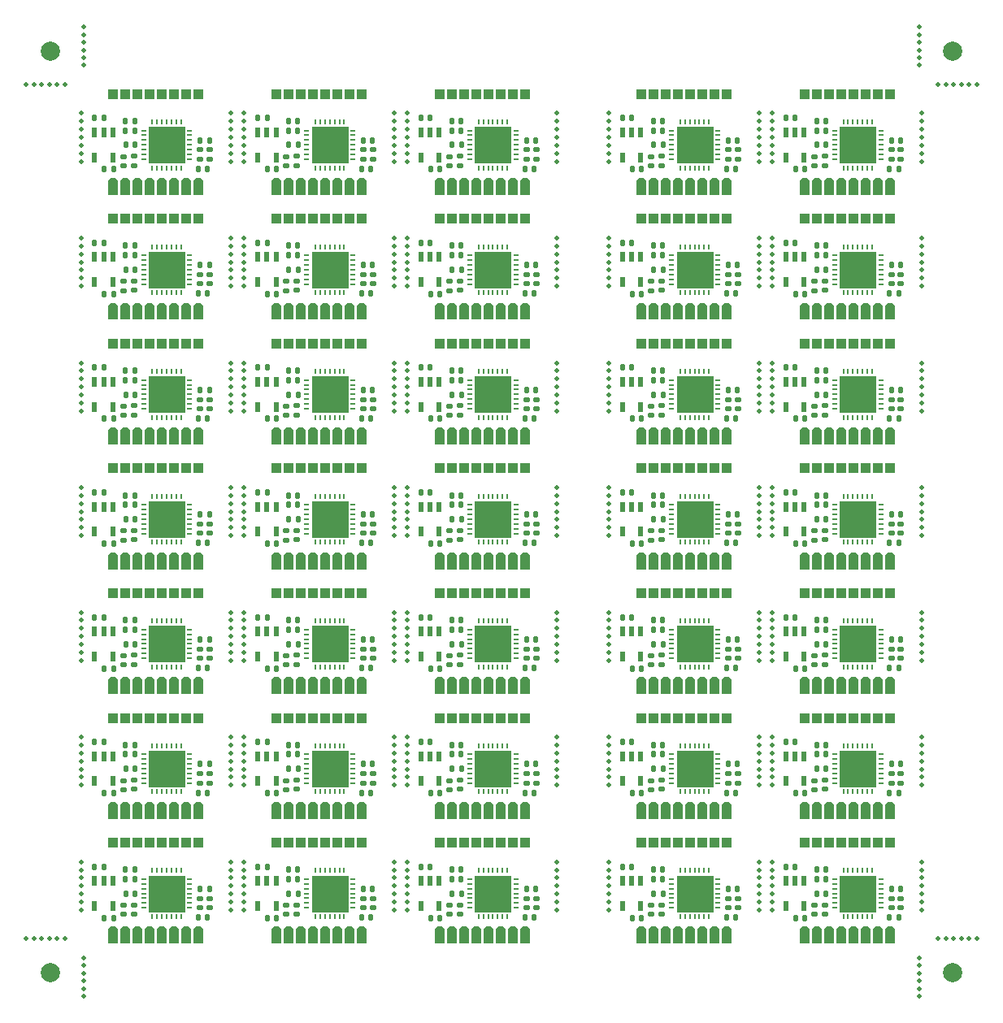
<source format=gbr>
%TF.GenerationSoftware,KiCad,Pcbnew,8.0.4-unknown-202407232306~396e531e7c~ubuntu22.04.1*%
%TF.CreationDate,2024-08-25T21:17:07+01:00*%
%TF.ProjectId,PANEL_ADS1293,50414e45-4c5f-4414-9453-313239332e6b,1.0*%
%TF.SameCoordinates,Original*%
%TF.FileFunction,Soldermask,Top*%
%TF.FilePolarity,Negative*%
%FSLAX46Y46*%
G04 Gerber Fmt 4.6, Leading zero omitted, Abs format (unit mm)*
G04 Created by KiCad (PCBNEW 8.0.4-unknown-202407232306~396e531e7c~ubuntu22.04.1) date 2024-08-25 21:17:07*
%MOMM*%
%LPD*%
G01*
G04 APERTURE LIST*
G04 Aperture macros list*
%AMRoundRect*
0 Rectangle with rounded corners*
0 $1 Rounding radius*
0 $2 $3 $4 $5 $6 $7 $8 $9 X,Y pos of 4 corners*
0 Add a 4 corners polygon primitive as box body*
4,1,4,$2,$3,$4,$5,$6,$7,$8,$9,$2,$3,0*
0 Add four circle primitives for the rounded corners*
1,1,$1+$1,$2,$3*
1,1,$1+$1,$4,$5*
1,1,$1+$1,$6,$7*
1,1,$1+$1,$8,$9*
0 Add four rect primitives between the rounded corners*
20,1,$1+$1,$2,$3,$4,$5,0*
20,1,$1+$1,$4,$5,$6,$7,0*
20,1,$1+$1,$6,$7,$8,$9,0*
20,1,$1+$1,$8,$9,$2,$3,0*%
G04 Aperture macros list end*
%ADD10C,0.000000*%
%ADD11C,0.100000*%
%ADD12R,1.000000X1.000000*%
%ADD13C,0.500000*%
%ADD14RoundRect,0.140000X-0.170000X0.140000X-0.170000X-0.140000X0.170000X-0.140000X0.170000X0.140000X0*%
%ADD15R,0.250000X0.600000*%
%ADD16R,0.600000X0.250000*%
%ADD17RoundRect,0.140000X-0.140000X-0.170000X0.140000X-0.170000X0.140000X0.170000X-0.140000X0.170000X0*%
%ADD18RoundRect,0.140000X0.140000X0.170000X-0.140000X0.170000X-0.140000X-0.170000X0.140000X-0.170000X0*%
%ADD19R,0.620000X1.100000*%
%ADD20RoundRect,0.140000X0.170000X-0.140000X0.170000X0.140000X-0.170000X0.140000X-0.170000X-0.140000X0*%
%ADD21C,2.000000*%
G04 APERTURE END LIST*
D10*
G36*
X90445000Y-15996000D02*
G01*
X90445000Y-16746000D01*
X89445000Y-16746000D01*
X89445000Y-15996000D01*
X89695000Y-15746000D01*
X90195000Y-15746000D01*
X90445000Y-15996000D01*
G37*
G36*
X90445000Y-54996000D02*
G01*
X90445000Y-55746000D01*
X89445000Y-55746000D01*
X89445000Y-54996000D01*
X89695000Y-54746000D01*
X90195000Y-54746000D01*
X90445000Y-54996000D01*
G37*
G36*
X14635000Y-67996000D02*
G01*
X14635000Y-68746000D01*
X13635000Y-68746000D01*
X13635000Y-67996000D01*
X13885000Y-67746000D01*
X14385000Y-67746000D01*
X14635000Y-67996000D01*
G37*
G36*
X67095000Y-54996000D02*
G01*
X67095000Y-55746000D01*
X66095000Y-55746000D01*
X66095000Y-54996000D01*
X66345000Y-54746000D01*
X66845000Y-54746000D01*
X67095000Y-54996000D01*
G37*
G36*
X13365000Y-54996000D02*
G01*
X13365000Y-55746000D01*
X12365000Y-55746000D01*
X12365000Y-54996000D01*
X12615000Y-54746000D01*
X13115000Y-54746000D01*
X13365000Y-54996000D01*
G37*
G36*
X47365000Y-93996000D02*
G01*
X47365000Y-94746000D01*
X46365000Y-94746000D01*
X46365000Y-93996000D01*
X46615000Y-93746000D01*
X47115000Y-93746000D01*
X47365000Y-93996000D01*
G37*
G36*
X86635000Y-67996000D02*
G01*
X86635000Y-68746000D01*
X85635000Y-68746000D01*
X85635000Y-67996000D01*
X85885000Y-67746000D01*
X86385000Y-67746000D01*
X86635000Y-67996000D01*
G37*
G36*
X82825000Y-80996000D02*
G01*
X82825000Y-81746000D01*
X81825000Y-81746000D01*
X81825000Y-80996000D01*
X82075000Y-80746000D01*
X82575000Y-80746000D01*
X82825000Y-80996000D01*
G37*
G36*
X51175000Y-15996000D02*
G01*
X51175000Y-16746000D01*
X50175000Y-16746000D01*
X50175000Y-15996000D01*
X50425000Y-15746000D01*
X50925000Y-15746000D01*
X51175000Y-15996000D01*
G37*
G36*
X81555000Y-94000000D02*
G01*
X81555000Y-94750000D01*
X80555000Y-94750000D01*
X80555000Y-94000000D01*
X80805000Y-93750000D01*
X81305000Y-93750000D01*
X81555000Y-94000000D01*
G37*
G36*
X18445000Y-15996000D02*
G01*
X18445000Y-16746000D01*
X17445000Y-16746000D01*
X17445000Y-15996000D01*
X17695000Y-15746000D01*
X18195000Y-15746000D01*
X18445000Y-15996000D01*
G37*
G36*
X31635000Y-28996000D02*
G01*
X31635000Y-29746000D01*
X30635000Y-29746000D01*
X30635000Y-28996000D01*
X30885000Y-28746000D01*
X31385000Y-28746000D01*
X31635000Y-28996000D01*
G37*
G36*
X51175000Y-93996000D02*
G01*
X51175000Y-94746000D01*
X50175000Y-94746000D01*
X50175000Y-93996000D01*
X50425000Y-93746000D01*
X50925000Y-93746000D01*
X51175000Y-93996000D01*
G37*
G36*
X89175000Y-93996000D02*
G01*
X89175000Y-94746000D01*
X88175000Y-94746000D01*
X88175000Y-93996000D01*
X88425000Y-93746000D01*
X88925000Y-93746000D01*
X89175000Y-93996000D01*
G37*
G36*
X73445000Y-67996000D02*
G01*
X73445000Y-68746000D01*
X72445000Y-68746000D01*
X72445000Y-67996000D01*
X72695000Y-67746000D01*
X73195000Y-67746000D01*
X73445000Y-67996000D01*
G37*
G36*
X27825000Y-93996000D02*
G01*
X27825000Y-94746000D01*
X26825000Y-94746000D01*
X26825000Y-93996000D01*
X27075000Y-93746000D01*
X27575000Y-93746000D01*
X27825000Y-93996000D01*
G37*
G36*
X32905000Y-15996000D02*
G01*
X32905000Y-16746000D01*
X31905000Y-16746000D01*
X31905000Y-15996000D01*
X32155000Y-15746000D01*
X32655000Y-15746000D01*
X32905000Y-15996000D01*
G37*
G36*
X70905000Y-54996000D02*
G01*
X70905000Y-55746000D01*
X69905000Y-55746000D01*
X69905000Y-54996000D01*
X70155000Y-54746000D01*
X70655000Y-54746000D01*
X70905000Y-54996000D01*
G37*
G36*
X85365000Y-80996000D02*
G01*
X85365000Y-81746000D01*
X84365000Y-81746000D01*
X84365000Y-80996000D01*
X84615000Y-80746000D01*
X85115000Y-80746000D01*
X85365000Y-80996000D01*
G37*
G36*
X84095000Y-80996000D02*
G01*
X84095000Y-81746000D01*
X83095000Y-81746000D01*
X83095000Y-80996000D01*
X83345000Y-80746000D01*
X83845000Y-80746000D01*
X84095000Y-80996000D01*
G37*
G36*
X35445000Y-80996000D02*
G01*
X35445000Y-81746000D01*
X34445000Y-81746000D01*
X34445000Y-80996000D01*
X34695000Y-80746000D01*
X35195000Y-80746000D01*
X35445000Y-80996000D01*
G37*
G36*
X73445000Y-80996000D02*
G01*
X73445000Y-81746000D01*
X72445000Y-81746000D01*
X72445000Y-80996000D01*
X72695000Y-80746000D01*
X73195000Y-80746000D01*
X73445000Y-80996000D01*
G37*
G36*
X44825000Y-93996000D02*
G01*
X44825000Y-94746000D01*
X43825000Y-94746000D01*
X43825000Y-93996000D01*
X44075000Y-93746000D01*
X44575000Y-93746000D01*
X44825000Y-93996000D01*
G37*
G36*
X52445000Y-15996000D02*
G01*
X52445000Y-16746000D01*
X51445000Y-16746000D01*
X51445000Y-15996000D01*
X51695000Y-15746000D01*
X52195000Y-15746000D01*
X52445000Y-15996000D01*
G37*
G36*
X70905000Y-28996000D02*
G01*
X70905000Y-29746000D01*
X69905000Y-29746000D01*
X69905000Y-28996000D01*
X70155000Y-28746000D01*
X70655000Y-28746000D01*
X70905000Y-28996000D01*
G37*
G36*
X44825000Y-80996000D02*
G01*
X44825000Y-81746000D01*
X43825000Y-81746000D01*
X43825000Y-80996000D01*
X44075000Y-80746000D01*
X44575000Y-80746000D01*
X44825000Y-80996000D01*
G37*
G36*
X72175000Y-41996000D02*
G01*
X72175000Y-42746000D01*
X71175000Y-42746000D01*
X71175000Y-41996000D01*
X71425000Y-41746000D01*
X71925000Y-41746000D01*
X72175000Y-41996000D01*
G37*
G36*
X30365000Y-41996000D02*
G01*
X30365000Y-42746000D01*
X29365000Y-42746000D01*
X29365000Y-41996000D01*
X29615000Y-41746000D01*
X30115000Y-41746000D01*
X30365000Y-41996000D01*
G37*
G36*
X29095000Y-54996000D02*
G01*
X29095000Y-55746000D01*
X28095000Y-55746000D01*
X28095000Y-54996000D01*
X28345000Y-54746000D01*
X28845000Y-54746000D01*
X29095000Y-54996000D01*
G37*
G36*
X18445000Y-54996000D02*
G01*
X18445000Y-55746000D01*
X17445000Y-55746000D01*
X17445000Y-54996000D01*
X17695000Y-54746000D01*
X18195000Y-54746000D01*
X18445000Y-54996000D01*
G37*
G36*
X17175000Y-41996000D02*
G01*
X17175000Y-42746000D01*
X16175000Y-42746000D01*
X16175000Y-41996000D01*
X16425000Y-41746000D01*
X16925000Y-41746000D01*
X17175000Y-41996000D01*
G37*
G36*
X87905000Y-15996000D02*
G01*
X87905000Y-16746000D01*
X86905000Y-16746000D01*
X86905000Y-15996000D01*
X87155000Y-15746000D01*
X87655000Y-15746000D01*
X87905000Y-15996000D01*
G37*
G36*
X31635000Y-67996000D02*
G01*
X31635000Y-68746000D01*
X30635000Y-68746000D01*
X30635000Y-67996000D01*
X30885000Y-67746000D01*
X31385000Y-67746000D01*
X31635000Y-67996000D01*
G37*
G36*
X72175000Y-28996000D02*
G01*
X72175000Y-29746000D01*
X71175000Y-29746000D01*
X71175000Y-28996000D01*
X71425000Y-28746000D01*
X71925000Y-28746000D01*
X72175000Y-28996000D01*
G37*
G36*
X86635000Y-41996000D02*
G01*
X86635000Y-42746000D01*
X85635000Y-42746000D01*
X85635000Y-41996000D01*
X85885000Y-41746000D01*
X86385000Y-41746000D01*
X86635000Y-41996000D01*
G37*
G36*
X27825000Y-80996000D02*
G01*
X27825000Y-81746000D01*
X26825000Y-81746000D01*
X26825000Y-80996000D01*
X27075000Y-80746000D01*
X27575000Y-80746000D01*
X27825000Y-80996000D01*
G37*
G36*
X72175000Y-67996000D02*
G01*
X72175000Y-68746000D01*
X71175000Y-68746000D01*
X71175000Y-67996000D01*
X71425000Y-67746000D01*
X71925000Y-67746000D01*
X72175000Y-67996000D01*
G37*
G36*
X85365000Y-28996000D02*
G01*
X85365000Y-29746000D01*
X84365000Y-29746000D01*
X84365000Y-28996000D01*
X84615000Y-28746000D01*
X85115000Y-28746000D01*
X85365000Y-28996000D01*
G37*
G36*
X87905000Y-54996000D02*
G01*
X87905000Y-55746000D01*
X86905000Y-55746000D01*
X86905000Y-54996000D01*
X87155000Y-54746000D01*
X87655000Y-54746000D01*
X87905000Y-54996000D01*
G37*
G36*
X10825000Y-28996000D02*
G01*
X10825000Y-29746000D01*
X9825000Y-29746000D01*
X9825000Y-28996000D01*
X10075000Y-28746000D01*
X10575000Y-28746000D01*
X10825000Y-28996000D01*
G37*
G36*
X47365000Y-41996000D02*
G01*
X47365000Y-42746000D01*
X46365000Y-42746000D01*
X46365000Y-41996000D01*
X46615000Y-41746000D01*
X47115000Y-41746000D01*
X47365000Y-41996000D01*
G37*
G36*
X65825000Y-54996000D02*
G01*
X65825000Y-55746000D01*
X64825000Y-55746000D01*
X64825000Y-54996000D01*
X65075000Y-54746000D01*
X65575000Y-54746000D01*
X65825000Y-54996000D01*
G37*
G36*
X15905000Y-41996000D02*
G01*
X15905000Y-42746000D01*
X14905000Y-42746000D01*
X14905000Y-41996000D01*
X15155000Y-41746000D01*
X15655000Y-41746000D01*
X15905000Y-41996000D01*
G37*
G36*
X32905000Y-41996000D02*
G01*
X32905000Y-42746000D01*
X31905000Y-42746000D01*
X31905000Y-41996000D01*
X32155000Y-41746000D01*
X32655000Y-41746000D01*
X32905000Y-41996000D01*
G37*
G36*
X13365000Y-28996000D02*
G01*
X13365000Y-29746000D01*
X12365000Y-29746000D01*
X12365000Y-28996000D01*
X12615000Y-28746000D01*
X13115000Y-28746000D01*
X13365000Y-28996000D01*
G37*
G36*
X46095000Y-15996000D02*
G01*
X46095000Y-16746000D01*
X45095000Y-16746000D01*
X45095000Y-15996000D01*
X45345000Y-15746000D01*
X45845000Y-15746000D01*
X46095000Y-15996000D01*
G37*
G36*
X89175000Y-54996000D02*
G01*
X89175000Y-55746000D01*
X88175000Y-55746000D01*
X88175000Y-54996000D01*
X88425000Y-54746000D01*
X88925000Y-54746000D01*
X89175000Y-54996000D01*
G37*
G36*
X12095000Y-28996000D02*
G01*
X12095000Y-29746000D01*
X11095000Y-29746000D01*
X11095000Y-28996000D01*
X11345000Y-28746000D01*
X11845000Y-28746000D01*
X12095000Y-28996000D01*
G37*
G36*
X26555000Y-29000000D02*
G01*
X26555000Y-29750000D01*
X25555000Y-29750000D01*
X25555000Y-29000000D01*
X25805000Y-28750000D01*
X26305000Y-28750000D01*
X26555000Y-29000000D01*
G37*
G36*
X12095000Y-80996000D02*
G01*
X12095000Y-81746000D01*
X11095000Y-81746000D01*
X11095000Y-80996000D01*
X11345000Y-80746000D01*
X11845000Y-80746000D01*
X12095000Y-80996000D01*
G37*
G36*
X86635000Y-93996000D02*
G01*
X86635000Y-94746000D01*
X85635000Y-94746000D01*
X85635000Y-93996000D01*
X85885000Y-93746000D01*
X86385000Y-93746000D01*
X86635000Y-93996000D01*
G37*
G36*
X13365000Y-15996000D02*
G01*
X13365000Y-16746000D01*
X12365000Y-16746000D01*
X12365000Y-15996000D01*
X12615000Y-15746000D01*
X13115000Y-15746000D01*
X13365000Y-15996000D01*
G37*
G36*
X84095000Y-28996000D02*
G01*
X84095000Y-29746000D01*
X83095000Y-29746000D01*
X83095000Y-28996000D01*
X83345000Y-28746000D01*
X83845000Y-28746000D01*
X84095000Y-28996000D01*
G37*
G36*
X69635000Y-15996000D02*
G01*
X69635000Y-16746000D01*
X68635000Y-16746000D01*
X68635000Y-15996000D01*
X68885000Y-15746000D01*
X69385000Y-15746000D01*
X69635000Y-15996000D01*
G37*
G36*
X81555000Y-55000000D02*
G01*
X81555000Y-55750000D01*
X80555000Y-55750000D01*
X80555000Y-55000000D01*
X80805000Y-54750000D01*
X81305000Y-54750000D01*
X81555000Y-55000000D01*
G37*
G36*
X10825000Y-54996000D02*
G01*
X10825000Y-55746000D01*
X9825000Y-55746000D01*
X9825000Y-54996000D01*
X10075000Y-54746000D01*
X10575000Y-54746000D01*
X10825000Y-54996000D01*
G37*
G36*
X87905000Y-41996000D02*
G01*
X87905000Y-42746000D01*
X86905000Y-42746000D01*
X86905000Y-41996000D01*
X87155000Y-41746000D01*
X87655000Y-41746000D01*
X87905000Y-41996000D01*
G37*
G36*
X85365000Y-67996000D02*
G01*
X85365000Y-68746000D01*
X84365000Y-68746000D01*
X84365000Y-67996000D01*
X84615000Y-67746000D01*
X85115000Y-67746000D01*
X85365000Y-67996000D01*
G37*
G36*
X26555000Y-94000000D02*
G01*
X26555000Y-94750000D01*
X25555000Y-94750000D01*
X25555000Y-94000000D01*
X25805000Y-93750000D01*
X26305000Y-93750000D01*
X26555000Y-94000000D01*
G37*
G36*
X87905000Y-80996000D02*
G01*
X87905000Y-81746000D01*
X86905000Y-81746000D01*
X86905000Y-80996000D01*
X87155000Y-80746000D01*
X87655000Y-80746000D01*
X87905000Y-80996000D01*
G37*
G36*
X29095000Y-15996000D02*
G01*
X29095000Y-16746000D01*
X28095000Y-16746000D01*
X28095000Y-15996000D01*
X28345000Y-15746000D01*
X28845000Y-15746000D01*
X29095000Y-15996000D01*
G37*
G36*
X86635000Y-15996000D02*
G01*
X86635000Y-16746000D01*
X85635000Y-16746000D01*
X85635000Y-15996000D01*
X85885000Y-15746000D01*
X86385000Y-15746000D01*
X86635000Y-15996000D01*
G37*
G36*
X35445000Y-93996000D02*
G01*
X35445000Y-94746000D01*
X34445000Y-94746000D01*
X34445000Y-93996000D01*
X34695000Y-93746000D01*
X35195000Y-93746000D01*
X35445000Y-93996000D01*
G37*
G36*
X9555000Y-42000000D02*
G01*
X9555000Y-42750000D01*
X8555000Y-42750000D01*
X8555000Y-42000000D01*
X8805000Y-41750000D01*
X9305000Y-41750000D01*
X9555000Y-42000000D01*
G37*
G36*
X9555000Y-81000000D02*
G01*
X9555000Y-81750000D01*
X8555000Y-81750000D01*
X8555000Y-81000000D01*
X8805000Y-80750000D01*
X9305000Y-80750000D01*
X9555000Y-81000000D01*
G37*
G36*
X90445000Y-67996000D02*
G01*
X90445000Y-68746000D01*
X89445000Y-68746000D01*
X89445000Y-67996000D01*
X89695000Y-67746000D01*
X90195000Y-67746000D01*
X90445000Y-67996000D01*
G37*
G36*
X72175000Y-93996000D02*
G01*
X72175000Y-94746000D01*
X71175000Y-94746000D01*
X71175000Y-93996000D01*
X71425000Y-93746000D01*
X71925000Y-93746000D01*
X72175000Y-93996000D01*
G37*
G36*
X29095000Y-41996000D02*
G01*
X29095000Y-42746000D01*
X28095000Y-42746000D01*
X28095000Y-41996000D01*
X28345000Y-41746000D01*
X28845000Y-41746000D01*
X29095000Y-41996000D01*
G37*
G36*
X86635000Y-80996000D02*
G01*
X86635000Y-81746000D01*
X85635000Y-81746000D01*
X85635000Y-80996000D01*
X85885000Y-80746000D01*
X86385000Y-80746000D01*
X86635000Y-80996000D01*
G37*
G36*
X67095000Y-15996000D02*
G01*
X67095000Y-16746000D01*
X66095000Y-16746000D01*
X66095000Y-15996000D01*
X66345000Y-15746000D01*
X66845000Y-15746000D01*
X67095000Y-15996000D01*
G37*
G36*
X65825000Y-80996000D02*
G01*
X65825000Y-81746000D01*
X64825000Y-81746000D01*
X64825000Y-80996000D01*
X65075000Y-80746000D01*
X65575000Y-80746000D01*
X65825000Y-80996000D01*
G37*
G36*
X27825000Y-28996000D02*
G01*
X27825000Y-29746000D01*
X26825000Y-29746000D01*
X26825000Y-28996000D01*
X27075000Y-28746000D01*
X27575000Y-28746000D01*
X27825000Y-28996000D01*
G37*
G36*
X85365000Y-54996000D02*
G01*
X85365000Y-55746000D01*
X84365000Y-55746000D01*
X84365000Y-54996000D01*
X84615000Y-54746000D01*
X85115000Y-54746000D01*
X85365000Y-54996000D01*
G37*
G36*
X17175000Y-15996000D02*
G01*
X17175000Y-16746000D01*
X16175000Y-16746000D01*
X16175000Y-15996000D01*
X16425000Y-15746000D01*
X16925000Y-15746000D01*
X17175000Y-15996000D01*
G37*
G36*
X82825000Y-41996000D02*
G01*
X82825000Y-42746000D01*
X81825000Y-42746000D01*
X81825000Y-41996000D01*
X82075000Y-41746000D01*
X82575000Y-41746000D01*
X82825000Y-41996000D01*
G37*
G36*
X46095000Y-80996000D02*
G01*
X46095000Y-81746000D01*
X45095000Y-81746000D01*
X45095000Y-80996000D01*
X45345000Y-80746000D01*
X45845000Y-80746000D01*
X46095000Y-80996000D01*
G37*
G36*
X89175000Y-15996000D02*
G01*
X89175000Y-16746000D01*
X88175000Y-16746000D01*
X88175000Y-15996000D01*
X88425000Y-15746000D01*
X88925000Y-15746000D01*
X89175000Y-15996000D01*
G37*
G36*
X73445000Y-15996000D02*
G01*
X73445000Y-16746000D01*
X72445000Y-16746000D01*
X72445000Y-15996000D01*
X72695000Y-15746000D01*
X73195000Y-15746000D01*
X73445000Y-15996000D01*
G37*
G36*
X47365000Y-28996000D02*
G01*
X47365000Y-29746000D01*
X46365000Y-29746000D01*
X46365000Y-28996000D01*
X46615000Y-28746000D01*
X47115000Y-28746000D01*
X47365000Y-28996000D01*
G37*
G36*
X44825000Y-54996000D02*
G01*
X44825000Y-55746000D01*
X43825000Y-55746000D01*
X43825000Y-54996000D01*
X44075000Y-54746000D01*
X44575000Y-54746000D01*
X44825000Y-54996000D01*
G37*
G36*
X9555000Y-68000000D02*
G01*
X9555000Y-68750000D01*
X8555000Y-68750000D01*
X8555000Y-68000000D01*
X8805000Y-67750000D01*
X9305000Y-67750000D01*
X9555000Y-68000000D01*
G37*
G36*
X12095000Y-54996000D02*
G01*
X12095000Y-55746000D01*
X11095000Y-55746000D01*
X11095000Y-54996000D01*
X11345000Y-54746000D01*
X11845000Y-54746000D01*
X12095000Y-54996000D01*
G37*
G36*
X67095000Y-28996000D02*
G01*
X67095000Y-29746000D01*
X66095000Y-29746000D01*
X66095000Y-28996000D01*
X66345000Y-28746000D01*
X66845000Y-28746000D01*
X67095000Y-28996000D01*
G37*
G36*
X46095000Y-41996000D02*
G01*
X46095000Y-42746000D01*
X45095000Y-42746000D01*
X45095000Y-41996000D01*
X45345000Y-41746000D01*
X45845000Y-41746000D01*
X46095000Y-41996000D01*
G37*
G36*
X12095000Y-67996000D02*
G01*
X12095000Y-68746000D01*
X11095000Y-68746000D01*
X11095000Y-67996000D01*
X11345000Y-67746000D01*
X11845000Y-67746000D01*
X12095000Y-67996000D01*
G37*
G36*
X48635000Y-54996000D02*
G01*
X48635000Y-55746000D01*
X47635000Y-55746000D01*
X47635000Y-54996000D01*
X47885000Y-54746000D01*
X48385000Y-54746000D01*
X48635000Y-54996000D01*
G37*
G36*
X43555000Y-94000000D02*
G01*
X43555000Y-94750000D01*
X42555000Y-94750000D01*
X42555000Y-94000000D01*
X42805000Y-93750000D01*
X43305000Y-93750000D01*
X43555000Y-94000000D01*
G37*
G36*
X52445000Y-54996000D02*
G01*
X52445000Y-55746000D01*
X51445000Y-55746000D01*
X51445000Y-54996000D01*
X51695000Y-54746000D01*
X52195000Y-54746000D01*
X52445000Y-54996000D01*
G37*
G36*
X68365000Y-67996000D02*
G01*
X68365000Y-68746000D01*
X67365000Y-68746000D01*
X67365000Y-67996000D01*
X67615000Y-67746000D01*
X68115000Y-67746000D01*
X68365000Y-67996000D01*
G37*
G36*
X85365000Y-93996000D02*
G01*
X85365000Y-94746000D01*
X84365000Y-94746000D01*
X84365000Y-93996000D01*
X84615000Y-93746000D01*
X85115000Y-93746000D01*
X85365000Y-93996000D01*
G37*
G36*
X69635000Y-67996000D02*
G01*
X69635000Y-68746000D01*
X68635000Y-68746000D01*
X68635000Y-67996000D01*
X68885000Y-67746000D01*
X69385000Y-67746000D01*
X69635000Y-67996000D01*
G37*
G36*
X34175000Y-93996000D02*
G01*
X34175000Y-94746000D01*
X33175000Y-94746000D01*
X33175000Y-93996000D01*
X33425000Y-93746000D01*
X33925000Y-93746000D01*
X34175000Y-93996000D01*
G37*
G36*
X72175000Y-15996000D02*
G01*
X72175000Y-16746000D01*
X71175000Y-16746000D01*
X71175000Y-15996000D01*
X71425000Y-15746000D01*
X71925000Y-15746000D01*
X72175000Y-15996000D01*
G37*
G36*
X14635000Y-80996000D02*
G01*
X14635000Y-81746000D01*
X13635000Y-81746000D01*
X13635000Y-80996000D01*
X13885000Y-80746000D01*
X14385000Y-80746000D01*
X14635000Y-80996000D01*
G37*
G36*
X84095000Y-41996000D02*
G01*
X84095000Y-42746000D01*
X83095000Y-42746000D01*
X83095000Y-41996000D01*
X83345000Y-41746000D01*
X83845000Y-41746000D01*
X84095000Y-41996000D01*
G37*
G36*
X67095000Y-80996000D02*
G01*
X67095000Y-81746000D01*
X66095000Y-81746000D01*
X66095000Y-80996000D01*
X66345000Y-80746000D01*
X66845000Y-80746000D01*
X67095000Y-80996000D01*
G37*
G36*
X30365000Y-15996000D02*
G01*
X30365000Y-16746000D01*
X29365000Y-16746000D01*
X29365000Y-15996000D01*
X29615000Y-15746000D01*
X30115000Y-15746000D01*
X30365000Y-15996000D01*
G37*
G36*
X70905000Y-80996000D02*
G01*
X70905000Y-81746000D01*
X69905000Y-81746000D01*
X69905000Y-80996000D01*
X70155000Y-80746000D01*
X70655000Y-80746000D01*
X70905000Y-80996000D01*
G37*
G36*
X44825000Y-41996000D02*
G01*
X44825000Y-42746000D01*
X43825000Y-42746000D01*
X43825000Y-41996000D01*
X44075000Y-41746000D01*
X44575000Y-41746000D01*
X44825000Y-41996000D01*
G37*
G36*
X46095000Y-67996000D02*
G01*
X46095000Y-68746000D01*
X45095000Y-68746000D01*
X45095000Y-67996000D01*
X45345000Y-67746000D01*
X45845000Y-67746000D01*
X46095000Y-67996000D01*
G37*
G36*
X18445000Y-93996000D02*
G01*
X18445000Y-94746000D01*
X17445000Y-94746000D01*
X17445000Y-93996000D01*
X17695000Y-93746000D01*
X18195000Y-93746000D01*
X18445000Y-93996000D01*
G37*
G36*
X69635000Y-93996000D02*
G01*
X69635000Y-94746000D01*
X68635000Y-94746000D01*
X68635000Y-93996000D01*
X68885000Y-93746000D01*
X69385000Y-93746000D01*
X69635000Y-93996000D01*
G37*
G36*
X32905000Y-67996000D02*
G01*
X32905000Y-68746000D01*
X31905000Y-68746000D01*
X31905000Y-67996000D01*
X32155000Y-67746000D01*
X32655000Y-67746000D01*
X32905000Y-67996000D01*
G37*
G36*
X15905000Y-15996000D02*
G01*
X15905000Y-16746000D01*
X14905000Y-16746000D01*
X14905000Y-15996000D01*
X15155000Y-15746000D01*
X15655000Y-15746000D01*
X15905000Y-15996000D01*
G37*
G36*
X46095000Y-93996000D02*
G01*
X46095000Y-94746000D01*
X45095000Y-94746000D01*
X45095000Y-93996000D01*
X45345000Y-93746000D01*
X45845000Y-93746000D01*
X46095000Y-93996000D01*
G37*
G36*
X73445000Y-93996000D02*
G01*
X73445000Y-94746000D01*
X72445000Y-94746000D01*
X72445000Y-93996000D01*
X72695000Y-93746000D01*
X73195000Y-93746000D01*
X73445000Y-93996000D01*
G37*
G36*
X14635000Y-28996000D02*
G01*
X14635000Y-29746000D01*
X13635000Y-29746000D01*
X13635000Y-28996000D01*
X13885000Y-28746000D01*
X14385000Y-28746000D01*
X14635000Y-28996000D01*
G37*
G36*
X82825000Y-54996000D02*
G01*
X82825000Y-55746000D01*
X81825000Y-55746000D01*
X81825000Y-54996000D01*
X82075000Y-54746000D01*
X82575000Y-54746000D01*
X82825000Y-54996000D01*
G37*
G36*
X49905000Y-15996000D02*
G01*
X49905000Y-16746000D01*
X48905000Y-16746000D01*
X48905000Y-15996000D01*
X49155000Y-15746000D01*
X49655000Y-15746000D01*
X49905000Y-15996000D01*
G37*
G36*
X29095000Y-80996000D02*
G01*
X29095000Y-81746000D01*
X28095000Y-81746000D01*
X28095000Y-80996000D01*
X28345000Y-80746000D01*
X28845000Y-80746000D01*
X29095000Y-80996000D01*
G37*
G36*
X81555000Y-29000000D02*
G01*
X81555000Y-29750000D01*
X80555000Y-29750000D01*
X80555000Y-29000000D01*
X80805000Y-28750000D01*
X81305000Y-28750000D01*
X81555000Y-29000000D01*
G37*
G36*
X18445000Y-67996000D02*
G01*
X18445000Y-68746000D01*
X17445000Y-68746000D01*
X17445000Y-67996000D01*
X17695000Y-67746000D01*
X18195000Y-67746000D01*
X18445000Y-67996000D01*
G37*
G36*
X73445000Y-54996000D02*
G01*
X73445000Y-55746000D01*
X72445000Y-55746000D01*
X72445000Y-54996000D01*
X72695000Y-54746000D01*
X73195000Y-54746000D01*
X73445000Y-54996000D01*
G37*
G36*
X15905000Y-28996000D02*
G01*
X15905000Y-29746000D01*
X14905000Y-29746000D01*
X14905000Y-28996000D01*
X15155000Y-28746000D01*
X15655000Y-28746000D01*
X15905000Y-28996000D01*
G37*
G36*
X43555000Y-42000000D02*
G01*
X43555000Y-42750000D01*
X42555000Y-42750000D01*
X42555000Y-42000000D01*
X42805000Y-41750000D01*
X43305000Y-41750000D01*
X43555000Y-42000000D01*
G37*
G36*
X26555000Y-42000000D02*
G01*
X26555000Y-42750000D01*
X25555000Y-42750000D01*
X25555000Y-42000000D01*
X25805000Y-41750000D01*
X26305000Y-41750000D01*
X26555000Y-42000000D01*
G37*
G36*
X47365000Y-54996000D02*
G01*
X47365000Y-55746000D01*
X46365000Y-55746000D01*
X46365000Y-54996000D01*
X46615000Y-54746000D01*
X47115000Y-54746000D01*
X47365000Y-54996000D01*
G37*
G36*
X51175000Y-28996000D02*
G01*
X51175000Y-29746000D01*
X50175000Y-29746000D01*
X50175000Y-28996000D01*
X50425000Y-28746000D01*
X50925000Y-28746000D01*
X51175000Y-28996000D01*
G37*
G36*
X48635000Y-41996000D02*
G01*
X48635000Y-42746000D01*
X47635000Y-42746000D01*
X47635000Y-41996000D01*
X47885000Y-41746000D01*
X48385000Y-41746000D01*
X48635000Y-41996000D01*
G37*
G36*
X49905000Y-93996000D02*
G01*
X49905000Y-94746000D01*
X48905000Y-94746000D01*
X48905000Y-93996000D01*
X49155000Y-93746000D01*
X49655000Y-93746000D01*
X49905000Y-93996000D01*
G37*
G36*
X35445000Y-54996000D02*
G01*
X35445000Y-55746000D01*
X34445000Y-55746000D01*
X34445000Y-54996000D01*
X34695000Y-54746000D01*
X35195000Y-54746000D01*
X35445000Y-54996000D01*
G37*
G36*
X81555000Y-42000000D02*
G01*
X81555000Y-42750000D01*
X80555000Y-42750000D01*
X80555000Y-42000000D01*
X80805000Y-41750000D01*
X81305000Y-41750000D01*
X81555000Y-42000000D01*
G37*
G36*
X18445000Y-41996000D02*
G01*
X18445000Y-42746000D01*
X17445000Y-42746000D01*
X17445000Y-41996000D01*
X17695000Y-41746000D01*
X18195000Y-41746000D01*
X18445000Y-41996000D01*
G37*
G36*
X49905000Y-80996000D02*
G01*
X49905000Y-81746000D01*
X48905000Y-81746000D01*
X48905000Y-80996000D01*
X49155000Y-80746000D01*
X49655000Y-80746000D01*
X49905000Y-80996000D01*
G37*
G36*
X30365000Y-93996000D02*
G01*
X30365000Y-94746000D01*
X29365000Y-94746000D01*
X29365000Y-93996000D01*
X29615000Y-93746000D01*
X30115000Y-93746000D01*
X30365000Y-93996000D01*
G37*
G36*
X47365000Y-15996000D02*
G01*
X47365000Y-16746000D01*
X46365000Y-16746000D01*
X46365000Y-15996000D01*
X46615000Y-15746000D01*
X47115000Y-15746000D01*
X47365000Y-15996000D01*
G37*
G36*
X69635000Y-28996000D02*
G01*
X69635000Y-29746000D01*
X68635000Y-29746000D01*
X68635000Y-28996000D01*
X68885000Y-28746000D01*
X69385000Y-28746000D01*
X69635000Y-28996000D01*
G37*
G36*
X18445000Y-80996000D02*
G01*
X18445000Y-81746000D01*
X17445000Y-81746000D01*
X17445000Y-80996000D01*
X17695000Y-80746000D01*
X18195000Y-80746000D01*
X18445000Y-80996000D01*
G37*
G36*
X69635000Y-54996000D02*
G01*
X69635000Y-55746000D01*
X68635000Y-55746000D01*
X68635000Y-54996000D01*
X68885000Y-54746000D01*
X69385000Y-54746000D01*
X69635000Y-54996000D01*
G37*
G36*
X43555000Y-16000000D02*
G01*
X43555000Y-16750000D01*
X42555000Y-16750000D01*
X42555000Y-16000000D01*
X42805000Y-15750000D01*
X43305000Y-15750000D01*
X43555000Y-16000000D01*
G37*
G36*
X51175000Y-67996000D02*
G01*
X51175000Y-68746000D01*
X50175000Y-68746000D01*
X50175000Y-67996000D01*
X50425000Y-67746000D01*
X50925000Y-67746000D01*
X51175000Y-67996000D01*
G37*
G36*
X81555000Y-81000000D02*
G01*
X81555000Y-81750000D01*
X80555000Y-81750000D01*
X80555000Y-81000000D01*
X80805000Y-80750000D01*
X81305000Y-80750000D01*
X81555000Y-81000000D01*
G37*
G36*
X64555000Y-94000000D02*
G01*
X64555000Y-94750000D01*
X63555000Y-94750000D01*
X63555000Y-94000000D01*
X63805000Y-93750000D01*
X64305000Y-93750000D01*
X64555000Y-94000000D01*
G37*
G36*
X12095000Y-15996000D02*
G01*
X12095000Y-16746000D01*
X11095000Y-16746000D01*
X11095000Y-15996000D01*
X11345000Y-15746000D01*
X11845000Y-15746000D01*
X12095000Y-15996000D01*
G37*
G36*
X18445000Y-28996000D02*
G01*
X18445000Y-29746000D01*
X17445000Y-29746000D01*
X17445000Y-28996000D01*
X17695000Y-28746000D01*
X18195000Y-28746000D01*
X18445000Y-28996000D01*
G37*
G36*
X44825000Y-15996000D02*
G01*
X44825000Y-16746000D01*
X43825000Y-16746000D01*
X43825000Y-15996000D01*
X44075000Y-15746000D01*
X44575000Y-15746000D01*
X44825000Y-15996000D01*
G37*
G36*
X73445000Y-41996000D02*
G01*
X73445000Y-42746000D01*
X72445000Y-42746000D01*
X72445000Y-41996000D01*
X72695000Y-41746000D01*
X73195000Y-41746000D01*
X73445000Y-41996000D01*
G37*
G36*
X81555000Y-16000000D02*
G01*
X81555000Y-16750000D01*
X80555000Y-16750000D01*
X80555000Y-16000000D01*
X80805000Y-15750000D01*
X81305000Y-15750000D01*
X81555000Y-16000000D01*
G37*
G36*
X82825000Y-15996000D02*
G01*
X82825000Y-16746000D01*
X81825000Y-16746000D01*
X81825000Y-15996000D01*
X82075000Y-15746000D01*
X82575000Y-15746000D01*
X82825000Y-15996000D01*
G37*
G36*
X68365000Y-15996000D02*
G01*
X68365000Y-16746000D01*
X67365000Y-16746000D01*
X67365000Y-15996000D01*
X67615000Y-15746000D01*
X68115000Y-15746000D01*
X68365000Y-15996000D01*
G37*
G36*
X34175000Y-54996000D02*
G01*
X34175000Y-55746000D01*
X33175000Y-55746000D01*
X33175000Y-54996000D01*
X33425000Y-54746000D01*
X33925000Y-54746000D01*
X34175000Y-54996000D01*
G37*
G36*
X64555000Y-42000000D02*
G01*
X64555000Y-42750000D01*
X63555000Y-42750000D01*
X63555000Y-42000000D01*
X63805000Y-41750000D01*
X64305000Y-41750000D01*
X64555000Y-42000000D01*
G37*
G36*
X64555000Y-55000000D02*
G01*
X64555000Y-55750000D01*
X63555000Y-55750000D01*
X63555000Y-55000000D01*
X63805000Y-54750000D01*
X64305000Y-54750000D01*
X64555000Y-55000000D01*
G37*
G36*
X10825000Y-67996000D02*
G01*
X10825000Y-68746000D01*
X9825000Y-68746000D01*
X9825000Y-67996000D01*
X10075000Y-67746000D01*
X10575000Y-67746000D01*
X10825000Y-67996000D01*
G37*
G36*
X65825000Y-67996000D02*
G01*
X65825000Y-68746000D01*
X64825000Y-68746000D01*
X64825000Y-67996000D01*
X65075000Y-67746000D01*
X65575000Y-67746000D01*
X65825000Y-67996000D01*
G37*
G36*
X17175000Y-80996000D02*
G01*
X17175000Y-81746000D01*
X16175000Y-81746000D01*
X16175000Y-80996000D01*
X16425000Y-80746000D01*
X16925000Y-80746000D01*
X17175000Y-80996000D01*
G37*
G36*
X48635000Y-80996000D02*
G01*
X48635000Y-81746000D01*
X47635000Y-81746000D01*
X47635000Y-80996000D01*
X47885000Y-80746000D01*
X48385000Y-80746000D01*
X48635000Y-80996000D01*
G37*
G36*
X84095000Y-15996000D02*
G01*
X84095000Y-16746000D01*
X83095000Y-16746000D01*
X83095000Y-15996000D01*
X83345000Y-15746000D01*
X83845000Y-15746000D01*
X84095000Y-15996000D01*
G37*
G36*
X72175000Y-80996000D02*
G01*
X72175000Y-81746000D01*
X71175000Y-81746000D01*
X71175000Y-80996000D01*
X71425000Y-80746000D01*
X71925000Y-80746000D01*
X72175000Y-80996000D01*
G37*
G36*
X47365000Y-67996000D02*
G01*
X47365000Y-68746000D01*
X46365000Y-68746000D01*
X46365000Y-67996000D01*
X46615000Y-67746000D01*
X47115000Y-67746000D01*
X47365000Y-67996000D01*
G37*
G36*
X14635000Y-93996000D02*
G01*
X14635000Y-94746000D01*
X13635000Y-94746000D01*
X13635000Y-93996000D01*
X13885000Y-93746000D01*
X14385000Y-93746000D01*
X14635000Y-93996000D01*
G37*
G36*
X15905000Y-54996000D02*
G01*
X15905000Y-55746000D01*
X14905000Y-55746000D01*
X14905000Y-54996000D01*
X15155000Y-54746000D01*
X15655000Y-54746000D01*
X15905000Y-54996000D01*
G37*
G36*
X82825000Y-93996000D02*
G01*
X82825000Y-94746000D01*
X81825000Y-94746000D01*
X81825000Y-93996000D01*
X82075000Y-93746000D01*
X82575000Y-93746000D01*
X82825000Y-93996000D01*
G37*
G36*
X35445000Y-15996000D02*
G01*
X35445000Y-16746000D01*
X34445000Y-16746000D01*
X34445000Y-15996000D01*
X34695000Y-15746000D01*
X35195000Y-15746000D01*
X35445000Y-15996000D01*
G37*
G36*
X90445000Y-28996000D02*
G01*
X90445000Y-29746000D01*
X89445000Y-29746000D01*
X89445000Y-28996000D01*
X89695000Y-28746000D01*
X90195000Y-28746000D01*
X90445000Y-28996000D01*
G37*
G36*
X29095000Y-28996000D02*
G01*
X29095000Y-29746000D01*
X28095000Y-29746000D01*
X28095000Y-28996000D01*
X28345000Y-28746000D01*
X28845000Y-28746000D01*
X29095000Y-28996000D01*
G37*
G36*
X48635000Y-28996000D02*
G01*
X48635000Y-29746000D01*
X47635000Y-29746000D01*
X47635000Y-28996000D01*
X47885000Y-28746000D01*
X48385000Y-28746000D01*
X48635000Y-28996000D01*
G37*
G36*
X26555000Y-81000000D02*
G01*
X26555000Y-81750000D01*
X25555000Y-81750000D01*
X25555000Y-81000000D01*
X25805000Y-80750000D01*
X26305000Y-80750000D01*
X26555000Y-81000000D01*
G37*
G36*
X49905000Y-41996000D02*
G01*
X49905000Y-42746000D01*
X48905000Y-42746000D01*
X48905000Y-41996000D01*
X49155000Y-41746000D01*
X49655000Y-41746000D01*
X49905000Y-41996000D01*
G37*
G36*
X89175000Y-80996000D02*
G01*
X89175000Y-81746000D01*
X88175000Y-81746000D01*
X88175000Y-80996000D01*
X88425000Y-80746000D01*
X88925000Y-80746000D01*
X89175000Y-80996000D01*
G37*
G36*
X13365000Y-67996000D02*
G01*
X13365000Y-68746000D01*
X12365000Y-68746000D01*
X12365000Y-67996000D01*
X12615000Y-67746000D01*
X13115000Y-67746000D01*
X13365000Y-67996000D01*
G37*
G36*
X34175000Y-28996000D02*
G01*
X34175000Y-29746000D01*
X33175000Y-29746000D01*
X33175000Y-28996000D01*
X33425000Y-28746000D01*
X33925000Y-28746000D01*
X34175000Y-28996000D01*
G37*
G36*
X30365000Y-67996000D02*
G01*
X30365000Y-68746000D01*
X29365000Y-68746000D01*
X29365000Y-67996000D01*
X29615000Y-67746000D01*
X30115000Y-67746000D01*
X30365000Y-67996000D01*
G37*
G36*
X48635000Y-93996000D02*
G01*
X48635000Y-94746000D01*
X47635000Y-94746000D01*
X47635000Y-93996000D01*
X47885000Y-93746000D01*
X48385000Y-93746000D01*
X48635000Y-93996000D01*
G37*
G36*
X64555000Y-16000000D02*
G01*
X64555000Y-16750000D01*
X63555000Y-16750000D01*
X63555000Y-16000000D01*
X63805000Y-15750000D01*
X64305000Y-15750000D01*
X64555000Y-16000000D01*
G37*
G36*
X51175000Y-41996000D02*
G01*
X51175000Y-42746000D01*
X50175000Y-42746000D01*
X50175000Y-41996000D01*
X50425000Y-41746000D01*
X50925000Y-41746000D01*
X51175000Y-41996000D01*
G37*
G36*
X52445000Y-80996000D02*
G01*
X52445000Y-81746000D01*
X51445000Y-81746000D01*
X51445000Y-80996000D01*
X51695000Y-80746000D01*
X52195000Y-80746000D01*
X52445000Y-80996000D01*
G37*
G36*
X65825000Y-15996000D02*
G01*
X65825000Y-16746000D01*
X64825000Y-16746000D01*
X64825000Y-15996000D01*
X65075000Y-15746000D01*
X65575000Y-15746000D01*
X65825000Y-15996000D01*
G37*
G36*
X29095000Y-67996000D02*
G01*
X29095000Y-68746000D01*
X28095000Y-68746000D01*
X28095000Y-67996000D01*
X28345000Y-67746000D01*
X28845000Y-67746000D01*
X29095000Y-67996000D01*
G37*
G36*
X84095000Y-93996000D02*
G01*
X84095000Y-94746000D01*
X83095000Y-94746000D01*
X83095000Y-93996000D01*
X83345000Y-93746000D01*
X83845000Y-93746000D01*
X84095000Y-93996000D01*
G37*
G36*
X43555000Y-29000000D02*
G01*
X43555000Y-29750000D01*
X42555000Y-29750000D01*
X42555000Y-29000000D01*
X42805000Y-28750000D01*
X43305000Y-28750000D01*
X43555000Y-29000000D01*
G37*
G36*
X31635000Y-41996000D02*
G01*
X31635000Y-42746000D01*
X30635000Y-42746000D01*
X30635000Y-41996000D01*
X30885000Y-41746000D01*
X31385000Y-41746000D01*
X31635000Y-41996000D01*
G37*
G36*
X13365000Y-80996000D02*
G01*
X13365000Y-81746000D01*
X12365000Y-81746000D01*
X12365000Y-80996000D01*
X12615000Y-80746000D01*
X13115000Y-80746000D01*
X13365000Y-80996000D01*
G37*
G36*
X51175000Y-80996000D02*
G01*
X51175000Y-81746000D01*
X50175000Y-81746000D01*
X50175000Y-80996000D01*
X50425000Y-80746000D01*
X50925000Y-80746000D01*
X51175000Y-80996000D01*
G37*
G36*
X64555000Y-81000000D02*
G01*
X64555000Y-81750000D01*
X63555000Y-81750000D01*
X63555000Y-81000000D01*
X63805000Y-80750000D01*
X64305000Y-80750000D01*
X64555000Y-81000000D01*
G37*
G36*
X64555000Y-68000000D02*
G01*
X64555000Y-68750000D01*
X63555000Y-68750000D01*
X63555000Y-68000000D01*
X63805000Y-67750000D01*
X64305000Y-67750000D01*
X64555000Y-68000000D01*
G37*
G36*
X87905000Y-93996000D02*
G01*
X87905000Y-94746000D01*
X86905000Y-94746000D01*
X86905000Y-93996000D01*
X87155000Y-93746000D01*
X87655000Y-93746000D01*
X87905000Y-93996000D01*
G37*
G36*
X27825000Y-54996000D02*
G01*
X27825000Y-55746000D01*
X26825000Y-55746000D01*
X26825000Y-54996000D01*
X27075000Y-54746000D01*
X27575000Y-54746000D01*
X27825000Y-54996000D01*
G37*
G36*
X85365000Y-15996000D02*
G01*
X85365000Y-16746000D01*
X84365000Y-16746000D01*
X84365000Y-15996000D01*
X84615000Y-15746000D01*
X85115000Y-15746000D01*
X85365000Y-15996000D01*
G37*
G36*
X67095000Y-93996000D02*
G01*
X67095000Y-94746000D01*
X66095000Y-94746000D01*
X66095000Y-93996000D01*
X66345000Y-93746000D01*
X66845000Y-93746000D01*
X67095000Y-93996000D01*
G37*
G36*
X26555000Y-68000000D02*
G01*
X26555000Y-68750000D01*
X25555000Y-68750000D01*
X25555000Y-68000000D01*
X25805000Y-67750000D01*
X26305000Y-67750000D01*
X26555000Y-68000000D01*
G37*
G36*
X9555000Y-16000000D02*
G01*
X9555000Y-16750000D01*
X8555000Y-16750000D01*
X8555000Y-16000000D01*
X8805000Y-15750000D01*
X9305000Y-15750000D01*
X9555000Y-16000000D01*
G37*
G36*
X27825000Y-15996000D02*
G01*
X27825000Y-16746000D01*
X26825000Y-16746000D01*
X26825000Y-15996000D01*
X27075000Y-15746000D01*
X27575000Y-15746000D01*
X27825000Y-15996000D01*
G37*
G36*
X17175000Y-54996000D02*
G01*
X17175000Y-55746000D01*
X16175000Y-55746000D01*
X16175000Y-54996000D01*
X16425000Y-54746000D01*
X16925000Y-54746000D01*
X17175000Y-54996000D01*
G37*
G36*
X14635000Y-54996000D02*
G01*
X14635000Y-55746000D01*
X13635000Y-55746000D01*
X13635000Y-54996000D01*
X13885000Y-54746000D01*
X14385000Y-54746000D01*
X14635000Y-54996000D01*
G37*
G36*
X9555000Y-29000000D02*
G01*
X9555000Y-29750000D01*
X8555000Y-29750000D01*
X8555000Y-29000000D01*
X8805000Y-28750000D01*
X9305000Y-28750000D01*
X9555000Y-29000000D01*
G37*
G36*
X27825000Y-41996000D02*
G01*
X27825000Y-42746000D01*
X26825000Y-42746000D01*
X26825000Y-41996000D01*
X27075000Y-41746000D01*
X27575000Y-41746000D01*
X27825000Y-41996000D01*
G37*
G36*
X34175000Y-80996000D02*
G01*
X34175000Y-81746000D01*
X33175000Y-81746000D01*
X33175000Y-80996000D01*
X33425000Y-80746000D01*
X33925000Y-80746000D01*
X34175000Y-80996000D01*
G37*
G36*
X68365000Y-93996000D02*
G01*
X68365000Y-94746000D01*
X67365000Y-94746000D01*
X67365000Y-93996000D01*
X67615000Y-93746000D01*
X68115000Y-93746000D01*
X68365000Y-93996000D01*
G37*
G36*
X46095000Y-28996000D02*
G01*
X46095000Y-29746000D01*
X45095000Y-29746000D01*
X45095000Y-28996000D01*
X45345000Y-28746000D01*
X45845000Y-28746000D01*
X46095000Y-28996000D01*
G37*
G36*
X72175000Y-54996000D02*
G01*
X72175000Y-55746000D01*
X71175000Y-55746000D01*
X71175000Y-54996000D01*
X71425000Y-54746000D01*
X71925000Y-54746000D01*
X72175000Y-54996000D01*
G37*
G36*
X86635000Y-28996000D02*
G01*
X86635000Y-29746000D01*
X85635000Y-29746000D01*
X85635000Y-28996000D01*
X85885000Y-28746000D01*
X86385000Y-28746000D01*
X86635000Y-28996000D01*
G37*
G36*
X30365000Y-28996000D02*
G01*
X30365000Y-29746000D01*
X29365000Y-29746000D01*
X29365000Y-28996000D01*
X29615000Y-28746000D01*
X30115000Y-28746000D01*
X30365000Y-28996000D01*
G37*
G36*
X65825000Y-28996000D02*
G01*
X65825000Y-29746000D01*
X64825000Y-29746000D01*
X64825000Y-28996000D01*
X65075000Y-28746000D01*
X65575000Y-28746000D01*
X65825000Y-28996000D01*
G37*
G36*
X82825000Y-67996000D02*
G01*
X82825000Y-68746000D01*
X81825000Y-68746000D01*
X81825000Y-67996000D01*
X82075000Y-67746000D01*
X82575000Y-67746000D01*
X82825000Y-67996000D01*
G37*
G36*
X31635000Y-80996000D02*
G01*
X31635000Y-81746000D01*
X30635000Y-81746000D01*
X30635000Y-80996000D01*
X30885000Y-80746000D01*
X31385000Y-80746000D01*
X31635000Y-80996000D01*
G37*
G36*
X10825000Y-80996000D02*
G01*
X10825000Y-81746000D01*
X9825000Y-81746000D01*
X9825000Y-80996000D01*
X10075000Y-80746000D01*
X10575000Y-80746000D01*
X10825000Y-80996000D01*
G37*
G36*
X14635000Y-15996000D02*
G01*
X14635000Y-16746000D01*
X13635000Y-16746000D01*
X13635000Y-15996000D01*
X13885000Y-15746000D01*
X14385000Y-15746000D01*
X14635000Y-15996000D01*
G37*
G36*
X87905000Y-28996000D02*
G01*
X87905000Y-29746000D01*
X86905000Y-29746000D01*
X86905000Y-28996000D01*
X87155000Y-28746000D01*
X87655000Y-28746000D01*
X87905000Y-28996000D01*
G37*
G36*
X14635000Y-41996000D02*
G01*
X14635000Y-42746000D01*
X13635000Y-42746000D01*
X13635000Y-41996000D01*
X13885000Y-41746000D01*
X14385000Y-41746000D01*
X14635000Y-41996000D01*
G37*
G36*
X68365000Y-54996000D02*
G01*
X68365000Y-55746000D01*
X67365000Y-55746000D01*
X67365000Y-54996000D01*
X67615000Y-54746000D01*
X68115000Y-54746000D01*
X68365000Y-54996000D01*
G37*
G36*
X48635000Y-15996000D02*
G01*
X48635000Y-16746000D01*
X47635000Y-16746000D01*
X47635000Y-15996000D01*
X47885000Y-15746000D01*
X48385000Y-15746000D01*
X48635000Y-15996000D01*
G37*
G36*
X64555000Y-29000000D02*
G01*
X64555000Y-29750000D01*
X63555000Y-29750000D01*
X63555000Y-29000000D01*
X63805000Y-28750000D01*
X64305000Y-28750000D01*
X64555000Y-29000000D01*
G37*
G36*
X17175000Y-93996000D02*
G01*
X17175000Y-94746000D01*
X16175000Y-94746000D01*
X16175000Y-93996000D01*
X16425000Y-93746000D01*
X16925000Y-93746000D01*
X17175000Y-93996000D01*
G37*
G36*
X15905000Y-80996000D02*
G01*
X15905000Y-81746000D01*
X14905000Y-81746000D01*
X14905000Y-80996000D01*
X15155000Y-80746000D01*
X15655000Y-80746000D01*
X15905000Y-80996000D01*
G37*
G36*
X52445000Y-41996000D02*
G01*
X52445000Y-42746000D01*
X51445000Y-42746000D01*
X51445000Y-41996000D01*
X51695000Y-41746000D01*
X52195000Y-41746000D01*
X52445000Y-41996000D01*
G37*
G36*
X32905000Y-80996000D02*
G01*
X32905000Y-81746000D01*
X31905000Y-81746000D01*
X31905000Y-80996000D01*
X32155000Y-80746000D01*
X32655000Y-80746000D01*
X32905000Y-80996000D01*
G37*
G36*
X10825000Y-93996000D02*
G01*
X10825000Y-94746000D01*
X9825000Y-94746000D01*
X9825000Y-93996000D01*
X10075000Y-93746000D01*
X10575000Y-93746000D01*
X10825000Y-93996000D01*
G37*
G36*
X46095000Y-54996000D02*
G01*
X46095000Y-55746000D01*
X45095000Y-55746000D01*
X45095000Y-54996000D01*
X45345000Y-54746000D01*
X45845000Y-54746000D01*
X46095000Y-54996000D01*
G37*
G36*
X32905000Y-28996000D02*
G01*
X32905000Y-29746000D01*
X31905000Y-29746000D01*
X31905000Y-28996000D01*
X32155000Y-28746000D01*
X32655000Y-28746000D01*
X32905000Y-28996000D01*
G37*
G36*
X70905000Y-41996000D02*
G01*
X70905000Y-42746000D01*
X69905000Y-42746000D01*
X69905000Y-41996000D01*
X70155000Y-41746000D01*
X70655000Y-41746000D01*
X70905000Y-41996000D01*
G37*
G36*
X44825000Y-67996000D02*
G01*
X44825000Y-68746000D01*
X43825000Y-68746000D01*
X43825000Y-67996000D01*
X44075000Y-67746000D01*
X44575000Y-67746000D01*
X44825000Y-67996000D01*
G37*
G36*
X52445000Y-93996000D02*
G01*
X52445000Y-94746000D01*
X51445000Y-94746000D01*
X51445000Y-93996000D01*
X51695000Y-93746000D01*
X52195000Y-93746000D01*
X52445000Y-93996000D01*
G37*
G36*
X9555000Y-94000000D02*
G01*
X9555000Y-94750000D01*
X8555000Y-94750000D01*
X8555000Y-94000000D01*
X8805000Y-93750000D01*
X9305000Y-93750000D01*
X9555000Y-94000000D01*
G37*
G36*
X30365000Y-54996000D02*
G01*
X30365000Y-55746000D01*
X29365000Y-55746000D01*
X29365000Y-54996000D01*
X29615000Y-54746000D01*
X30115000Y-54746000D01*
X30365000Y-54996000D01*
G37*
G36*
X44825000Y-28996000D02*
G01*
X44825000Y-29746000D01*
X43825000Y-29746000D01*
X43825000Y-28996000D01*
X44075000Y-28746000D01*
X44575000Y-28746000D01*
X44825000Y-28996000D01*
G37*
G36*
X73445000Y-28996000D02*
G01*
X73445000Y-29746000D01*
X72445000Y-29746000D01*
X72445000Y-28996000D01*
X72695000Y-28746000D01*
X73195000Y-28746000D01*
X73445000Y-28996000D01*
G37*
G36*
X12095000Y-93996000D02*
G01*
X12095000Y-94746000D01*
X11095000Y-94746000D01*
X11095000Y-93996000D01*
X11345000Y-93746000D01*
X11845000Y-93746000D01*
X12095000Y-93996000D01*
G37*
G36*
X49905000Y-28996000D02*
G01*
X49905000Y-29746000D01*
X48905000Y-29746000D01*
X48905000Y-28996000D01*
X49155000Y-28746000D01*
X49655000Y-28746000D01*
X49905000Y-28996000D01*
G37*
G36*
X30365000Y-80996000D02*
G01*
X30365000Y-81746000D01*
X29365000Y-81746000D01*
X29365000Y-80996000D01*
X29615000Y-80746000D01*
X30115000Y-80746000D01*
X30365000Y-80996000D01*
G37*
G36*
X10825000Y-15996000D02*
G01*
X10825000Y-16746000D01*
X9825000Y-16746000D01*
X9825000Y-15996000D01*
X10075000Y-15746000D01*
X10575000Y-15746000D01*
X10825000Y-15996000D01*
G37*
G36*
X65825000Y-41996000D02*
G01*
X65825000Y-42746000D01*
X64825000Y-42746000D01*
X64825000Y-41996000D01*
X65075000Y-41746000D01*
X65575000Y-41746000D01*
X65825000Y-41996000D01*
G37*
G36*
X34175000Y-67996000D02*
G01*
X34175000Y-68746000D01*
X33175000Y-68746000D01*
X33175000Y-67996000D01*
X33425000Y-67746000D01*
X33925000Y-67746000D01*
X34175000Y-67996000D01*
G37*
G36*
X35445000Y-67996000D02*
G01*
X35445000Y-68746000D01*
X34445000Y-68746000D01*
X34445000Y-67996000D01*
X34695000Y-67746000D01*
X35195000Y-67746000D01*
X35445000Y-67996000D01*
G37*
G36*
X32905000Y-93996000D02*
G01*
X32905000Y-94746000D01*
X31905000Y-94746000D01*
X31905000Y-93996000D01*
X32155000Y-93746000D01*
X32655000Y-93746000D01*
X32905000Y-93996000D01*
G37*
G36*
X17175000Y-28996000D02*
G01*
X17175000Y-29746000D01*
X16175000Y-29746000D01*
X16175000Y-28996000D01*
X16425000Y-28746000D01*
X16925000Y-28746000D01*
X17175000Y-28996000D01*
G37*
G36*
X49905000Y-67996000D02*
G01*
X49905000Y-68746000D01*
X48905000Y-68746000D01*
X48905000Y-67996000D01*
X49155000Y-67746000D01*
X49655000Y-67746000D01*
X49905000Y-67996000D01*
G37*
G36*
X87905000Y-67996000D02*
G01*
X87905000Y-68746000D01*
X86905000Y-68746000D01*
X86905000Y-67996000D01*
X87155000Y-67746000D01*
X87655000Y-67746000D01*
X87905000Y-67996000D01*
G37*
G36*
X12095000Y-41996000D02*
G01*
X12095000Y-42746000D01*
X11095000Y-42746000D01*
X11095000Y-41996000D01*
X11345000Y-41746000D01*
X11845000Y-41746000D01*
X12095000Y-41996000D01*
G37*
G36*
X13365000Y-41996000D02*
G01*
X13365000Y-42746000D01*
X12365000Y-42746000D01*
X12365000Y-41996000D01*
X12615000Y-41746000D01*
X13115000Y-41746000D01*
X13365000Y-41996000D01*
G37*
G36*
X35445000Y-41996000D02*
G01*
X35445000Y-42746000D01*
X34445000Y-42746000D01*
X34445000Y-41996000D01*
X34695000Y-41746000D01*
X35195000Y-41746000D01*
X35445000Y-41996000D01*
G37*
G36*
X68365000Y-80996000D02*
G01*
X68365000Y-81746000D01*
X67365000Y-81746000D01*
X67365000Y-80996000D01*
X67615000Y-80746000D01*
X68115000Y-80746000D01*
X68365000Y-80996000D01*
G37*
G36*
X51175000Y-54996000D02*
G01*
X51175000Y-55746000D01*
X50175000Y-55746000D01*
X50175000Y-54996000D01*
X50425000Y-54746000D01*
X50925000Y-54746000D01*
X51175000Y-54996000D01*
G37*
G36*
X84095000Y-67996000D02*
G01*
X84095000Y-68746000D01*
X83095000Y-68746000D01*
X83095000Y-67996000D01*
X83345000Y-67746000D01*
X83845000Y-67746000D01*
X84095000Y-67996000D01*
G37*
G36*
X9555000Y-55000000D02*
G01*
X9555000Y-55750000D01*
X8555000Y-55750000D01*
X8555000Y-55000000D01*
X8805000Y-54750000D01*
X9305000Y-54750000D01*
X9555000Y-55000000D01*
G37*
G36*
X13365000Y-93996000D02*
G01*
X13365000Y-94746000D01*
X12365000Y-94746000D01*
X12365000Y-93996000D01*
X12615000Y-93746000D01*
X13115000Y-93746000D01*
X13365000Y-93996000D01*
G37*
G36*
X43555000Y-81000000D02*
G01*
X43555000Y-81750000D01*
X42555000Y-81750000D01*
X42555000Y-81000000D01*
X42805000Y-80750000D01*
X43305000Y-80750000D01*
X43555000Y-81000000D01*
G37*
G36*
X89175000Y-67996000D02*
G01*
X89175000Y-68746000D01*
X88175000Y-68746000D01*
X88175000Y-67996000D01*
X88425000Y-67746000D01*
X88925000Y-67746000D01*
X89175000Y-67996000D01*
G37*
G36*
X90445000Y-41996000D02*
G01*
X90445000Y-42746000D01*
X89445000Y-42746000D01*
X89445000Y-41996000D01*
X89695000Y-41746000D01*
X90195000Y-41746000D01*
X90445000Y-41996000D01*
G37*
G36*
X43555000Y-68000000D02*
G01*
X43555000Y-68750000D01*
X42555000Y-68750000D01*
X42555000Y-68000000D01*
X42805000Y-67750000D01*
X43305000Y-67750000D01*
X43555000Y-68000000D01*
G37*
G36*
X47365000Y-80996000D02*
G01*
X47365000Y-81746000D01*
X46365000Y-81746000D01*
X46365000Y-80996000D01*
X46615000Y-80746000D01*
X47115000Y-80746000D01*
X47365000Y-80996000D01*
G37*
G36*
X15905000Y-93996000D02*
G01*
X15905000Y-94746000D01*
X14905000Y-94746000D01*
X14905000Y-93996000D01*
X15155000Y-93746000D01*
X15655000Y-93746000D01*
X15905000Y-93996000D01*
G37*
G36*
X35445000Y-28996000D02*
G01*
X35445000Y-29746000D01*
X34445000Y-29746000D01*
X34445000Y-28996000D01*
X34695000Y-28746000D01*
X35195000Y-28746000D01*
X35445000Y-28996000D01*
G37*
G36*
X26555000Y-16000000D02*
G01*
X26555000Y-16750000D01*
X25555000Y-16750000D01*
X25555000Y-16000000D01*
X25805000Y-15750000D01*
X26305000Y-15750000D01*
X26555000Y-16000000D01*
G37*
G36*
X90445000Y-93996000D02*
G01*
X90445000Y-94746000D01*
X89445000Y-94746000D01*
X89445000Y-93996000D01*
X89695000Y-93746000D01*
X90195000Y-93746000D01*
X90445000Y-93996000D01*
G37*
G36*
X65825000Y-93996000D02*
G01*
X65825000Y-94746000D01*
X64825000Y-94746000D01*
X64825000Y-93996000D01*
X65075000Y-93746000D01*
X65575000Y-93746000D01*
X65825000Y-93996000D01*
G37*
G36*
X10825000Y-41996000D02*
G01*
X10825000Y-42746000D01*
X9825000Y-42746000D01*
X9825000Y-41996000D01*
X10075000Y-41746000D01*
X10575000Y-41746000D01*
X10825000Y-41996000D01*
G37*
G36*
X69635000Y-80996000D02*
G01*
X69635000Y-81746000D01*
X68635000Y-81746000D01*
X68635000Y-80996000D01*
X68885000Y-80746000D01*
X69385000Y-80746000D01*
X69635000Y-80996000D01*
G37*
G36*
X34175000Y-15996000D02*
G01*
X34175000Y-16746000D01*
X33175000Y-16746000D01*
X33175000Y-15996000D01*
X33425000Y-15746000D01*
X33925000Y-15746000D01*
X34175000Y-15996000D01*
G37*
G36*
X49905000Y-54996000D02*
G01*
X49905000Y-55746000D01*
X48905000Y-55746000D01*
X48905000Y-54996000D01*
X49155000Y-54746000D01*
X49655000Y-54746000D01*
X49905000Y-54996000D01*
G37*
G36*
X43555000Y-55000000D02*
G01*
X43555000Y-55750000D01*
X42555000Y-55750000D01*
X42555000Y-55000000D01*
X42805000Y-54750000D01*
X43305000Y-54750000D01*
X43555000Y-55000000D01*
G37*
G36*
X86635000Y-54996000D02*
G01*
X86635000Y-55746000D01*
X85635000Y-55746000D01*
X85635000Y-54996000D01*
X85885000Y-54746000D01*
X86385000Y-54746000D01*
X86635000Y-54996000D01*
G37*
G36*
X70905000Y-67996000D02*
G01*
X70905000Y-68746000D01*
X69905000Y-68746000D01*
X69905000Y-67996000D01*
X70155000Y-67746000D01*
X70655000Y-67746000D01*
X70905000Y-67996000D01*
G37*
G36*
X48635000Y-67996000D02*
G01*
X48635000Y-68746000D01*
X47635000Y-68746000D01*
X47635000Y-67996000D01*
X47885000Y-67746000D01*
X48385000Y-67746000D01*
X48635000Y-67996000D01*
G37*
G36*
X68365000Y-41996000D02*
G01*
X68365000Y-42746000D01*
X67365000Y-42746000D01*
X67365000Y-41996000D01*
X67615000Y-41746000D01*
X68115000Y-41746000D01*
X68365000Y-41996000D01*
G37*
G36*
X26555000Y-55000000D02*
G01*
X26555000Y-55750000D01*
X25555000Y-55750000D01*
X25555000Y-55000000D01*
X25805000Y-54750000D01*
X26305000Y-54750000D01*
X26555000Y-55000000D01*
G37*
G36*
X69635000Y-41996000D02*
G01*
X69635000Y-42746000D01*
X68635000Y-42746000D01*
X68635000Y-41996000D01*
X68885000Y-41746000D01*
X69385000Y-41746000D01*
X69635000Y-41996000D01*
G37*
G36*
X34175000Y-41996000D02*
G01*
X34175000Y-42746000D01*
X33175000Y-42746000D01*
X33175000Y-41996000D01*
X33425000Y-41746000D01*
X33925000Y-41746000D01*
X34175000Y-41996000D01*
G37*
G36*
X52445000Y-28996000D02*
G01*
X52445000Y-29746000D01*
X51445000Y-29746000D01*
X51445000Y-28996000D01*
X51695000Y-28746000D01*
X52195000Y-28746000D01*
X52445000Y-28996000D01*
G37*
G36*
X31635000Y-93996000D02*
G01*
X31635000Y-94746000D01*
X30635000Y-94746000D01*
X30635000Y-93996000D01*
X30885000Y-93746000D01*
X31385000Y-93746000D01*
X31635000Y-93996000D01*
G37*
G36*
X31635000Y-54996000D02*
G01*
X31635000Y-55746000D01*
X30635000Y-55746000D01*
X30635000Y-54996000D01*
X30885000Y-54746000D01*
X31385000Y-54746000D01*
X31635000Y-54996000D01*
G37*
G36*
X17175000Y-67996000D02*
G01*
X17175000Y-68746000D01*
X16175000Y-68746000D01*
X16175000Y-67996000D01*
X16425000Y-67746000D01*
X16925000Y-67746000D01*
X17175000Y-67996000D01*
G37*
G36*
X68365000Y-28996000D02*
G01*
X68365000Y-29746000D01*
X67365000Y-29746000D01*
X67365000Y-28996000D01*
X67615000Y-28746000D01*
X68115000Y-28746000D01*
X68365000Y-28996000D01*
G37*
G36*
X85365000Y-41996000D02*
G01*
X85365000Y-42746000D01*
X84365000Y-42746000D01*
X84365000Y-41996000D01*
X84615000Y-41746000D01*
X85115000Y-41746000D01*
X85365000Y-41996000D01*
G37*
G36*
X84095000Y-54996000D02*
G01*
X84095000Y-55746000D01*
X83095000Y-55746000D01*
X83095000Y-54996000D01*
X83345000Y-54746000D01*
X83845000Y-54746000D01*
X84095000Y-54996000D01*
G37*
G36*
X29095000Y-93996000D02*
G01*
X29095000Y-94746000D01*
X28095000Y-94746000D01*
X28095000Y-93996000D01*
X28345000Y-93746000D01*
X28845000Y-93746000D01*
X29095000Y-93996000D01*
G37*
G36*
X15905000Y-67996000D02*
G01*
X15905000Y-68746000D01*
X14905000Y-68746000D01*
X14905000Y-67996000D01*
X15155000Y-67746000D01*
X15655000Y-67746000D01*
X15905000Y-67996000D01*
G37*
G36*
X31635000Y-15996000D02*
G01*
X31635000Y-16746000D01*
X30635000Y-16746000D01*
X30635000Y-15996000D01*
X30885000Y-15746000D01*
X31385000Y-15746000D01*
X31635000Y-15996000D01*
G37*
G36*
X89175000Y-41996000D02*
G01*
X89175000Y-42746000D01*
X88175000Y-42746000D01*
X88175000Y-41996000D01*
X88425000Y-41746000D01*
X88925000Y-41746000D01*
X89175000Y-41996000D01*
G37*
G36*
X32905000Y-54996000D02*
G01*
X32905000Y-55746000D01*
X31905000Y-55746000D01*
X31905000Y-54996000D01*
X32155000Y-54746000D01*
X32655000Y-54746000D01*
X32905000Y-54996000D01*
G37*
G36*
X70905000Y-15996000D02*
G01*
X70905000Y-16746000D01*
X69905000Y-16746000D01*
X69905000Y-15996000D01*
X70155000Y-15746000D01*
X70655000Y-15746000D01*
X70905000Y-15996000D01*
G37*
G36*
X90445000Y-80996000D02*
G01*
X90445000Y-81746000D01*
X89445000Y-81746000D01*
X89445000Y-80996000D01*
X89695000Y-80746000D01*
X90195000Y-80746000D01*
X90445000Y-80996000D01*
G37*
G36*
X70905000Y-93996000D02*
G01*
X70905000Y-94746000D01*
X69905000Y-94746000D01*
X69905000Y-93996000D01*
X70155000Y-93746000D01*
X70655000Y-93746000D01*
X70905000Y-93996000D01*
G37*
G36*
X89175000Y-28996000D02*
G01*
X89175000Y-29746000D01*
X88175000Y-29746000D01*
X88175000Y-28996000D01*
X88425000Y-28746000D01*
X88925000Y-28746000D01*
X89175000Y-28996000D01*
G37*
G36*
X27825000Y-67996000D02*
G01*
X27825000Y-68746000D01*
X26825000Y-68746000D01*
X26825000Y-67996000D01*
X27075000Y-67746000D01*
X27575000Y-67746000D01*
X27825000Y-67996000D01*
G37*
G36*
X67095000Y-41996000D02*
G01*
X67095000Y-42746000D01*
X66095000Y-42746000D01*
X66095000Y-41996000D01*
X66345000Y-41746000D01*
X66845000Y-41746000D01*
X67095000Y-41996000D01*
G37*
G36*
X67095000Y-67996000D02*
G01*
X67095000Y-68746000D01*
X66095000Y-68746000D01*
X66095000Y-67996000D01*
X66345000Y-67746000D01*
X66845000Y-67746000D01*
X67095000Y-67996000D01*
G37*
G36*
X81555000Y-68000000D02*
G01*
X81555000Y-68750000D01*
X80555000Y-68750000D01*
X80555000Y-68000000D01*
X80805000Y-67750000D01*
X81305000Y-67750000D01*
X81555000Y-68000000D01*
G37*
G36*
X52445000Y-67996000D02*
G01*
X52445000Y-68746000D01*
X51445000Y-68746000D01*
X51445000Y-67996000D01*
X51695000Y-67746000D01*
X52195000Y-67746000D01*
X52445000Y-67996000D01*
G37*
G36*
X82825000Y-28996000D02*
G01*
X82825000Y-29746000D01*
X81825000Y-29746000D01*
X81825000Y-28996000D01*
X82075000Y-28746000D01*
X82575000Y-28746000D01*
X82825000Y-28996000D01*
G37*
D11*
%TO.C,U1*%
X33474000Y-79153000D02*
X29747000Y-79153000D01*
X29747000Y-75426600D01*
X33474000Y-75426600D01*
X33474000Y-79153000D01*
G36*
X33474000Y-79153000D02*
G01*
X29747000Y-79153000D01*
X29747000Y-75426600D01*
X33474000Y-75426600D01*
X33474000Y-79153000D01*
G37*
X88474000Y-40153000D02*
X84747000Y-40153000D01*
X84747000Y-36426600D01*
X88474000Y-36426600D01*
X88474000Y-40153000D01*
G36*
X88474000Y-40153000D02*
G01*
X84747000Y-40153000D01*
X84747000Y-36426600D01*
X88474000Y-36426600D01*
X88474000Y-40153000D01*
G37*
X50474000Y-14153000D02*
X46747000Y-14153000D01*
X46747000Y-10426600D01*
X50474000Y-10426600D01*
X50474000Y-14153000D01*
G36*
X50474000Y-14153000D02*
G01*
X46747000Y-14153000D01*
X46747000Y-10426600D01*
X50474000Y-10426600D01*
X50474000Y-14153000D01*
G37*
X71474000Y-92153000D02*
X67747000Y-92153000D01*
X67747000Y-88426600D01*
X71474000Y-88426600D01*
X71474000Y-92153000D01*
G36*
X71474000Y-92153000D02*
G01*
X67747000Y-92153000D01*
X67747000Y-88426600D01*
X71474000Y-88426600D01*
X71474000Y-92153000D01*
G37*
X16474000Y-66153000D02*
X12747000Y-66153000D01*
X12747000Y-62426600D01*
X16474000Y-62426600D01*
X16474000Y-66153000D01*
G36*
X16474000Y-66153000D02*
G01*
X12747000Y-66153000D01*
X12747000Y-62426600D01*
X16474000Y-62426600D01*
X16474000Y-66153000D01*
G37*
X16474000Y-79153000D02*
X12747000Y-79153000D01*
X12747000Y-75426600D01*
X16474000Y-75426600D01*
X16474000Y-79153000D01*
G36*
X16474000Y-79153000D02*
G01*
X12747000Y-79153000D01*
X12747000Y-75426600D01*
X16474000Y-75426600D01*
X16474000Y-79153000D01*
G37*
X71474000Y-40153000D02*
X67747000Y-40153000D01*
X67747000Y-36426600D01*
X71474000Y-36426600D01*
X71474000Y-40153000D01*
G36*
X71474000Y-40153000D02*
G01*
X67747000Y-40153000D01*
X67747000Y-36426600D01*
X71474000Y-36426600D01*
X71474000Y-40153000D01*
G37*
X71474000Y-27153000D02*
X67747000Y-27153000D01*
X67747000Y-23426600D01*
X71474000Y-23426600D01*
X71474000Y-27153000D01*
G36*
X71474000Y-27153000D02*
G01*
X67747000Y-27153000D01*
X67747000Y-23426600D01*
X71474000Y-23426600D01*
X71474000Y-27153000D01*
G37*
X33474000Y-92153000D02*
X29747000Y-92153000D01*
X29747000Y-88426600D01*
X33474000Y-88426600D01*
X33474000Y-92153000D01*
G36*
X33474000Y-92153000D02*
G01*
X29747000Y-92153000D01*
X29747000Y-88426600D01*
X33474000Y-88426600D01*
X33474000Y-92153000D01*
G37*
X33474000Y-27153000D02*
X29747000Y-27153000D01*
X29747000Y-23426600D01*
X33474000Y-23426600D01*
X33474000Y-27153000D01*
G36*
X33474000Y-27153000D02*
G01*
X29747000Y-27153000D01*
X29747000Y-23426600D01*
X33474000Y-23426600D01*
X33474000Y-27153000D01*
G37*
X50474000Y-40153000D02*
X46747000Y-40153000D01*
X46747000Y-36426600D01*
X50474000Y-36426600D01*
X50474000Y-40153000D01*
G36*
X50474000Y-40153000D02*
G01*
X46747000Y-40153000D01*
X46747000Y-36426600D01*
X50474000Y-36426600D01*
X50474000Y-40153000D01*
G37*
X88474000Y-53153000D02*
X84747000Y-53153000D01*
X84747000Y-49426600D01*
X88474000Y-49426600D01*
X88474000Y-53153000D01*
G36*
X88474000Y-53153000D02*
G01*
X84747000Y-53153000D01*
X84747000Y-49426600D01*
X88474000Y-49426600D01*
X88474000Y-53153000D01*
G37*
X50474000Y-27153000D02*
X46747000Y-27153000D01*
X46747000Y-23426600D01*
X50474000Y-23426600D01*
X50474000Y-27153000D01*
G36*
X50474000Y-27153000D02*
G01*
X46747000Y-27153000D01*
X46747000Y-23426600D01*
X50474000Y-23426600D01*
X50474000Y-27153000D01*
G37*
X71474000Y-53153000D02*
X67747000Y-53153000D01*
X67747000Y-49426600D01*
X71474000Y-49426600D01*
X71474000Y-53153000D01*
G36*
X71474000Y-53153000D02*
G01*
X67747000Y-53153000D01*
X67747000Y-49426600D01*
X71474000Y-49426600D01*
X71474000Y-53153000D01*
G37*
X71474000Y-79153000D02*
X67747000Y-79153000D01*
X67747000Y-75426600D01*
X71474000Y-75426600D01*
X71474000Y-79153000D01*
G36*
X71474000Y-79153000D02*
G01*
X67747000Y-79153000D01*
X67747000Y-75426600D01*
X71474000Y-75426600D01*
X71474000Y-79153000D01*
G37*
X50474000Y-53153000D02*
X46747000Y-53153000D01*
X46747000Y-49426600D01*
X50474000Y-49426600D01*
X50474000Y-53153000D01*
G36*
X50474000Y-53153000D02*
G01*
X46747000Y-53153000D01*
X46747000Y-49426600D01*
X50474000Y-49426600D01*
X50474000Y-53153000D01*
G37*
X50474000Y-92153000D02*
X46747000Y-92153000D01*
X46747000Y-88426600D01*
X50474000Y-88426600D01*
X50474000Y-92153000D01*
G36*
X50474000Y-92153000D02*
G01*
X46747000Y-92153000D01*
X46747000Y-88426600D01*
X50474000Y-88426600D01*
X50474000Y-92153000D01*
G37*
X50474000Y-79153000D02*
X46747000Y-79153000D01*
X46747000Y-75426600D01*
X50474000Y-75426600D01*
X50474000Y-79153000D01*
G36*
X50474000Y-79153000D02*
G01*
X46747000Y-79153000D01*
X46747000Y-75426600D01*
X50474000Y-75426600D01*
X50474000Y-79153000D01*
G37*
X33474000Y-66153000D02*
X29747000Y-66153000D01*
X29747000Y-62426600D01*
X33474000Y-62426600D01*
X33474000Y-66153000D01*
G36*
X33474000Y-66153000D02*
G01*
X29747000Y-66153000D01*
X29747000Y-62426600D01*
X33474000Y-62426600D01*
X33474000Y-66153000D01*
G37*
X71474000Y-66153000D02*
X67747000Y-66153000D01*
X67747000Y-62426600D01*
X71474000Y-62426600D01*
X71474000Y-66153000D01*
G36*
X71474000Y-66153000D02*
G01*
X67747000Y-66153000D01*
X67747000Y-62426600D01*
X71474000Y-62426600D01*
X71474000Y-66153000D01*
G37*
X71474000Y-14153000D02*
X67747000Y-14153000D01*
X67747000Y-10426600D01*
X71474000Y-10426600D01*
X71474000Y-14153000D01*
G36*
X71474000Y-14153000D02*
G01*
X67747000Y-14153000D01*
X67747000Y-10426600D01*
X71474000Y-10426600D01*
X71474000Y-14153000D01*
G37*
X16474000Y-14153000D02*
X12747000Y-14153000D01*
X12747000Y-10426600D01*
X16474000Y-10426600D01*
X16474000Y-14153000D01*
G36*
X16474000Y-14153000D02*
G01*
X12747000Y-14153000D01*
X12747000Y-10426600D01*
X16474000Y-10426600D01*
X16474000Y-14153000D01*
G37*
X16474000Y-27153000D02*
X12747000Y-27153000D01*
X12747000Y-23426600D01*
X16474000Y-23426600D01*
X16474000Y-27153000D01*
G36*
X16474000Y-27153000D02*
G01*
X12747000Y-27153000D01*
X12747000Y-23426600D01*
X16474000Y-23426600D01*
X16474000Y-27153000D01*
G37*
X33474000Y-14153000D02*
X29747000Y-14153000D01*
X29747000Y-10426600D01*
X33474000Y-10426600D01*
X33474000Y-14153000D01*
G36*
X33474000Y-14153000D02*
G01*
X29747000Y-14153000D01*
X29747000Y-10426600D01*
X33474000Y-10426600D01*
X33474000Y-14153000D01*
G37*
X88474000Y-27153000D02*
X84747000Y-27153000D01*
X84747000Y-23426600D01*
X88474000Y-23426600D01*
X88474000Y-27153000D01*
G36*
X88474000Y-27153000D02*
G01*
X84747000Y-27153000D01*
X84747000Y-23426600D01*
X88474000Y-23426600D01*
X88474000Y-27153000D01*
G37*
X88474000Y-66153000D02*
X84747000Y-66153000D01*
X84747000Y-62426600D01*
X88474000Y-62426600D01*
X88474000Y-66153000D01*
G36*
X88474000Y-66153000D02*
G01*
X84747000Y-66153000D01*
X84747000Y-62426600D01*
X88474000Y-62426600D01*
X88474000Y-66153000D01*
G37*
X88474000Y-92153000D02*
X84747000Y-92153000D01*
X84747000Y-88426600D01*
X88474000Y-88426600D01*
X88474000Y-92153000D01*
G36*
X88474000Y-92153000D02*
G01*
X84747000Y-92153000D01*
X84747000Y-88426600D01*
X88474000Y-88426600D01*
X88474000Y-92153000D01*
G37*
X88474000Y-79153000D02*
X84747000Y-79153000D01*
X84747000Y-75426600D01*
X88474000Y-75426600D01*
X88474000Y-79153000D01*
G36*
X88474000Y-79153000D02*
G01*
X84747000Y-79153000D01*
X84747000Y-75426600D01*
X88474000Y-75426600D01*
X88474000Y-79153000D01*
G37*
X50474000Y-66153000D02*
X46747000Y-66153000D01*
X46747000Y-62426600D01*
X50474000Y-62426600D01*
X50474000Y-66153000D01*
G36*
X50474000Y-66153000D02*
G01*
X46747000Y-66153000D01*
X46747000Y-62426600D01*
X50474000Y-62426600D01*
X50474000Y-66153000D01*
G37*
X16474000Y-92153000D02*
X12747000Y-92153000D01*
X12747000Y-88426600D01*
X16474000Y-88426600D01*
X16474000Y-92153000D01*
G36*
X16474000Y-92153000D02*
G01*
X12747000Y-92153000D01*
X12747000Y-88426600D01*
X16474000Y-88426600D01*
X16474000Y-92153000D01*
G37*
X16474000Y-53153000D02*
X12747000Y-53153000D01*
X12747000Y-49426600D01*
X16474000Y-49426600D01*
X16474000Y-53153000D01*
G36*
X16474000Y-53153000D02*
G01*
X12747000Y-53153000D01*
X12747000Y-49426600D01*
X16474000Y-49426600D01*
X16474000Y-53153000D01*
G37*
X33474000Y-40153000D02*
X29747000Y-40153000D01*
X29747000Y-36426600D01*
X33474000Y-36426600D01*
X33474000Y-40153000D01*
G36*
X33474000Y-40153000D02*
G01*
X29747000Y-40153000D01*
X29747000Y-36426600D01*
X33474000Y-36426600D01*
X33474000Y-40153000D01*
G37*
X33474000Y-53153000D02*
X29747000Y-53153000D01*
X29747000Y-49426600D01*
X33474000Y-49426600D01*
X33474000Y-53153000D01*
G36*
X33474000Y-53153000D02*
G01*
X29747000Y-53153000D01*
X29747000Y-49426600D01*
X33474000Y-49426600D01*
X33474000Y-53153000D01*
G37*
X88474000Y-14153000D02*
X84747000Y-14153000D01*
X84747000Y-10426600D01*
X88474000Y-10426600D01*
X88474000Y-14153000D01*
G36*
X88474000Y-14153000D02*
G01*
X84747000Y-14153000D01*
X84747000Y-10426600D01*
X88474000Y-10426600D01*
X88474000Y-14153000D01*
G37*
X16474000Y-40153000D02*
X12747000Y-40153000D01*
X12747000Y-36426600D01*
X16474000Y-36426600D01*
X16474000Y-40153000D01*
G36*
X16474000Y-40153000D02*
G01*
X12747000Y-40153000D01*
X12747000Y-36426600D01*
X16474000Y-36426600D01*
X16474000Y-40153000D01*
G37*
%TD*%
D12*
%TO.C,J10*%
X48135000Y-59000000D03*
%TD*%
D13*
%TO.C,KiKit_MB_49_7*%
X77700000Y-61000000D03*
%TD*%
D14*
%TO.C,R2*%
X19110500Y-77809500D03*
X19110500Y-78769500D03*
%TD*%
D12*
%TO.C,J14*%
X27325000Y-85000000D03*
%TD*%
D14*
%TO.C,R2*%
X36110500Y-38809500D03*
X36110500Y-39769500D03*
%TD*%
D12*
%TO.C,J16*%
X17945000Y-43000000D03*
%TD*%
D13*
%TO.C,KiKit_MB_78_3*%
X96599037Y-95000000D03*
%TD*%
D12*
%TO.C,J14*%
X65325000Y-7000000D03*
%TD*%
%TO.C,J7*%
X17945000Y-59000000D03*
%TD*%
D15*
%TO.C,U1*%
X30110500Y-79689500D03*
X30610499Y-79689500D03*
X31110501Y-79689500D03*
X31610500Y-79689500D03*
X32110499Y-79689500D03*
X32610501Y-79689500D03*
X33110500Y-79689500D03*
D16*
X34010500Y-78789500D03*
X34010500Y-78289501D03*
X34010500Y-77789499D03*
X34010500Y-77289500D03*
X34010500Y-76789501D03*
X34010500Y-76289499D03*
X34010500Y-75789500D03*
D15*
X33110500Y-74889500D03*
X32610501Y-74889500D03*
X32110499Y-74889500D03*
X31610500Y-74889500D03*
X31110501Y-74889500D03*
X30610499Y-74889500D03*
X30110500Y-74889500D03*
D16*
X29210500Y-75789500D03*
X29210500Y-76289499D03*
X29210500Y-76789501D03*
X29210500Y-77289500D03*
X29210500Y-77789499D03*
X29210500Y-78289501D03*
X29210500Y-78789500D03*
%TD*%
D12*
%TO.C,J8*%
X70405000Y-43000000D03*
%TD*%
D13*
%TO.C,KiKit_MB_58_4*%
X76299037Y-76499999D03*
%TD*%
%TO.C,KiKit_MB_72_1*%
X92999037Y0D03*
%TD*%
D12*
%TO.C,J3*%
X27325000Y-17000000D03*
%TD*%
D17*
%TO.C,C4*%
X27330500Y-62800000D03*
X28290500Y-62800000D03*
%TD*%
%TO.C,C7*%
X90120000Y-50800000D03*
X91080000Y-50800000D03*
%TD*%
D13*
%TO.C,KiKit_MB_62_4*%
X21299037Y-89499999D03*
%TD*%
D18*
%TO.C,C5*%
X45290500Y-35800000D03*
X44330500Y-35800000D03*
%TD*%
D12*
%TO.C,J13*%
X26055000Y-59000000D03*
%TD*%
%TO.C,J10*%
X69135000Y-33000000D03*
%TD*%
%TO.C,J15*%
X88675000Y-43000000D03*
%TD*%
D13*
%TO.C,KiKit_MB_25_3*%
X39700000Y-38333333D03*
%TD*%
D12*
%TO.C,J1*%
X66595000Y-72000000D03*
%TD*%
D13*
%TO.C,KiKit_MB_1_5*%
X5700000Y-10666667D03*
%TD*%
D12*
%TO.C,J1*%
X11595000Y-85000000D03*
%TD*%
D17*
%TO.C,C4*%
X44330500Y-36800000D03*
X45290500Y-36800000D03*
%TD*%
D14*
%TO.C,C2*%
X82100000Y-78520000D03*
X82100000Y-79480000D03*
%TD*%
D12*
%TO.C,J11*%
X32405000Y-20000000D03*
%TD*%
D17*
%TO.C,C4*%
X44330500Y-75800000D03*
X45290500Y-75800000D03*
%TD*%
D19*
%TO.C,U2*%
X81020292Y-62989500D03*
X80070292Y-62989500D03*
X79120292Y-62989500D03*
X79120292Y-65589500D03*
X81020292Y-65589500D03*
%TD*%
D17*
%TO.C,C7*%
X73120000Y-50800000D03*
X74080000Y-50800000D03*
%TD*%
D12*
%TO.C,J6*%
X31135000Y-82000000D03*
%TD*%
%TO.C,J3*%
X44325000Y-30000000D03*
%TD*%
D14*
%TO.C,C2*%
X27100000Y-78520000D03*
X27100000Y-79480000D03*
%TD*%
D13*
%TO.C,KiKit_MB_70_3*%
X93299037Y-88666666D03*
%TD*%
%TO.C,KiKit_MB_35_4*%
X39700000Y-50500000D03*
%TD*%
%TO.C,KiKit_MB_70_6*%
X93299037Y-91166666D03*
%TD*%
%TO.C,KiKit_MB_24_3*%
X38299037Y-36666666D03*
%TD*%
%TO.C,KiKit_MB_75_1*%
X0Y-6000000D03*
%TD*%
%TO.C,KiKit_MB_67_4*%
X60700000Y-89500000D03*
%TD*%
%TO.C,KiKit_MB_71_5*%
X6000000Y-3200000D03*
%TD*%
%TO.C,KiKit_MB_68_3*%
X76299037Y-88666666D03*
%TD*%
D12*
%TO.C,J14*%
X82325000Y-59000000D03*
%TD*%
%TO.C,J6*%
X69135000Y-95000000D03*
%TD*%
%TO.C,J14*%
X27325000Y-20000000D03*
%TD*%
D13*
%TO.C,KiKit_MB_62_3*%
X21299037Y-88666666D03*
%TD*%
D12*
%TO.C,J15*%
X88675000Y-56000000D03*
%TD*%
D17*
%TO.C,C9*%
X62120000Y-22500000D03*
X63080000Y-22500000D03*
%TD*%
D14*
%TO.C,C2*%
X27100000Y-91520000D03*
X27100000Y-92480000D03*
%TD*%
D18*
%TO.C,C8*%
X43080000Y-27833000D03*
X42120000Y-27833000D03*
%TD*%
D13*
%TO.C,KiKit_MB_4_4*%
X38299037Y-11500000D03*
%TD*%
D12*
%TO.C,J11*%
X87405000Y-85000000D03*
%TD*%
D20*
%TO.C,C1*%
X45200000Y-66430000D03*
X45200000Y-65470000D03*
%TD*%
D12*
%TO.C,J6*%
X14135000Y-82000000D03*
%TD*%
D14*
%TO.C,R2*%
X74110500Y-77809500D03*
X74110500Y-78769500D03*
%TD*%
D13*
%TO.C,KiKit_MB_17_2*%
X60700000Y-26166666D03*
%TD*%
D12*
%TO.C,J13*%
X9055000Y-46000000D03*
%TD*%
D14*
%TO.C,C6*%
X18110500Y-12809500D03*
X18110500Y-13769500D03*
%TD*%
D17*
%TO.C,C3*%
X82350500Y-90300000D03*
X83310500Y-90300000D03*
%TD*%
D15*
%TO.C,U1*%
X85110500Y-40689500D03*
X85610499Y-40689500D03*
X86110501Y-40689500D03*
X86610500Y-40689500D03*
X87110499Y-40689500D03*
X87610501Y-40689500D03*
X88110500Y-40689500D03*
D16*
X89010500Y-39789500D03*
X89010500Y-39289501D03*
X89010500Y-38789499D03*
X89010500Y-38289500D03*
X89010500Y-37789501D03*
X89010500Y-37289499D03*
X89010500Y-36789500D03*
D15*
X88110500Y-35889500D03*
X87610501Y-35889500D03*
X87110499Y-35889500D03*
X86610500Y-35889500D03*
X86110501Y-35889500D03*
X85610499Y-35889500D03*
X85110500Y-35889500D03*
D16*
X84210500Y-36789500D03*
X84210500Y-37289499D03*
X84210500Y-37789501D03*
X84210500Y-38289500D03*
X84210500Y-38789499D03*
X84210500Y-39289501D03*
X84210500Y-39789500D03*
%TD*%
D17*
%TO.C,C7*%
X73120000Y-24800000D03*
X74080000Y-24800000D03*
%TD*%
D12*
%TO.C,J6*%
X86135000Y-69000000D03*
%TD*%
D18*
%TO.C,C8*%
X64080000Y-27833000D03*
X63120000Y-27833000D03*
%TD*%
D13*
%TO.C,KiKit_MB_13_2*%
X22700000Y-26166666D03*
%TD*%
%TO.C,KiKit_MB_51_6*%
X5700000Y-74833333D03*
%TD*%
D17*
%TO.C,C3*%
X27350500Y-51300000D03*
X28310500Y-51300000D03*
%TD*%
D12*
%TO.C,J6*%
X14135000Y-95000000D03*
%TD*%
D13*
%TO.C,KiKit_MB_7_5*%
X60700000Y-10666667D03*
%TD*%
%TO.C,KiKit_MB_4_7*%
X38299037Y-13999999D03*
%TD*%
D12*
%TO.C,J7*%
X72945000Y-46000000D03*
%TD*%
D13*
%TO.C,KiKit_MB_30_3*%
X93299037Y-36666666D03*
%TD*%
D12*
%TO.C,J6*%
X69135000Y-69000000D03*
%TD*%
%TO.C,J11*%
X87405000Y-72000000D03*
%TD*%
%TO.C,J13*%
X64055000Y-7000000D03*
%TD*%
D18*
%TO.C,R1*%
X35880000Y-79789500D03*
X34920000Y-79789500D03*
%TD*%
D12*
%TO.C,J4*%
X28595000Y-30000000D03*
%TD*%
D19*
%TO.C,U2*%
X43020292Y-10989500D03*
X42070292Y-10989500D03*
X41120292Y-10989500D03*
X41120292Y-13589500D03*
X43020292Y-13589500D03*
%TD*%
D12*
%TO.C,J14*%
X10325000Y-33000000D03*
%TD*%
D20*
%TO.C,C1*%
X11200000Y-53430000D03*
X11200000Y-52470000D03*
%TD*%
D13*
%TO.C,KiKit_MB_56_3*%
X55299037Y-75666666D03*
%TD*%
D14*
%TO.C,C2*%
X65100000Y-26520000D03*
X65100000Y-27480000D03*
%TD*%
D13*
%TO.C,KiKit_MB_10_4*%
X93299037Y-11500000D03*
%TD*%
D12*
%TO.C,J2*%
X64055000Y-17000000D03*
%TD*%
D13*
%TO.C,KiKit_MB_57_5*%
X60700000Y-75666666D03*
%TD*%
D19*
%TO.C,U2*%
X26020292Y-88989500D03*
X25070292Y-88989500D03*
X24120292Y-88989500D03*
X24120292Y-91589500D03*
X26020292Y-91589500D03*
%TD*%
D12*
%TO.C,J11*%
X49405000Y-7000000D03*
%TD*%
%TO.C,J2*%
X64055000Y-43000000D03*
%TD*%
D18*
%TO.C,C8*%
X81080000Y-40833000D03*
X80120000Y-40833000D03*
%TD*%
D13*
%TO.C,KiKit_MB_13_5*%
X22700000Y-23666666D03*
%TD*%
D17*
%TO.C,C9*%
X62120000Y-74500000D03*
X63080000Y-74500000D03*
%TD*%
D12*
%TO.C,J8*%
X87405000Y-69000000D03*
%TD*%
D13*
%TO.C,KiKit_MB_29_5*%
X77700000Y-36666666D03*
%TD*%
%TO.C,KiKit_MB_33_7*%
X22700000Y-48000000D03*
%TD*%
%TO.C,KiKit_MB_45_2*%
X39700000Y-65166666D03*
%TD*%
D12*
%TO.C,J13*%
X9055000Y-7000000D03*
%TD*%
D17*
%TO.C,C9*%
X7120000Y-74500000D03*
X8080000Y-74500000D03*
%TD*%
D13*
%TO.C,KiKit_MB_6_4*%
X55299037Y-11500000D03*
%TD*%
%TO.C,KiKit_MB_32_6*%
X21299037Y-52166666D03*
%TD*%
D14*
%TO.C,R2*%
X91110500Y-51809500D03*
X91110500Y-52769500D03*
%TD*%
D13*
%TO.C,KiKit_MB_26_2*%
X55299037Y-35833333D03*
%TD*%
D19*
%TO.C,U2*%
X43020292Y-23989500D03*
X42070292Y-23989500D03*
X41120292Y-23989500D03*
X41120292Y-26589500D03*
X43020292Y-26589500D03*
%TD*%
D13*
%TO.C,KiKit_MB_54_5*%
X38299037Y-77333333D03*
%TD*%
D18*
%TO.C,R1*%
X52880000Y-40789500D03*
X51920000Y-40789500D03*
%TD*%
D12*
%TO.C,J5*%
X12865000Y-69000000D03*
%TD*%
D13*
%TO.C,KiKit_MB_26_3*%
X55299037Y-36666666D03*
%TD*%
%TO.C,KiKit_MB_14_1*%
X38299037Y-21999999D03*
%TD*%
D17*
%TO.C,C3*%
X82350500Y-51300000D03*
X83310500Y-51300000D03*
%TD*%
D12*
%TO.C,J4*%
X45595000Y-43000000D03*
%TD*%
%TO.C,J9*%
X46865000Y-33000000D03*
%TD*%
D17*
%TO.C,C3*%
X10350500Y-90300000D03*
X11310500Y-90300000D03*
%TD*%
D13*
%TO.C,KiKit_MB_51_1*%
X5700000Y-79000000D03*
%TD*%
D12*
%TO.C,J4*%
X11595000Y-17000000D03*
%TD*%
%TO.C,J7*%
X34945000Y-7000000D03*
%TD*%
%TO.C,J15*%
X33675000Y-17000000D03*
%TD*%
D13*
%TO.C,KiKit_MB_26_7*%
X55299037Y-39999999D03*
%TD*%
D12*
%TO.C,J16*%
X89945000Y-95000000D03*
%TD*%
%TO.C,J11*%
X70405000Y-59000000D03*
%TD*%
%TO.C,J16*%
X17945000Y-56000000D03*
%TD*%
D13*
%TO.C,KiKit_MB_26_1*%
X55299037Y-34999999D03*
%TD*%
%TO.C,KiKit_MB_38_6*%
X76299037Y-52166666D03*
%TD*%
D12*
%TO.C,J2*%
X26055000Y-56000000D03*
%TD*%
D13*
%TO.C,KiKit_MB_1_7*%
X5700000Y-9000000D03*
%TD*%
D12*
%TO.C,J10*%
X69135000Y-72000000D03*
%TD*%
%TO.C,J16*%
X34945000Y-30000000D03*
%TD*%
D17*
%TO.C,C4*%
X65330500Y-49800000D03*
X66290500Y-49800000D03*
%TD*%
%TO.C,C7*%
X52120000Y-63800000D03*
X53080000Y-63800000D03*
%TD*%
D19*
%TO.C,U2*%
X64020292Y-10989500D03*
X63070292Y-10989500D03*
X62120292Y-10989500D03*
X62120292Y-13589500D03*
X64020292Y-13589500D03*
%TD*%
D12*
%TO.C,J9*%
X29865000Y-7000000D03*
%TD*%
D18*
%TO.C,C5*%
X11290500Y-87800000D03*
X10330500Y-87800000D03*
%TD*%
D13*
%TO.C,KiKit_MB_46_6*%
X55299037Y-65166666D03*
%TD*%
D12*
%TO.C,J8*%
X70405000Y-17000000D03*
%TD*%
%TO.C,J14*%
X82325000Y-7000000D03*
%TD*%
D13*
%TO.C,KiKit_MB_61_3*%
X5700000Y-90333333D03*
%TD*%
D17*
%TO.C,C4*%
X65330500Y-88800000D03*
X66290500Y-88800000D03*
%TD*%
D12*
%TO.C,J9*%
X67865000Y-59000000D03*
%TD*%
%TO.C,J13*%
X9055000Y-20000000D03*
%TD*%
D18*
%TO.C,C8*%
X9080000Y-27833000D03*
X8120000Y-27833000D03*
%TD*%
%TO.C,R1*%
X52880000Y-27789500D03*
X51920000Y-27789500D03*
%TD*%
%TO.C,C8*%
X9080000Y-92833000D03*
X8120000Y-92833000D03*
%TD*%
D12*
%TO.C,J5*%
X29865000Y-95000000D03*
%TD*%
%TO.C,J13*%
X9055000Y-59000000D03*
%TD*%
%TO.C,J9*%
X84865000Y-85000000D03*
%TD*%
D17*
%TO.C,C9*%
X41120000Y-61500000D03*
X42080000Y-61500000D03*
%TD*%
D13*
%TO.C,KiKit_MB_27_5*%
X60700000Y-36666666D03*
%TD*%
D12*
%TO.C,J10*%
X86135000Y-33000000D03*
%TD*%
%TO.C,J4*%
X28595000Y-69000000D03*
%TD*%
D13*
%TO.C,KiKit_MB_38_2*%
X76299037Y-48833333D03*
%TD*%
%TO.C,KiKit_MB_34_6*%
X38299037Y-52166666D03*
%TD*%
D15*
%TO.C,U1*%
X47110500Y-14689500D03*
X47610499Y-14689500D03*
X48110501Y-14689500D03*
X48610500Y-14689500D03*
X49110499Y-14689500D03*
X49610501Y-14689500D03*
X50110500Y-14689500D03*
D16*
X51010500Y-13789500D03*
X51010500Y-13289501D03*
X51010500Y-12789499D03*
X51010500Y-12289500D03*
X51010500Y-11789501D03*
X51010500Y-11289499D03*
X51010500Y-10789500D03*
D15*
X50110500Y-9889500D03*
X49610501Y-9889500D03*
X49110499Y-9889500D03*
X48610500Y-9889500D03*
X48110501Y-9889500D03*
X47610499Y-9889500D03*
X47110500Y-9889500D03*
D16*
X46210500Y-10789500D03*
X46210500Y-11289499D03*
X46210500Y-11789501D03*
X46210500Y-12289500D03*
X46210500Y-12789499D03*
X46210500Y-13289501D03*
X46210500Y-13789500D03*
%TD*%
D12*
%TO.C,J13*%
X9055000Y-33000000D03*
%TD*%
D13*
%TO.C,KiKit_MB_59_7*%
X77700000Y-74000000D03*
%TD*%
D17*
%TO.C,C9*%
X41120000Y-9500000D03*
X42080000Y-9500000D03*
%TD*%
D13*
%TO.C,KiKit_MB_53_2*%
X22700000Y-78166666D03*
%TD*%
D12*
%TO.C,J1*%
X28595000Y-7000000D03*
%TD*%
D13*
%TO.C,KiKit_MB_67_2*%
X60700000Y-91166666D03*
%TD*%
D12*
%TO.C,J5*%
X84865000Y-30000000D03*
%TD*%
D13*
%TO.C,KiKit_MB_55_3*%
X39700000Y-77333333D03*
%TD*%
%TO.C,KiKit_MB_19_6*%
X77700000Y-22833333D03*
%TD*%
D12*
%TO.C,J14*%
X44325000Y-33000000D03*
%TD*%
D14*
%TO.C,C2*%
X82100000Y-13520000D03*
X82100000Y-14480000D03*
%TD*%
D12*
%TO.C,J1*%
X83595000Y-46000000D03*
%TD*%
%TO.C,J13*%
X43055000Y-72000000D03*
%TD*%
D17*
%TO.C,C9*%
X62120000Y-87500000D03*
X63080000Y-87500000D03*
%TD*%
D13*
%TO.C,KiKit_MB_20_3*%
X93299037Y-23666666D03*
%TD*%
%TO.C,KiKit_MB_71_6*%
X6000000Y-4000000D03*
%TD*%
%TO.C,KiKit_MB_56_5*%
X55299037Y-77333333D03*
%TD*%
D12*
%TO.C,J12*%
X71675000Y-33000000D03*
%TD*%
D13*
%TO.C,KiKit_MB_4_1*%
X38299037Y-9000000D03*
%TD*%
%TO.C,KiKit_MB_65_7*%
X39700000Y-87000000D03*
%TD*%
D12*
%TO.C,J9*%
X29865000Y-46000000D03*
%TD*%
%TO.C,J3*%
X82325000Y-82000000D03*
%TD*%
D13*
%TO.C,KiKit_MB_74_4*%
X92999037Y-99400000D03*
%TD*%
D14*
%TO.C,C2*%
X82100000Y-65520000D03*
X82100000Y-66480000D03*
%TD*%
D18*
%TO.C,R1*%
X52880000Y-92789500D03*
X51920000Y-92789500D03*
%TD*%
D13*
%TO.C,KiKit_MB_10_7*%
X93299037Y-13999999D03*
%TD*%
D12*
%TO.C,J9*%
X29865000Y-85000000D03*
%TD*%
%TO.C,J11*%
X15405000Y-46000000D03*
%TD*%
D18*
%TO.C,C8*%
X81080000Y-92833000D03*
X80120000Y-92833000D03*
%TD*%
D12*
%TO.C,J2*%
X81055000Y-17000000D03*
%TD*%
%TO.C,J11*%
X87405000Y-59000000D03*
%TD*%
D13*
%TO.C,KiKit_MB_13_4*%
X22700000Y-24500000D03*
%TD*%
D12*
%TO.C,J13*%
X26055000Y-20000000D03*
%TD*%
%TO.C,J10*%
X48135000Y-72000000D03*
%TD*%
%TO.C,J8*%
X32405000Y-56000000D03*
%TD*%
D14*
%TO.C,R2*%
X36110500Y-12809500D03*
X36110500Y-13769500D03*
%TD*%
D12*
%TO.C,J7*%
X51945000Y-59000000D03*
%TD*%
%TO.C,J6*%
X31135000Y-95000000D03*
%TD*%
D13*
%TO.C,KiKit_MB_58_3*%
X76299037Y-75666666D03*
%TD*%
D12*
%TO.C,J1*%
X11595000Y-46000000D03*
%TD*%
D14*
%TO.C,R2*%
X91110500Y-77809500D03*
X91110500Y-78769500D03*
%TD*%
D19*
%TO.C,U2*%
X26020292Y-23989500D03*
X25070292Y-23989500D03*
X24120292Y-23989500D03*
X24120292Y-26589500D03*
X26020292Y-26589500D03*
%TD*%
D12*
%TO.C,J12*%
X33675000Y-20000000D03*
%TD*%
D19*
%TO.C,U2*%
X64020292Y-49989500D03*
X63070292Y-49989500D03*
X62120292Y-49989500D03*
X62120292Y-52589500D03*
X64020292Y-52589500D03*
%TD*%
D12*
%TO.C,J6*%
X86135000Y-82000000D03*
%TD*%
%TO.C,J4*%
X45595000Y-69000000D03*
%TD*%
%TO.C,J14*%
X10325000Y-7000000D03*
%TD*%
%TO.C,J13*%
X43055000Y-20000000D03*
%TD*%
D17*
%TO.C,C7*%
X18120000Y-24800000D03*
X19080000Y-24800000D03*
%TD*%
D20*
%TO.C,C1*%
X28200000Y-66430000D03*
X28200000Y-65470000D03*
%TD*%
D14*
%TO.C,R2*%
X74110500Y-25809500D03*
X74110500Y-26769500D03*
%TD*%
D17*
%TO.C,C7*%
X35120000Y-76800000D03*
X36080000Y-76800000D03*
%TD*%
D12*
%TO.C,J11*%
X70405000Y-20000000D03*
%TD*%
D13*
%TO.C,KiKit_MB_9_3*%
X77700000Y-12333333D03*
%TD*%
%TO.C,KiKit_MB_59_2*%
X77700000Y-78166666D03*
%TD*%
D12*
%TO.C,J8*%
X49405000Y-56000000D03*
%TD*%
%TO.C,J4*%
X28595000Y-95000000D03*
%TD*%
D18*
%TO.C,R1*%
X35880000Y-40789500D03*
X34920000Y-40789500D03*
%TD*%
D13*
%TO.C,KiKit_MB_62_1*%
X21299037Y-86999999D03*
%TD*%
D20*
%TO.C,C1*%
X45200000Y-27430000D03*
X45200000Y-26470000D03*
%TD*%
D12*
%TO.C,J12*%
X50675000Y-33000000D03*
%TD*%
D13*
%TO.C,KiKit_MB_24_7*%
X38299037Y-39999999D03*
%TD*%
D17*
%TO.C,C4*%
X27330500Y-10800000D03*
X28290500Y-10800000D03*
%TD*%
D13*
%TO.C,KiKit_MB_43_2*%
X22700000Y-65166666D03*
%TD*%
D12*
%TO.C,J3*%
X44325000Y-56000000D03*
%TD*%
D15*
%TO.C,U1*%
X68110500Y-92689500D03*
X68610499Y-92689500D03*
X69110501Y-92689500D03*
X69610500Y-92689500D03*
X70110499Y-92689500D03*
X70610501Y-92689500D03*
X71110500Y-92689500D03*
D16*
X72010500Y-91789500D03*
X72010500Y-91289501D03*
X72010500Y-90789499D03*
X72010500Y-90289500D03*
X72010500Y-89789501D03*
X72010500Y-89289499D03*
X72010500Y-88789500D03*
D15*
X71110500Y-87889500D03*
X70610501Y-87889500D03*
X70110499Y-87889500D03*
X69610500Y-87889500D03*
X69110501Y-87889500D03*
X68610499Y-87889500D03*
X68110500Y-87889500D03*
D16*
X67210500Y-88789500D03*
X67210500Y-89289499D03*
X67210500Y-89789501D03*
X67210500Y-90289500D03*
X67210500Y-90789499D03*
X67210500Y-91289501D03*
X67210500Y-91789500D03*
%TD*%
D13*
%TO.C,KiKit_MB_71_3*%
X6000000Y-1600000D03*
%TD*%
%TO.C,KiKit_MB_9_2*%
X77700000Y-13166666D03*
%TD*%
D20*
%TO.C,C1*%
X45200000Y-53430000D03*
X45200000Y-52470000D03*
%TD*%
D13*
%TO.C,KiKit_MB_24_6*%
X38299037Y-39166666D03*
%TD*%
D17*
%TO.C,C7*%
X18120000Y-76800000D03*
X19080000Y-76800000D03*
%TD*%
D12*
%TO.C,J13*%
X26055000Y-46000000D03*
%TD*%
D13*
%TO.C,KiKit_MB_30_6*%
X93299037Y-39166666D03*
%TD*%
D18*
%TO.C,R1*%
X90880000Y-27789500D03*
X89920000Y-27789500D03*
%TD*%
D14*
%TO.C,R2*%
X91110500Y-64809500D03*
X91110500Y-65769500D03*
%TD*%
D12*
%TO.C,J3*%
X82325000Y-69000000D03*
%TD*%
D13*
%TO.C,KiKit_MB_29_4*%
X77700000Y-37500000D03*
%TD*%
%TO.C,KiKit_MB_63_3*%
X22700000Y-90333333D03*
%TD*%
D12*
%TO.C,J5*%
X84865000Y-82000000D03*
%TD*%
%TO.C,J9*%
X12865000Y-7000000D03*
%TD*%
D14*
%TO.C,C2*%
X44100000Y-26520000D03*
X44100000Y-27480000D03*
%TD*%
D15*
%TO.C,U1*%
X13110500Y-66689500D03*
X13610499Y-66689500D03*
X14110501Y-66689500D03*
X14610500Y-66689500D03*
X15110499Y-66689500D03*
X15610501Y-66689500D03*
X16110500Y-66689500D03*
D16*
X17010500Y-65789500D03*
X17010500Y-65289501D03*
X17010500Y-64789499D03*
X17010500Y-64289500D03*
X17010500Y-63789501D03*
X17010500Y-63289499D03*
X17010500Y-62789500D03*
D15*
X16110500Y-61889500D03*
X15610501Y-61889500D03*
X15110499Y-61889500D03*
X14610500Y-61889500D03*
X14110501Y-61889500D03*
X13610499Y-61889500D03*
X13110500Y-61889500D03*
D16*
X12210500Y-62789500D03*
X12210500Y-63289499D03*
X12210500Y-63789501D03*
X12210500Y-64289500D03*
X12210500Y-64789499D03*
X12210500Y-65289501D03*
X12210500Y-65789500D03*
%TD*%
D14*
%TO.C,C2*%
X27100000Y-39520000D03*
X27100000Y-40480000D03*
%TD*%
%TO.C,R2*%
X36110500Y-51809500D03*
X36110500Y-52769500D03*
%TD*%
%TO.C,C2*%
X10100000Y-91520000D03*
X10100000Y-92480000D03*
%TD*%
%TO.C,C6*%
X18110500Y-25809500D03*
X18110500Y-26769500D03*
%TD*%
D15*
%TO.C,U1*%
X13110500Y-79689500D03*
X13610499Y-79689500D03*
X14110501Y-79689500D03*
X14610500Y-79689500D03*
X15110499Y-79689500D03*
X15610501Y-79689500D03*
X16110500Y-79689500D03*
D16*
X17010500Y-78789500D03*
X17010500Y-78289501D03*
X17010500Y-77789499D03*
X17010500Y-77289500D03*
X17010500Y-76789501D03*
X17010500Y-76289499D03*
X17010500Y-75789500D03*
D15*
X16110500Y-74889500D03*
X15610501Y-74889500D03*
X15110499Y-74889500D03*
X14610500Y-74889500D03*
X14110501Y-74889500D03*
X13610499Y-74889500D03*
X13110500Y-74889500D03*
D16*
X12210500Y-75789500D03*
X12210500Y-76289499D03*
X12210500Y-76789501D03*
X12210500Y-77289500D03*
X12210500Y-77789499D03*
X12210500Y-78289501D03*
X12210500Y-78789500D03*
%TD*%
D13*
%TO.C,KiKit_MB_35_1*%
X39700000Y-53000000D03*
%TD*%
%TO.C,KiKit_MB_13_1*%
X22700000Y-27000000D03*
%TD*%
D12*
%TO.C,J3*%
X82325000Y-30000000D03*
%TD*%
%TO.C,J9*%
X67865000Y-46000000D03*
%TD*%
D13*
%TO.C,KiKit_MB_12_6*%
X21299037Y-26166666D03*
%TD*%
%TO.C,KiKit_MB_3_3*%
X22700000Y-12333333D03*
%TD*%
D12*
%TO.C,J7*%
X89945000Y-46000000D03*
%TD*%
D17*
%TO.C,C4*%
X82330500Y-23800000D03*
X83290500Y-23800000D03*
%TD*%
%TO.C,C4*%
X10330500Y-10800000D03*
X11290500Y-10800000D03*
%TD*%
D14*
%TO.C,R2*%
X91110500Y-12809500D03*
X91110500Y-13769500D03*
%TD*%
D12*
%TO.C,J16*%
X34945000Y-56000000D03*
%TD*%
%TO.C,J15*%
X16675000Y-82000000D03*
%TD*%
D13*
%TO.C,KiKit_MB_18_3*%
X76299037Y-23666666D03*
%TD*%
D15*
%TO.C,U1*%
X68110500Y-40689500D03*
X68610499Y-40689500D03*
X69110501Y-40689500D03*
X69610500Y-40689500D03*
X70110499Y-40689500D03*
X70610501Y-40689500D03*
X71110500Y-40689500D03*
D16*
X72010500Y-39789500D03*
X72010500Y-39289501D03*
X72010500Y-38789499D03*
X72010500Y-38289500D03*
X72010500Y-37789501D03*
X72010500Y-37289499D03*
X72010500Y-36789500D03*
D15*
X71110500Y-35889500D03*
X70610501Y-35889500D03*
X70110499Y-35889500D03*
X69610500Y-35889500D03*
X69110501Y-35889500D03*
X68610499Y-35889500D03*
X68110500Y-35889500D03*
D16*
X67210500Y-36789500D03*
X67210500Y-37289499D03*
X67210500Y-37789501D03*
X67210500Y-38289500D03*
X67210500Y-38789499D03*
X67210500Y-39289501D03*
X67210500Y-39789500D03*
%TD*%
D20*
%TO.C,C1*%
X45200000Y-40430000D03*
X45200000Y-39470000D03*
%TD*%
D12*
%TO.C,J2*%
X9055000Y-82000000D03*
%TD*%
D14*
%TO.C,C6*%
X35110500Y-38809500D03*
X35110500Y-39769500D03*
%TD*%
D13*
%TO.C,KiKit_MB_60_5*%
X93299037Y-77333333D03*
%TD*%
%TO.C,KiKit_MB_31_3*%
X5700000Y-51333333D03*
%TD*%
D12*
%TO.C,J8*%
X15405000Y-82000000D03*
%TD*%
D14*
%TO.C,C2*%
X82100000Y-39520000D03*
X82100000Y-40480000D03*
%TD*%
D13*
%TO.C,KiKit_MB_49_4*%
X77700000Y-63500000D03*
%TD*%
%TO.C,KiKit_MB_43_5*%
X22700000Y-62666666D03*
%TD*%
D14*
%TO.C,R2*%
X53110500Y-38809500D03*
X53110500Y-39769500D03*
%TD*%
D18*
%TO.C,R1*%
X35880000Y-14789500D03*
X34920000Y-14789500D03*
%TD*%
D12*
%TO.C,J3*%
X10325000Y-95000000D03*
%TD*%
%TO.C,J2*%
X43055000Y-82000000D03*
%TD*%
%TO.C,J7*%
X17945000Y-72000000D03*
%TD*%
D13*
%TO.C,KiKit_MB_66_3*%
X55299037Y-88666666D03*
%TD*%
D12*
%TO.C,J3*%
X44325000Y-82000000D03*
%TD*%
D13*
%TO.C,KiKit_MB_66_6*%
X55299037Y-91166666D03*
%TD*%
D12*
%TO.C,J13*%
X64055000Y-46000000D03*
%TD*%
%TO.C,J3*%
X65325000Y-30000000D03*
%TD*%
%TO.C,J11*%
X49405000Y-20000000D03*
%TD*%
D13*
%TO.C,KiKit_MB_69_2*%
X77700000Y-91166666D03*
%TD*%
D14*
%TO.C,C6*%
X35110500Y-77809500D03*
X35110500Y-78769500D03*
%TD*%
D12*
%TO.C,J9*%
X29865000Y-59000000D03*
%TD*%
D18*
%TO.C,R1*%
X18880000Y-40789500D03*
X17920000Y-40789500D03*
%TD*%
%TO.C,C5*%
X66290500Y-61800000D03*
X65330500Y-61800000D03*
%TD*%
D12*
%TO.C,J4*%
X28595000Y-43000000D03*
%TD*%
D13*
%TO.C,KiKit_MB_8_3*%
X76299037Y-10666667D03*
%TD*%
%TO.C,KiKit_MB_78_2*%
X95799037Y-95000000D03*
%TD*%
D20*
%TO.C,C1*%
X83200000Y-53430000D03*
X83200000Y-52470000D03*
%TD*%
D14*
%TO.C,C6*%
X35110500Y-51809500D03*
X35110500Y-52769500D03*
%TD*%
%TO.C,C2*%
X10100000Y-65520000D03*
X10100000Y-66480000D03*
%TD*%
D12*
%TO.C,J12*%
X71675000Y-59000000D03*
%TD*%
D14*
%TO.C,C2*%
X82100000Y-52520000D03*
X82100000Y-53480000D03*
%TD*%
D20*
%TO.C,C1*%
X28200000Y-27430000D03*
X28200000Y-26470000D03*
%TD*%
D13*
%TO.C,KiKit_MB_21_7*%
X5700000Y-35000000D03*
%TD*%
D21*
%TO.C,KiKit_TO_3*%
X2500000Y-98500000D03*
%TD*%
D15*
%TO.C,U1*%
X68110500Y-27689500D03*
X68610499Y-27689500D03*
X69110501Y-27689500D03*
X69610500Y-27689500D03*
X70110499Y-27689500D03*
X70610501Y-27689500D03*
X71110500Y-27689500D03*
D16*
X72010500Y-26789500D03*
X72010500Y-26289501D03*
X72010500Y-25789499D03*
X72010500Y-25289500D03*
X72010500Y-24789501D03*
X72010500Y-24289499D03*
X72010500Y-23789500D03*
D15*
X71110500Y-22889500D03*
X70610501Y-22889500D03*
X70110499Y-22889500D03*
X69610500Y-22889500D03*
X69110501Y-22889500D03*
X68610499Y-22889500D03*
X68110500Y-22889500D03*
D16*
X67210500Y-23789500D03*
X67210500Y-24289499D03*
X67210500Y-24789501D03*
X67210500Y-25289500D03*
X67210500Y-25789499D03*
X67210500Y-26289501D03*
X67210500Y-26789500D03*
%TD*%
D13*
%TO.C,KiKit_MB_9_6*%
X77700000Y-9833334D03*
%TD*%
%TO.C,KiKit_MB_35_7*%
X39700000Y-48000000D03*
%TD*%
D12*
%TO.C,J12*%
X50675000Y-20000000D03*
%TD*%
D18*
%TO.C,R1*%
X52880000Y-79789500D03*
X51920000Y-79789500D03*
%TD*%
D12*
%TO.C,J13*%
X26055000Y-33000000D03*
%TD*%
D13*
%TO.C,KiKit_MB_1_4*%
X5700000Y-11500000D03*
%TD*%
D18*
%TO.C,R1*%
X18880000Y-53789500D03*
X17920000Y-53789500D03*
%TD*%
D14*
%TO.C,C6*%
X52110500Y-38809500D03*
X52110500Y-39769500D03*
%TD*%
D12*
%TO.C,J3*%
X10325000Y-30000000D03*
%TD*%
D13*
%TO.C,KiKit_MB_73_6*%
X6000000Y-101000000D03*
%TD*%
%TO.C,KiKit_MB_65_5*%
X39700000Y-88666666D03*
%TD*%
%TO.C,KiKit_MB_47_7*%
X60700000Y-61000000D03*
%TD*%
D12*
%TO.C,J5*%
X46865000Y-95000000D03*
%TD*%
%TO.C,J4*%
X11595000Y-82000000D03*
%TD*%
D17*
%TO.C,C9*%
X62120000Y-35500000D03*
X63080000Y-35500000D03*
%TD*%
D13*
%TO.C,KiKit_MB_31_6*%
X5700000Y-48833333D03*
%TD*%
%TO.C,KiKit_MB_52_6*%
X21299037Y-78166666D03*
%TD*%
D12*
%TO.C,J4*%
X45595000Y-17000000D03*
%TD*%
D13*
%TO.C,KiKit_MB_75_5*%
X3200000Y-6000000D03*
%TD*%
%TO.C,KiKit_MB_40_1*%
X93299037Y-47999999D03*
%TD*%
D12*
%TO.C,J13*%
X43055000Y-33000000D03*
%TD*%
D17*
%TO.C,C7*%
X52120000Y-37800000D03*
X53080000Y-37800000D03*
%TD*%
D12*
%TO.C,J9*%
X46865000Y-46000000D03*
%TD*%
%TO.C,J1*%
X45595000Y-33000000D03*
%TD*%
D15*
%TO.C,U1*%
X30110500Y-92689500D03*
X30610499Y-92689500D03*
X31110501Y-92689500D03*
X31610500Y-92689500D03*
X32110499Y-92689500D03*
X32610501Y-92689500D03*
X33110500Y-92689500D03*
D16*
X34010500Y-91789500D03*
X34010500Y-91289501D03*
X34010500Y-90789499D03*
X34010500Y-90289500D03*
X34010500Y-89789501D03*
X34010500Y-89289499D03*
X34010500Y-88789500D03*
D15*
X33110500Y-87889500D03*
X32610501Y-87889500D03*
X32110499Y-87889500D03*
X31610500Y-87889500D03*
X31110501Y-87889500D03*
X30610499Y-87889500D03*
X30110500Y-87889500D03*
D16*
X29210500Y-88789500D03*
X29210500Y-89289499D03*
X29210500Y-89789501D03*
X29210500Y-90289500D03*
X29210500Y-90789499D03*
X29210500Y-91289501D03*
X29210500Y-91789500D03*
%TD*%
D12*
%TO.C,J5*%
X29865000Y-82000000D03*
%TD*%
D13*
%TO.C,KiKit_MB_75_2*%
X800000Y-6000000D03*
%TD*%
D12*
%TO.C,J8*%
X49405000Y-69000000D03*
%TD*%
D17*
%TO.C,C4*%
X44330500Y-62800000D03*
X45290500Y-62800000D03*
%TD*%
%TO.C,C3*%
X65350500Y-90300000D03*
X66310500Y-90300000D03*
%TD*%
D12*
%TO.C,J11*%
X49405000Y-72000000D03*
%TD*%
D13*
%TO.C,KiKit_MB_19_5*%
X77700000Y-23666666D03*
%TD*%
%TO.C,KiKit_MB_16_2*%
X55299037Y-22833333D03*
%TD*%
D12*
%TO.C,J7*%
X89945000Y-72000000D03*
%TD*%
%TO.C,J4*%
X83595000Y-95000000D03*
%TD*%
D20*
%TO.C,C1*%
X11200000Y-92430000D03*
X11200000Y-91470000D03*
%TD*%
D12*
%TO.C,J7*%
X72945000Y-7000000D03*
%TD*%
%TO.C,J9*%
X67865000Y-33000000D03*
%TD*%
D13*
%TO.C,KiKit_MB_23_6*%
X22700000Y-35833333D03*
%TD*%
D12*
%TO.C,J10*%
X86135000Y-20000000D03*
%TD*%
D13*
%TO.C,KiKit_MB_1_6*%
X5700000Y-9833334D03*
%TD*%
D17*
%TO.C,C7*%
X73120000Y-63800000D03*
X74080000Y-63800000D03*
%TD*%
%TO.C,C3*%
X44350500Y-77300000D03*
X45310500Y-77300000D03*
%TD*%
D13*
%TO.C,KiKit_MB_50_4*%
X93299037Y-63499999D03*
%TD*%
%TO.C,KiKit_MB_17_4*%
X60700000Y-24500000D03*
%TD*%
D12*
%TO.C,J2*%
X9055000Y-56000000D03*
%TD*%
%TO.C,J9*%
X67865000Y-85000000D03*
%TD*%
%TO.C,J5*%
X29865000Y-17000000D03*
%TD*%
%TO.C,J1*%
X83595000Y-33000000D03*
%TD*%
%TO.C,J2*%
X9055000Y-95000000D03*
%TD*%
D17*
%TO.C,C3*%
X44350500Y-25300000D03*
X45310500Y-25300000D03*
%TD*%
D12*
%TO.C,J3*%
X27325000Y-95000000D03*
%TD*%
D13*
%TO.C,KiKit_MB_8_6*%
X76299037Y-13166666D03*
%TD*%
D18*
%TO.C,R1*%
X73880000Y-27789500D03*
X72920000Y-27789500D03*
%TD*%
D12*
%TO.C,J5*%
X12865000Y-82000000D03*
%TD*%
D13*
%TO.C,KiKit_MB_64_4*%
X38299037Y-89499999D03*
%TD*%
%TO.C,KiKit_MB_19_7*%
X77700000Y-22000000D03*
%TD*%
D17*
%TO.C,C3*%
X82350500Y-12300000D03*
X83310500Y-12300000D03*
%TD*%
D13*
%TO.C,KiKit_MB_43_3*%
X22700000Y-64333333D03*
%TD*%
%TO.C,KiKit_MB_77_4*%
X97399037Y-6000000D03*
%TD*%
%TO.C,KiKit_MB_15_5*%
X39700000Y-23666666D03*
%TD*%
D12*
%TO.C,J10*%
X48135000Y-20000000D03*
%TD*%
D13*
%TO.C,KiKit_MB_67_5*%
X60700000Y-88666666D03*
%TD*%
%TO.C,KiKit_MB_52_5*%
X21299037Y-77333333D03*
%TD*%
%TO.C,KiKit_MB_46_3*%
X55299037Y-62666666D03*
%TD*%
D12*
%TO.C,J12*%
X88675000Y-59000000D03*
%TD*%
D13*
%TO.C,KiKit_MB_61_1*%
X5700000Y-92000000D03*
%TD*%
D12*
%TO.C,J5*%
X29865000Y-30000000D03*
%TD*%
%TO.C,J1*%
X28595000Y-59000000D03*
%TD*%
D13*
%TO.C,KiKit_MB_46_4*%
X55299037Y-63499999D03*
%TD*%
%TO.C,KiKit_MB_50_3*%
X93299037Y-62666666D03*
%TD*%
%TO.C,KiKit_MB_12_1*%
X21299037Y-21999999D03*
%TD*%
%TO.C,KiKit_MB_7_7*%
X60700000Y-9000000D03*
%TD*%
D14*
%TO.C,C6*%
X52110500Y-25809500D03*
X52110500Y-26769500D03*
%TD*%
D12*
%TO.C,J1*%
X45595000Y-59000000D03*
%TD*%
D13*
%TO.C,KiKit_MB_59_1*%
X77700000Y-79000000D03*
%TD*%
%TO.C,KiKit_MB_53_3*%
X22700000Y-77333333D03*
%TD*%
%TO.C,KiKit_MB_60_3*%
X93299037Y-75666666D03*
%TD*%
D20*
%TO.C,C1*%
X66200000Y-53430000D03*
X66200000Y-52470000D03*
%TD*%
D12*
%TO.C,J1*%
X11595000Y-59000000D03*
%TD*%
%TO.C,J15*%
X33675000Y-56000000D03*
%TD*%
D14*
%TO.C,C6*%
X52110500Y-12809500D03*
X52110500Y-13769500D03*
%TD*%
D13*
%TO.C,KiKit_MB_16_6*%
X55299037Y-26166666D03*
%TD*%
D12*
%TO.C,J1*%
X66595000Y-85000000D03*
%TD*%
%TO.C,J11*%
X15405000Y-72000000D03*
%TD*%
%TO.C,J6*%
X69135000Y-17000000D03*
%TD*%
%TO.C,J6*%
X14135000Y-30000000D03*
%TD*%
%TO.C,J12*%
X88675000Y-7000000D03*
%TD*%
D13*
%TO.C,KiKit_MB_4_2*%
X38299037Y-9833334D03*
%TD*%
%TO.C,KiKit_MB_69_5*%
X77700000Y-88666666D03*
%TD*%
D15*
%TO.C,U1*%
X30110500Y-27689500D03*
X30610499Y-27689500D03*
X31110501Y-27689500D03*
X31610500Y-27689500D03*
X32110499Y-27689500D03*
X32610501Y-27689500D03*
X33110500Y-27689500D03*
D16*
X34010500Y-26789500D03*
X34010500Y-26289501D03*
X34010500Y-25789499D03*
X34010500Y-25289500D03*
X34010500Y-24789501D03*
X34010500Y-24289499D03*
X34010500Y-23789500D03*
D15*
X33110500Y-22889500D03*
X32610501Y-22889500D03*
X32110499Y-22889500D03*
X31610500Y-22889500D03*
X31110501Y-22889500D03*
X30610499Y-22889500D03*
X30110500Y-22889500D03*
D16*
X29210500Y-23789500D03*
X29210500Y-24289499D03*
X29210500Y-24789501D03*
X29210500Y-25289500D03*
X29210500Y-25789499D03*
X29210500Y-26289501D03*
X29210500Y-26789500D03*
%TD*%
D13*
%TO.C,KiKit_MB_64_6*%
X38299037Y-91166666D03*
%TD*%
D12*
%TO.C,J10*%
X14135000Y-85000000D03*
%TD*%
D18*
%TO.C,C8*%
X9080000Y-53833000D03*
X8120000Y-53833000D03*
%TD*%
D13*
%TO.C,KiKit_MB_60_7*%
X93299037Y-78999999D03*
%TD*%
D12*
%TO.C,J9*%
X84865000Y-33000000D03*
%TD*%
%TO.C,J14*%
X27325000Y-59000000D03*
%TD*%
%TO.C,J8*%
X70405000Y-95000000D03*
%TD*%
D18*
%TO.C,R1*%
X90880000Y-92789500D03*
X89920000Y-92789500D03*
%TD*%
D13*
%TO.C,KiKit_MB_65_2*%
X39700000Y-91166666D03*
%TD*%
%TO.C,KiKit_MB_47_6*%
X60700000Y-61833333D03*
%TD*%
D12*
%TO.C,J16*%
X34945000Y-43000000D03*
%TD*%
D13*
%TO.C,KiKit_MB_11_5*%
X5700000Y-23666666D03*
%TD*%
D12*
%TO.C,J9*%
X12865000Y-59000000D03*
%TD*%
%TO.C,J8*%
X70405000Y-56000000D03*
%TD*%
%TO.C,J9*%
X46865000Y-85000000D03*
%TD*%
%TO.C,J4*%
X66595000Y-56000000D03*
%TD*%
%TO.C,J8*%
X15405000Y-95000000D03*
%TD*%
D13*
%TO.C,KiKit_MB_61_5*%
X5700000Y-88666666D03*
%TD*%
%TO.C,KiKit_MB_19_4*%
X77700000Y-24500000D03*
%TD*%
%TO.C,KiKit_MB_11_2*%
X5700000Y-26166666D03*
%TD*%
D14*
%TO.C,C6*%
X73110500Y-38809500D03*
X73110500Y-39769500D03*
%TD*%
D13*
%TO.C,KiKit_MB_27_1*%
X60700000Y-40000000D03*
%TD*%
%TO.C,KiKit_MB_63_7*%
X22700000Y-87000000D03*
%TD*%
%TO.C,KiKit_MB_14_3*%
X38299037Y-23666666D03*
%TD*%
D18*
%TO.C,C5*%
X66290500Y-35800000D03*
X65330500Y-35800000D03*
%TD*%
D13*
%TO.C,KiKit_MB_22_2*%
X21299037Y-35833333D03*
%TD*%
D12*
%TO.C,J10*%
X31135000Y-85000000D03*
%TD*%
D13*
%TO.C,KiKit_MB_63_5*%
X22700000Y-88666666D03*
%TD*%
D12*
%TO.C,J15*%
X88675000Y-17000000D03*
%TD*%
D13*
%TO.C,KiKit_MB_12_7*%
X21299037Y-26999999D03*
%TD*%
D12*
%TO.C,J12*%
X71675000Y-72000000D03*
%TD*%
D13*
%TO.C,KiKit_MB_76_5*%
X3200000Y-95000000D03*
%TD*%
%TO.C,KiKit_MB_66_5*%
X55299037Y-90333333D03*
%TD*%
D15*
%TO.C,U1*%
X47110500Y-40689500D03*
X47610499Y-40689500D03*
X48110501Y-40689500D03*
X48610500Y-40689500D03*
X49110499Y-40689500D03*
X49610501Y-40689500D03*
X50110500Y-40689500D03*
D16*
X51010500Y-39789500D03*
X51010500Y-39289501D03*
X51010500Y-38789499D03*
X51010500Y-38289500D03*
X51010500Y-37789501D03*
X51010500Y-37289499D03*
X51010500Y-36789500D03*
D15*
X50110500Y-35889500D03*
X49610501Y-35889500D03*
X49110499Y-35889500D03*
X48610500Y-35889500D03*
X48110501Y-35889500D03*
X47610499Y-35889500D03*
X47110500Y-35889500D03*
D16*
X46210500Y-36789500D03*
X46210500Y-37289499D03*
X46210500Y-37789501D03*
X46210500Y-38289500D03*
X46210500Y-38789499D03*
X46210500Y-39289501D03*
X46210500Y-39789500D03*
%TD*%
D12*
%TO.C,J10*%
X48135000Y-33000000D03*
%TD*%
D13*
%TO.C,KiKit_MB_48_6*%
X76299037Y-65166666D03*
%TD*%
D12*
%TO.C,J3*%
X27325000Y-43000000D03*
%TD*%
D13*
%TO.C,KiKit_MB_78_1*%
X94999037Y-95000000D03*
%TD*%
%TO.C,KiKit_MB_17_1*%
X60700000Y-27000000D03*
%TD*%
D12*
%TO.C,J9*%
X29865000Y-20000000D03*
%TD*%
D13*
%TO.C,KiKit_MB_19_3*%
X77700000Y-25333333D03*
%TD*%
%TO.C,KiKit_MB_62_6*%
X21299037Y-91166666D03*
%TD*%
%TO.C,KiKit_MB_33_4*%
X22700000Y-50500000D03*
%TD*%
D14*
%TO.C,R2*%
X53110500Y-64809500D03*
X53110500Y-65769500D03*
%TD*%
D20*
%TO.C,C1*%
X28200000Y-40430000D03*
X28200000Y-39470000D03*
%TD*%
D13*
%TO.C,KiKit_MB_65_4*%
X39700000Y-89500000D03*
%TD*%
D18*
%TO.C,R1*%
X18880000Y-27789500D03*
X17920000Y-27789500D03*
%TD*%
%TO.C,C5*%
X66290500Y-9800000D03*
X65330500Y-9800000D03*
%TD*%
D17*
%TO.C,C3*%
X65350500Y-38300000D03*
X66310500Y-38300000D03*
%TD*%
D12*
%TO.C,J1*%
X11595000Y-33000000D03*
%TD*%
D17*
%TO.C,C4*%
X27330500Y-23800000D03*
X28290500Y-23800000D03*
%TD*%
D13*
%TO.C,KiKit_MB_17_6*%
X60700000Y-22833333D03*
%TD*%
D15*
%TO.C,U1*%
X85110500Y-53689500D03*
X85610499Y-53689500D03*
X86110501Y-53689500D03*
X86610500Y-53689500D03*
X87110499Y-53689500D03*
X87610501Y-53689500D03*
X88110500Y-53689500D03*
D16*
X89010500Y-52789500D03*
X89010500Y-52289501D03*
X89010500Y-51789499D03*
X89010500Y-51289500D03*
X89010500Y-50789501D03*
X89010500Y-50289499D03*
X89010500Y-49789500D03*
D15*
X88110500Y-48889500D03*
X87610501Y-48889500D03*
X87110499Y-48889500D03*
X86610500Y-48889500D03*
X86110501Y-48889500D03*
X85610499Y-48889500D03*
X85110500Y-48889500D03*
D16*
X84210500Y-49789500D03*
X84210500Y-50289499D03*
X84210500Y-50789501D03*
X84210500Y-51289500D03*
X84210500Y-51789499D03*
X84210500Y-52289501D03*
X84210500Y-52789500D03*
%TD*%
D12*
%TO.C,J2*%
X43055000Y-95000000D03*
%TD*%
D17*
%TO.C,C3*%
X27350500Y-77300000D03*
X28310500Y-77300000D03*
%TD*%
D12*
%TO.C,J10*%
X31135000Y-72000000D03*
%TD*%
%TO.C,J3*%
X10325000Y-69000000D03*
%TD*%
%TO.C,J10*%
X48135000Y-85000000D03*
%TD*%
D13*
%TO.C,KiKit_MB_73_3*%
X6000000Y-98600000D03*
%TD*%
%TO.C,KiKit_MB_17_3*%
X60700000Y-25333333D03*
%TD*%
D20*
%TO.C,C1*%
X83200000Y-27430000D03*
X83200000Y-26470000D03*
%TD*%
D14*
%TO.C,C6*%
X73110500Y-64809500D03*
X73110500Y-65769500D03*
%TD*%
D13*
%TO.C,KiKit_MB_20_2*%
X93299037Y-22833333D03*
%TD*%
D15*
%TO.C,U1*%
X47110500Y-27689500D03*
X47610499Y-27689500D03*
X48110501Y-27689500D03*
X48610500Y-27689500D03*
X49110499Y-27689500D03*
X49610501Y-27689500D03*
X50110500Y-27689500D03*
D16*
X51010500Y-26789500D03*
X51010500Y-26289501D03*
X51010500Y-25789499D03*
X51010500Y-25289500D03*
X51010500Y-24789501D03*
X51010500Y-24289499D03*
X51010500Y-23789500D03*
D15*
X50110500Y-22889500D03*
X49610501Y-22889500D03*
X49110499Y-22889500D03*
X48610500Y-22889500D03*
X48110501Y-22889500D03*
X47610499Y-22889500D03*
X47110500Y-22889500D03*
D16*
X46210500Y-23789500D03*
X46210500Y-24289499D03*
X46210500Y-24789501D03*
X46210500Y-25289500D03*
X46210500Y-25789499D03*
X46210500Y-26289501D03*
X46210500Y-26789500D03*
%TD*%
D13*
%TO.C,KiKit_MB_54_1*%
X38299037Y-73999999D03*
%TD*%
%TO.C,KiKit_MB_48_4*%
X76299037Y-63499999D03*
%TD*%
D12*
%TO.C,J14*%
X44325000Y-72000000D03*
%TD*%
D13*
%TO.C,KiKit_MB_63_1*%
X22700000Y-92000000D03*
%TD*%
%TO.C,KiKit_MB_8_7*%
X76299037Y-13999999D03*
%TD*%
%TO.C,KiKit_MB_75_6*%
X4000000Y-6000000D03*
%TD*%
%TO.C,KiKit_MB_53_7*%
X22700000Y-74000000D03*
%TD*%
D12*
%TO.C,J4*%
X66595000Y-95000000D03*
%TD*%
D17*
%TO.C,C7*%
X35120000Y-89800000D03*
X36080000Y-89800000D03*
%TD*%
D12*
%TO.C,J11*%
X70405000Y-33000000D03*
%TD*%
D13*
%TO.C,KiKit_MB_44_4*%
X38299037Y-63499999D03*
%TD*%
D18*
%TO.C,C5*%
X83290500Y-61800000D03*
X82330500Y-61800000D03*
%TD*%
D14*
%TO.C,R2*%
X53110500Y-90809500D03*
X53110500Y-91769500D03*
%TD*%
D12*
%TO.C,J6*%
X48135000Y-95000000D03*
%TD*%
%TO.C,J9*%
X12865000Y-33000000D03*
%TD*%
D13*
%TO.C,KiKit_MB_16_4*%
X55299037Y-24499999D03*
%TD*%
%TO.C,KiKit_MB_20_4*%
X93299037Y-24499999D03*
%TD*%
D20*
%TO.C,C1*%
X83200000Y-40430000D03*
X83200000Y-39470000D03*
%TD*%
D12*
%TO.C,J14*%
X44325000Y-7000000D03*
%TD*%
%TO.C,J8*%
X32405000Y-30000000D03*
%TD*%
%TO.C,J10*%
X14135000Y-7000000D03*
%TD*%
D13*
%TO.C,KiKit_MB_40_6*%
X93299037Y-52166666D03*
%TD*%
D12*
%TO.C,J8*%
X15405000Y-17000000D03*
%TD*%
%TO.C,J13*%
X43055000Y-46000000D03*
%TD*%
%TO.C,J4*%
X45595000Y-56000000D03*
%TD*%
%TO.C,J1*%
X45595000Y-85000000D03*
%TD*%
%TO.C,J7*%
X51945000Y-7000000D03*
%TD*%
D14*
%TO.C,C6*%
X52110500Y-77809500D03*
X52110500Y-78769500D03*
%TD*%
D12*
%TO.C,J14*%
X82325000Y-85000000D03*
%TD*%
D18*
%TO.C,R1*%
X18880000Y-14789500D03*
X17920000Y-14789500D03*
%TD*%
D13*
%TO.C,KiKit_MB_46_2*%
X55299037Y-61833333D03*
%TD*%
%TO.C,KiKit_MB_73_4*%
X6000000Y-99400000D03*
%TD*%
%TO.C,KiKit_MB_52_7*%
X21299037Y-78999999D03*
%TD*%
%TO.C,KiKit_MB_57_7*%
X60700000Y-74000000D03*
%TD*%
D12*
%TO.C,J12*%
X16675000Y-59000000D03*
%TD*%
D13*
%TO.C,KiKit_MB_15_1*%
X39700000Y-27000000D03*
%TD*%
D19*
%TO.C,U2*%
X9020292Y-23989500D03*
X8070292Y-23989500D03*
X7120292Y-23989500D03*
X7120292Y-26589500D03*
X9020292Y-26589500D03*
%TD*%
D15*
%TO.C,U1*%
X68110500Y-53689500D03*
X68610499Y-53689500D03*
X69110501Y-53689500D03*
X69610500Y-53689500D03*
X70110499Y-53689500D03*
X70610501Y-53689500D03*
X71110500Y-53689500D03*
D16*
X72010500Y-52789500D03*
X72010500Y-52289501D03*
X72010500Y-51789499D03*
X72010500Y-51289500D03*
X72010500Y-50789501D03*
X72010500Y-50289499D03*
X72010500Y-49789500D03*
D15*
X71110500Y-48889500D03*
X70610501Y-48889500D03*
X70110499Y-48889500D03*
X69610500Y-48889500D03*
X69110501Y-48889500D03*
X68610499Y-48889500D03*
X68110500Y-48889500D03*
D16*
X67210500Y-49789500D03*
X67210500Y-50289499D03*
X67210500Y-50789501D03*
X67210500Y-51289500D03*
X67210500Y-51789499D03*
X67210500Y-52289501D03*
X67210500Y-52789500D03*
%TD*%
D17*
%TO.C,C3*%
X27350500Y-38300000D03*
X28310500Y-38300000D03*
%TD*%
D14*
%TO.C,C2*%
X44100000Y-39520000D03*
X44100000Y-40480000D03*
%TD*%
D13*
%TO.C,KiKit_MB_30_5*%
X93299037Y-38333333D03*
%TD*%
%TO.C,KiKit_MB_40_7*%
X93299037Y-52999999D03*
%TD*%
D12*
%TO.C,J4*%
X45595000Y-30000000D03*
%TD*%
D18*
%TO.C,R1*%
X18880000Y-79789500D03*
X17920000Y-79789500D03*
%TD*%
%TO.C,C5*%
X45290500Y-74800000D03*
X44330500Y-74800000D03*
%TD*%
D12*
%TO.C,J15*%
X88675000Y-69000000D03*
%TD*%
D17*
%TO.C,C7*%
X52120000Y-50800000D03*
X53080000Y-50800000D03*
%TD*%
D12*
%TO.C,J8*%
X15405000Y-30000000D03*
%TD*%
%TO.C,J15*%
X50675000Y-69000000D03*
%TD*%
%TO.C,J5*%
X67865000Y-56000000D03*
%TD*%
%TO.C,J6*%
X69135000Y-56000000D03*
%TD*%
D13*
%TO.C,KiKit_MB_37_5*%
X60700000Y-49666666D03*
%TD*%
D18*
%TO.C,C5*%
X83290500Y-22800000D03*
X82330500Y-22800000D03*
%TD*%
D15*
%TO.C,U1*%
X68110500Y-79689500D03*
X68610499Y-79689500D03*
X69110501Y-79689500D03*
X69610500Y-79689500D03*
X70110499Y-79689500D03*
X70610501Y-79689500D03*
X71110500Y-79689500D03*
D16*
X72010500Y-78789500D03*
X72010500Y-78289501D03*
X72010500Y-77789499D03*
X72010500Y-77289500D03*
X72010500Y-76789501D03*
X72010500Y-76289499D03*
X72010500Y-75789500D03*
D15*
X71110500Y-74889500D03*
X70610501Y-74889500D03*
X70110499Y-74889500D03*
X69610500Y-74889500D03*
X69110501Y-74889500D03*
X68610499Y-74889500D03*
X68110500Y-74889500D03*
D16*
X67210500Y-75789500D03*
X67210500Y-76289499D03*
X67210500Y-76789501D03*
X67210500Y-77289500D03*
X67210500Y-77789499D03*
X67210500Y-78289501D03*
X67210500Y-78789500D03*
%TD*%
D12*
%TO.C,J2*%
X26055000Y-95000000D03*
%TD*%
D13*
%TO.C,KiKit_MB_77_1*%
X94999037Y-6000000D03*
%TD*%
%TO.C,KiKit_MB_18_4*%
X76299037Y-24499999D03*
%TD*%
D12*
%TO.C,J12*%
X50675000Y-85000000D03*
%TD*%
%TO.C,J8*%
X32405000Y-82000000D03*
%TD*%
D13*
%TO.C,KiKit_MB_28_2*%
X76299037Y-35833333D03*
%TD*%
%TO.C,KiKit_MB_33_5*%
X22700000Y-49666666D03*
%TD*%
%TO.C,KiKit_MB_28_3*%
X76299037Y-36666666D03*
%TD*%
D17*
%TO.C,C4*%
X44330500Y-10800000D03*
X45290500Y-10800000D03*
%TD*%
D12*
%TO.C,J12*%
X50675000Y-46000000D03*
%TD*%
%TO.C,J1*%
X83595000Y-85000000D03*
%TD*%
D13*
%TO.C,KiKit_MB_42_6*%
X21299037Y-65166666D03*
%TD*%
D14*
%TO.C,R2*%
X19110500Y-12809500D03*
X19110500Y-13769500D03*
%TD*%
D17*
%TO.C,C3*%
X44350500Y-51300000D03*
X45310500Y-51300000D03*
%TD*%
D12*
%TO.C,J9*%
X46865000Y-7000000D03*
%TD*%
D13*
%TO.C,KiKit_MB_15_6*%
X39700000Y-22833333D03*
%TD*%
D12*
%TO.C,J6*%
X31135000Y-30000000D03*
%TD*%
%TO.C,J7*%
X51945000Y-85000000D03*
%TD*%
D19*
%TO.C,U2*%
X43020292Y-62989500D03*
X42070292Y-62989500D03*
X41120292Y-62989500D03*
X41120292Y-65589500D03*
X43020292Y-65589500D03*
%TD*%
D12*
%TO.C,J3*%
X27325000Y-82000000D03*
%TD*%
%TO.C,J9*%
X84865000Y-46000000D03*
%TD*%
%TO.C,J14*%
X82325000Y-20000000D03*
%TD*%
D13*
%TO.C,KiKit_MB_51_2*%
X5700000Y-78166666D03*
%TD*%
D12*
%TO.C,J9*%
X12865000Y-85000000D03*
%TD*%
D13*
%TO.C,KiKit_MB_39_5*%
X77700000Y-49666666D03*
%TD*%
D12*
%TO.C,J7*%
X51945000Y-72000000D03*
%TD*%
%TO.C,J3*%
X65325000Y-95000000D03*
%TD*%
D17*
%TO.C,C9*%
X24120000Y-9500000D03*
X25080000Y-9500000D03*
%TD*%
D12*
%TO.C,J10*%
X69135000Y-46000000D03*
%TD*%
%TO.C,J7*%
X72945000Y-59000000D03*
%TD*%
D13*
%TO.C,KiKit_MB_8_5*%
X76299037Y-12333333D03*
%TD*%
D12*
%TO.C,J1*%
X45595000Y-7000000D03*
%TD*%
%TO.C,J14*%
X65325000Y-20000000D03*
%TD*%
%TO.C,J11*%
X70405000Y-46000000D03*
%TD*%
%TO.C,J11*%
X87405000Y-20000000D03*
%TD*%
D20*
%TO.C,C1*%
X66200000Y-40430000D03*
X66200000Y-39470000D03*
%TD*%
D12*
%TO.C,J8*%
X49405000Y-95000000D03*
%TD*%
D14*
%TO.C,R2*%
X74110500Y-51809500D03*
X74110500Y-52769500D03*
%TD*%
D13*
%TO.C,KiKit_MB_58_1*%
X76299037Y-73999999D03*
%TD*%
%TO.C,KiKit_MB_66_2*%
X55299037Y-87833333D03*
%TD*%
%TO.C,KiKit_MB_36_6*%
X55299037Y-52166666D03*
%TD*%
%TO.C,KiKit_MB_77_5*%
X98199037Y-6000000D03*
%TD*%
D12*
%TO.C,J13*%
X26055000Y-72000000D03*
%TD*%
%TO.C,J10*%
X86135000Y-72000000D03*
%TD*%
%TO.C,J16*%
X17945000Y-69000000D03*
%TD*%
D18*
%TO.C,R1*%
X35880000Y-92789500D03*
X34920000Y-92789500D03*
%TD*%
D13*
%TO.C,KiKit_MB_69_3*%
X77700000Y-90333333D03*
%TD*%
D19*
%TO.C,U2*%
X26020292Y-75989500D03*
X25070292Y-75989500D03*
X24120292Y-75989500D03*
X24120292Y-78589500D03*
X26020292Y-78589500D03*
%TD*%
D12*
%TO.C,J3*%
X82325000Y-17000000D03*
%TD*%
D13*
%TO.C,KiKit_MB_33_1*%
X22700000Y-53000000D03*
%TD*%
%TO.C,KiKit_MB_69_7*%
X77700000Y-87000000D03*
%TD*%
%TO.C,KiKit_MB_68_1*%
X76299037Y-86999999D03*
%TD*%
%TO.C,KiKit_MB_39_1*%
X77700000Y-53000000D03*
%TD*%
D18*
%TO.C,C8*%
X26080000Y-79833000D03*
X25120000Y-79833000D03*
%TD*%
D13*
%TO.C,KiKit_MB_9_1*%
X77700000Y-14000000D03*
%TD*%
D12*
%TO.C,J12*%
X88675000Y-20000000D03*
%TD*%
%TO.C,J10*%
X14135000Y-46000000D03*
%TD*%
%TO.C,J7*%
X34945000Y-72000000D03*
%TD*%
D15*
%TO.C,U1*%
X47110500Y-53689500D03*
X47610499Y-53689500D03*
X48110501Y-53689500D03*
X48610500Y-53689500D03*
X49110499Y-53689500D03*
X49610501Y-53689500D03*
X50110500Y-53689500D03*
D16*
X51010500Y-52789500D03*
X51010500Y-52289501D03*
X51010500Y-51789499D03*
X51010500Y-51289500D03*
X51010500Y-50789501D03*
X51010500Y-50289499D03*
X51010500Y-49789500D03*
D15*
X50110500Y-48889500D03*
X49610501Y-48889500D03*
X49110499Y-48889500D03*
X48610500Y-48889500D03*
X48110501Y-48889500D03*
X47610499Y-48889500D03*
X47110500Y-48889500D03*
D16*
X46210500Y-49789500D03*
X46210500Y-50289499D03*
X46210500Y-50789501D03*
X46210500Y-51289500D03*
X46210500Y-51789499D03*
X46210500Y-52289501D03*
X46210500Y-52789500D03*
%TD*%
D17*
%TO.C,C7*%
X73120000Y-37800000D03*
X74080000Y-37800000D03*
%TD*%
D12*
%TO.C,J12*%
X88675000Y-33000000D03*
%TD*%
%TO.C,J3*%
X10325000Y-56000000D03*
%TD*%
D13*
%TO.C,KiKit_MB_5_7*%
X39700000Y-9000000D03*
%TD*%
D19*
%TO.C,U2*%
X81020292Y-23989500D03*
X80070292Y-23989500D03*
X79120292Y-23989500D03*
X79120292Y-26589500D03*
X81020292Y-26589500D03*
%TD*%
D21*
%TO.C,KiKit_TO_4*%
X96499037Y-98500000D03*
%TD*%
D12*
%TO.C,J5*%
X84865000Y-17000000D03*
%TD*%
%TO.C,J14*%
X27325000Y-33000000D03*
%TD*%
D14*
%TO.C,C6*%
X73110500Y-25809500D03*
X73110500Y-26769500D03*
%TD*%
D13*
%TO.C,KiKit_MB_36_4*%
X55299037Y-50499999D03*
%TD*%
%TO.C,KiKit_MB_70_5*%
X93299037Y-90333333D03*
%TD*%
D12*
%TO.C,J13*%
X64055000Y-85000000D03*
%TD*%
D13*
%TO.C,KiKit_MB_6_2*%
X55299037Y-9833334D03*
%TD*%
D12*
%TO.C,J2*%
X81055000Y-43000000D03*
%TD*%
D13*
%TO.C,KiKit_MB_4_3*%
X38299037Y-10666667D03*
%TD*%
D17*
%TO.C,C4*%
X82330500Y-10800000D03*
X83290500Y-10800000D03*
%TD*%
%TO.C,C3*%
X82350500Y-25300000D03*
X83310500Y-25300000D03*
%TD*%
D12*
%TO.C,J9*%
X29865000Y-72000000D03*
%TD*%
%TO.C,J12*%
X88675000Y-72000000D03*
%TD*%
D13*
%TO.C,KiKit_MB_8_2*%
X76299037Y-9833334D03*
%TD*%
D17*
%TO.C,C3*%
X27350500Y-64300000D03*
X28310500Y-64300000D03*
%TD*%
D12*
%TO.C,J16*%
X89945000Y-30000000D03*
%TD*%
D13*
%TO.C,KiKit_MB_58_7*%
X76299037Y-78999999D03*
%TD*%
D18*
%TO.C,C5*%
X83290500Y-87800000D03*
X82330500Y-87800000D03*
%TD*%
D12*
%TO.C,J8*%
X32405000Y-43000000D03*
%TD*%
D13*
%TO.C,KiKit_MB_38_3*%
X76299037Y-49666666D03*
%TD*%
%TO.C,KiKit_MB_36_7*%
X55299037Y-52999999D03*
%TD*%
D14*
%TO.C,C2*%
X27100000Y-26520000D03*
X27100000Y-27480000D03*
%TD*%
D18*
%TO.C,R1*%
X90880000Y-79789500D03*
X89920000Y-79789500D03*
%TD*%
D14*
%TO.C,C6*%
X90110500Y-12809500D03*
X90110500Y-13769500D03*
%TD*%
D17*
%TO.C,C4*%
X82330500Y-75800000D03*
X83290500Y-75800000D03*
%TD*%
D13*
%TO.C,KiKit_MB_7_2*%
X60700000Y-13166666D03*
%TD*%
D14*
%TO.C,C2*%
X27100000Y-13520000D03*
X27100000Y-14480000D03*
%TD*%
D17*
%TO.C,C3*%
X44350500Y-64300000D03*
X45310500Y-64300000D03*
%TD*%
D12*
%TO.C,J15*%
X16675000Y-30000000D03*
%TD*%
D14*
%TO.C,R2*%
X74110500Y-38809500D03*
X74110500Y-39769500D03*
%TD*%
D12*
%TO.C,J16*%
X89945000Y-17000000D03*
%TD*%
%TO.C,J7*%
X72945000Y-85000000D03*
%TD*%
%TO.C,J2*%
X64055000Y-30000000D03*
%TD*%
%TO.C,J3*%
X65325000Y-56000000D03*
%TD*%
D17*
%TO.C,C7*%
X18120000Y-89800000D03*
X19080000Y-89800000D03*
%TD*%
D13*
%TO.C,KiKit_MB_25_4*%
X39700000Y-37500000D03*
%TD*%
D18*
%TO.C,C8*%
X43080000Y-79833000D03*
X42120000Y-79833000D03*
%TD*%
D13*
%TO.C,KiKit_MB_4_6*%
X38299037Y-13166666D03*
%TD*%
D12*
%TO.C,J12*%
X16675000Y-46000000D03*
%TD*%
D14*
%TO.C,C2*%
X10100000Y-26520000D03*
X10100000Y-27480000D03*
%TD*%
D12*
%TO.C,J6*%
X31135000Y-56000000D03*
%TD*%
%TO.C,J14*%
X82325000Y-33000000D03*
%TD*%
%TO.C,J12*%
X50675000Y-59000000D03*
%TD*%
%TO.C,J5*%
X67865000Y-30000000D03*
%TD*%
D20*
%TO.C,C1*%
X66200000Y-66430000D03*
X66200000Y-65470000D03*
%TD*%
D15*
%TO.C,U1*%
X47110500Y-92689500D03*
X47610499Y-92689500D03*
X48110501Y-92689500D03*
X48610500Y-92689500D03*
X49110499Y-92689500D03*
X49610501Y-92689500D03*
X50110500Y-92689500D03*
D16*
X51010500Y-91789500D03*
X51010500Y-91289501D03*
X51010500Y-90789499D03*
X51010500Y-90289500D03*
X51010500Y-89789501D03*
X51010500Y-89289499D03*
X51010500Y-88789500D03*
D15*
X50110500Y-87889500D03*
X49610501Y-87889500D03*
X49110499Y-87889500D03*
X48610500Y-87889500D03*
X48110501Y-87889500D03*
X47610499Y-87889500D03*
X47110500Y-87889500D03*
D16*
X46210500Y-88789500D03*
X46210500Y-89289499D03*
X46210500Y-89789501D03*
X46210500Y-90289500D03*
X46210500Y-90789499D03*
X46210500Y-91289501D03*
X46210500Y-91789500D03*
%TD*%
D14*
%TO.C,R2*%
X19110500Y-25809500D03*
X19110500Y-26769500D03*
%TD*%
%TO.C,C2*%
X65100000Y-78520000D03*
X65100000Y-79480000D03*
%TD*%
D12*
%TO.C,J9*%
X46865000Y-59000000D03*
%TD*%
D13*
%TO.C,KiKit_MB_39_7*%
X77700000Y-48000000D03*
%TD*%
D12*
%TO.C,J8*%
X87405000Y-17000000D03*
%TD*%
D17*
%TO.C,C3*%
X10350500Y-64300000D03*
X11310500Y-64300000D03*
%TD*%
%TO.C,C7*%
X90120000Y-76800000D03*
X91080000Y-76800000D03*
%TD*%
D13*
%TO.C,KiKit_MB_41_6*%
X5700000Y-61833333D03*
%TD*%
D18*
%TO.C,C8*%
X43080000Y-92833000D03*
X42120000Y-92833000D03*
%TD*%
D12*
%TO.C,J13*%
X43055000Y-7000000D03*
%TD*%
%TO.C,J12*%
X16675000Y-85000000D03*
%TD*%
D14*
%TO.C,C6*%
X18110500Y-64809500D03*
X18110500Y-65769500D03*
%TD*%
D15*
%TO.C,U1*%
X47110500Y-79689500D03*
X47610499Y-79689500D03*
X48110501Y-79689500D03*
X48610500Y-79689500D03*
X49110499Y-79689500D03*
X49610501Y-79689500D03*
X50110500Y-79689500D03*
D16*
X51010500Y-78789500D03*
X51010500Y-78289501D03*
X51010500Y-77789499D03*
X51010500Y-77289500D03*
X51010500Y-76789501D03*
X51010500Y-76289499D03*
X51010500Y-75789500D03*
D15*
X50110500Y-74889500D03*
X49610501Y-74889500D03*
X49110499Y-74889500D03*
X48610500Y-74889500D03*
X48110501Y-74889500D03*
X47610499Y-74889500D03*
X47110500Y-74889500D03*
D16*
X46210500Y-75789500D03*
X46210500Y-76289499D03*
X46210500Y-76789501D03*
X46210500Y-77289500D03*
X46210500Y-77789499D03*
X46210500Y-78289501D03*
X46210500Y-78789500D03*
%TD*%
D13*
%TO.C,KiKit_MB_32_7*%
X21299037Y-52999999D03*
%TD*%
D12*
%TO.C,J8*%
X87405000Y-82000000D03*
%TD*%
D13*
%TO.C,KiKit_MB_5_3*%
X39700000Y-12333333D03*
%TD*%
D15*
%TO.C,U1*%
X30110500Y-66689500D03*
X30610499Y-66689500D03*
X31110501Y-66689500D03*
X31610500Y-66689500D03*
X32110499Y-66689500D03*
X32610501Y-66689500D03*
X33110500Y-66689500D03*
D16*
X34010500Y-65789500D03*
X34010500Y-65289501D03*
X34010500Y-64789499D03*
X34010500Y-64289500D03*
X34010500Y-63789501D03*
X34010500Y-63289499D03*
X34010500Y-62789500D03*
D15*
X33110500Y-61889500D03*
X32610501Y-61889500D03*
X32110499Y-61889500D03*
X31610500Y-61889500D03*
X31110501Y-61889500D03*
X30610499Y-61889500D03*
X30110500Y-61889500D03*
D16*
X29210500Y-62789500D03*
X29210500Y-63289499D03*
X29210500Y-63789501D03*
X29210500Y-64289500D03*
X29210500Y-64789499D03*
X29210500Y-65289501D03*
X29210500Y-65789500D03*
%TD*%
D13*
%TO.C,KiKit_MB_55_6*%
X39700000Y-74833333D03*
%TD*%
D18*
%TO.C,C8*%
X9080000Y-79833000D03*
X8120000Y-79833000D03*
%TD*%
D20*
%TO.C,C1*%
X28200000Y-53430000D03*
X28200000Y-52470000D03*
%TD*%
D13*
%TO.C,KiKit_MB_16_3*%
X55299037Y-23666666D03*
%TD*%
%TO.C,KiKit_MB_42_1*%
X21299037Y-60999999D03*
%TD*%
D15*
%TO.C,U1*%
X68110500Y-66689500D03*
X68610499Y-66689500D03*
X69110501Y-66689500D03*
X69610500Y-66689500D03*
X70110499Y-66689500D03*
X70610501Y-66689500D03*
X71110500Y-66689500D03*
D16*
X72010500Y-65789500D03*
X72010500Y-65289501D03*
X72010500Y-64789499D03*
X72010500Y-64289500D03*
X72010500Y-63789501D03*
X72010500Y-63289499D03*
X72010500Y-62789500D03*
D15*
X71110500Y-61889500D03*
X70610501Y-61889500D03*
X70110499Y-61889500D03*
X69610500Y-61889500D03*
X69110501Y-61889500D03*
X68610499Y-61889500D03*
X68110500Y-61889500D03*
D16*
X67210500Y-62789500D03*
X67210500Y-63289499D03*
X67210500Y-63789501D03*
X67210500Y-64289500D03*
X67210500Y-64789499D03*
X67210500Y-65289501D03*
X67210500Y-65789500D03*
%TD*%
D17*
%TO.C,C4*%
X44330500Y-49800000D03*
X45290500Y-49800000D03*
%TD*%
D13*
%TO.C,KiKit_MB_41_2*%
X5700000Y-65166666D03*
%TD*%
%TO.C,KiKit_MB_35_3*%
X39700000Y-51333333D03*
%TD*%
D12*
%TO.C,J12*%
X88675000Y-46000000D03*
%TD*%
D13*
%TO.C,KiKit_MB_5_5*%
X39700000Y-10666667D03*
%TD*%
D12*
%TO.C,J4*%
X28595000Y-56000000D03*
%TD*%
D13*
%TO.C,KiKit_MB_47_3*%
X60700000Y-64333333D03*
%TD*%
D12*
%TO.C,J15*%
X71675000Y-56000000D03*
%TD*%
%TO.C,J2*%
X81055000Y-82000000D03*
%TD*%
%TO.C,J5*%
X12865000Y-30000000D03*
%TD*%
D17*
%TO.C,C9*%
X7120000Y-35500000D03*
X8080000Y-35500000D03*
%TD*%
D12*
%TO.C,J3*%
X82325000Y-95000000D03*
%TD*%
D13*
%TO.C,KiKit_MB_28_5*%
X76299037Y-38333333D03*
%TD*%
D18*
%TO.C,C5*%
X11290500Y-35800000D03*
X10330500Y-35800000D03*
%TD*%
D15*
%TO.C,U1*%
X68110500Y-14689500D03*
X68610499Y-14689500D03*
X69110501Y-14689500D03*
X69610500Y-14689500D03*
X70110499Y-14689500D03*
X70610501Y-14689500D03*
X71110500Y-14689500D03*
D16*
X72010500Y-13789500D03*
X72010500Y-13289501D03*
X72010500Y-12789499D03*
X72010500Y-12289500D03*
X72010500Y-11789501D03*
X72010500Y-11289499D03*
X72010500Y-10789500D03*
D15*
X71110500Y-9889500D03*
X70610501Y-9889500D03*
X70110499Y-9889500D03*
X69610500Y-9889500D03*
X69110501Y-9889500D03*
X68610499Y-9889500D03*
X68110500Y-9889500D03*
D16*
X67210500Y-10789500D03*
X67210500Y-11289499D03*
X67210500Y-11789501D03*
X67210500Y-12289500D03*
X67210500Y-12789499D03*
X67210500Y-13289501D03*
X67210500Y-13789500D03*
%TD*%
D12*
%TO.C,J1*%
X28595000Y-20000000D03*
%TD*%
%TO.C,J5*%
X84865000Y-69000000D03*
%TD*%
D13*
%TO.C,KiKit_MB_54_4*%
X38299037Y-76499999D03*
%TD*%
D17*
%TO.C,C9*%
X79120000Y-74500000D03*
X80080000Y-74500000D03*
%TD*%
D12*
%TO.C,J11*%
X49405000Y-85000000D03*
%TD*%
D17*
%TO.C,C3*%
X82350500Y-64300000D03*
X83310500Y-64300000D03*
%TD*%
D12*
%TO.C,J7*%
X89945000Y-85000000D03*
%TD*%
D19*
%TO.C,U2*%
X64020292Y-88989500D03*
X63070292Y-88989500D03*
X62120292Y-88989500D03*
X62120292Y-91589500D03*
X64020292Y-91589500D03*
%TD*%
D12*
%TO.C,J5*%
X46865000Y-30000000D03*
%TD*%
D14*
%TO.C,C2*%
X65100000Y-91520000D03*
X65100000Y-92480000D03*
%TD*%
D18*
%TO.C,C5*%
X66290500Y-48800000D03*
X65330500Y-48800000D03*
%TD*%
D13*
%TO.C,KiKit_MB_28_4*%
X76299037Y-37499999D03*
%TD*%
D12*
%TO.C,J5*%
X46865000Y-56000000D03*
%TD*%
D19*
%TO.C,U2*%
X26020292Y-36989500D03*
X25070292Y-36989500D03*
X24120292Y-36989500D03*
X24120292Y-39589500D03*
X26020292Y-39589500D03*
%TD*%
D13*
%TO.C,KiKit_MB_56_2*%
X55299037Y-74833333D03*
%TD*%
%TO.C,KiKit_MB_42_4*%
X21299037Y-63499999D03*
%TD*%
%TO.C,KiKit_MB_71_1*%
X6000000Y0D03*
%TD*%
D12*
%TO.C,J6*%
X69135000Y-43000000D03*
%TD*%
D13*
%TO.C,KiKit_MB_61_6*%
X5700000Y-87833333D03*
%TD*%
D12*
%TO.C,J6*%
X48135000Y-17000000D03*
%TD*%
%TO.C,J4*%
X28595000Y-17000000D03*
%TD*%
%TO.C,J16*%
X34945000Y-95000000D03*
%TD*%
%TO.C,J14*%
X65325000Y-72000000D03*
%TD*%
%TO.C,J2*%
X43055000Y-69000000D03*
%TD*%
D19*
%TO.C,U2*%
X64020292Y-36989500D03*
X63070292Y-36989500D03*
X62120292Y-36989500D03*
X62120292Y-39589500D03*
X64020292Y-39589500D03*
%TD*%
D13*
%TO.C,KiKit_MB_77_6*%
X98999037Y-6000000D03*
%TD*%
D19*
%TO.C,U2*%
X43020292Y-49989500D03*
X42070292Y-49989500D03*
X41120292Y-49989500D03*
X41120292Y-52589500D03*
X43020292Y-52589500D03*
%TD*%
D13*
%TO.C,KiKit_MB_5_6*%
X39700000Y-9833334D03*
%TD*%
D12*
%TO.C,J13*%
X9055000Y-85000000D03*
%TD*%
D13*
%TO.C,KiKit_MB_60_1*%
X93299037Y-73999999D03*
%TD*%
D17*
%TO.C,C7*%
X35120000Y-50800000D03*
X36080000Y-50800000D03*
%TD*%
%TO.C,C4*%
X65330500Y-23800000D03*
X66290500Y-23800000D03*
%TD*%
D12*
%TO.C,J14*%
X44325000Y-20000000D03*
%TD*%
D14*
%TO.C,C2*%
X44100000Y-65520000D03*
X44100000Y-66480000D03*
%TD*%
D13*
%TO.C,KiKit_MB_44_3*%
X38299037Y-62666666D03*
%TD*%
%TO.C,KiKit_MB_52_4*%
X21299037Y-76499999D03*
%TD*%
D12*
%TO.C,J10*%
X86135000Y-7000000D03*
%TD*%
D20*
%TO.C,C1*%
X45200000Y-92430000D03*
X45200000Y-91470000D03*
%TD*%
D19*
%TO.C,U2*%
X26020292Y-62989500D03*
X25070292Y-62989500D03*
X24120292Y-62989500D03*
X24120292Y-65589500D03*
X26020292Y-65589500D03*
%TD*%
D12*
%TO.C,J13*%
X64055000Y-20000000D03*
%TD*%
D13*
%TO.C,KiKit_MB_44_7*%
X38299037Y-65999999D03*
%TD*%
D18*
%TO.C,C8*%
X64080000Y-92833000D03*
X63120000Y-92833000D03*
%TD*%
D13*
%TO.C,KiKit_MB_37_6*%
X60700000Y-48833333D03*
%TD*%
D14*
%TO.C,C6*%
X90110500Y-25809500D03*
X90110500Y-26769500D03*
%TD*%
D13*
%TO.C,KiKit_MB_47_2*%
X60700000Y-65166666D03*
%TD*%
%TO.C,KiKit_MB_5_2*%
X39700000Y-13166666D03*
%TD*%
%TO.C,KiKit_MB_64_5*%
X38299037Y-90333333D03*
%TD*%
D17*
%TO.C,C9*%
X41120000Y-48500000D03*
X42080000Y-48500000D03*
%TD*%
D13*
%TO.C,KiKit_MB_44_6*%
X38299037Y-65166666D03*
%TD*%
%TO.C,KiKit_MB_24_4*%
X38299037Y-37499999D03*
%TD*%
%TO.C,KiKit_MB_39_3*%
X77700000Y-51333333D03*
%TD*%
%TO.C,KiKit_MB_66_4*%
X55299037Y-89499999D03*
%TD*%
D12*
%TO.C,J13*%
X81055000Y-72000000D03*
%TD*%
%TO.C,J12*%
X33675000Y-59000000D03*
%TD*%
D18*
%TO.C,C5*%
X45290500Y-87800000D03*
X44330500Y-87800000D03*
%TD*%
D19*
%TO.C,U2*%
X9020292Y-62989500D03*
X8070292Y-62989500D03*
X7120292Y-62989500D03*
X7120292Y-65589500D03*
X9020292Y-65589500D03*
%TD*%
D13*
%TO.C,KiKit_MB_32_2*%
X21299037Y-48833333D03*
%TD*%
D12*
%TO.C,J10*%
X69135000Y-59000000D03*
%TD*%
D13*
%TO.C,KiKit_MB_29_1*%
X77700000Y-40000000D03*
%TD*%
D12*
%TO.C,J11*%
X87405000Y-7000000D03*
%TD*%
%TO.C,J13*%
X64055000Y-72000000D03*
%TD*%
%TO.C,J11*%
X32405000Y-72000000D03*
%TD*%
%TO.C,J15*%
X71675000Y-69000000D03*
%TD*%
D13*
%TO.C,KiKit_MB_62_7*%
X21299037Y-91999999D03*
%TD*%
%TO.C,KiKit_MB_2_4*%
X21299037Y-11500000D03*
%TD*%
D12*
%TO.C,J10*%
X31135000Y-7000000D03*
%TD*%
D13*
%TO.C,KiKit_MB_8_1*%
X76299037Y-9000000D03*
%TD*%
D12*
%TO.C,J6*%
X48135000Y-56000000D03*
%TD*%
D13*
%TO.C,KiKit_MB_49_3*%
X77700000Y-64333333D03*
%TD*%
D17*
%TO.C,C9*%
X41120000Y-87500000D03*
X42080000Y-87500000D03*
%TD*%
D14*
%TO.C,C6*%
X52110500Y-64809500D03*
X52110500Y-65769500D03*
%TD*%
D12*
%TO.C,J15*%
X50675000Y-17000000D03*
%TD*%
D13*
%TO.C,KiKit_MB_48_1*%
X76299037Y-60999999D03*
%TD*%
%TO.C,KiKit_MB_70_4*%
X93299037Y-89499999D03*
%TD*%
%TO.C,KiKit_MB_52_1*%
X21299037Y-73999999D03*
%TD*%
%TO.C,KiKit_MB_14_2*%
X38299037Y-22833333D03*
%TD*%
D12*
%TO.C,J12*%
X33675000Y-85000000D03*
%TD*%
D17*
%TO.C,C3*%
X65350500Y-12300000D03*
X66310500Y-12300000D03*
%TD*%
D18*
%TO.C,C5*%
X83290500Y-35800000D03*
X82330500Y-35800000D03*
%TD*%
D12*
%TO.C,J7*%
X17945000Y-33000000D03*
%TD*%
%TO.C,J14*%
X10325000Y-46000000D03*
%TD*%
D14*
%TO.C,C2*%
X10100000Y-52520000D03*
X10100000Y-53480000D03*
%TD*%
D20*
%TO.C,C1*%
X83200000Y-92430000D03*
X83200000Y-91470000D03*
%TD*%
D13*
%TO.C,KiKit_MB_10_6*%
X93299037Y-13166666D03*
%TD*%
D20*
%TO.C,C1*%
X11200000Y-40430000D03*
X11200000Y-39470000D03*
%TD*%
D13*
%TO.C,KiKit_MB_45_3*%
X39700000Y-64333333D03*
%TD*%
%TO.C,KiKit_MB_67_3*%
X60700000Y-90333333D03*
%TD*%
D12*
%TO.C,J9*%
X12865000Y-72000000D03*
%TD*%
%TO.C,J5*%
X29865000Y-56000000D03*
%TD*%
D13*
%TO.C,KiKit_MB_22_4*%
X21299037Y-37499999D03*
%TD*%
D17*
%TO.C,C4*%
X27330500Y-36800000D03*
X28290500Y-36800000D03*
%TD*%
D19*
%TO.C,U2*%
X64020292Y-75989500D03*
X63070292Y-75989500D03*
X62120292Y-75989500D03*
X62120292Y-78589500D03*
X64020292Y-78589500D03*
%TD*%
%TO.C,U2*%
X81020292Y-75989500D03*
X80070292Y-75989500D03*
X79120292Y-75989500D03*
X79120292Y-78589500D03*
X81020292Y-78589500D03*
%TD*%
D13*
%TO.C,KiKit_MB_44_5*%
X38299037Y-64333333D03*
%TD*%
D12*
%TO.C,J1*%
X66595000Y-20000000D03*
%TD*%
%TO.C,J10*%
X14135000Y-72000000D03*
%TD*%
%TO.C,J11*%
X70405000Y-7000000D03*
%TD*%
%TO.C,J16*%
X17945000Y-82000000D03*
%TD*%
D18*
%TO.C,C5*%
X11290500Y-22800000D03*
X10330500Y-22800000D03*
%TD*%
D13*
%TO.C,KiKit_MB_75_3*%
X1600000Y-6000000D03*
%TD*%
%TO.C,KiKit_MB_29_6*%
X77700000Y-35833333D03*
%TD*%
%TO.C,KiKit_MB_49_1*%
X77700000Y-66000000D03*
%TD*%
D18*
%TO.C,R1*%
X90880000Y-40789500D03*
X89920000Y-40789500D03*
%TD*%
D15*
%TO.C,U1*%
X13110500Y-14689500D03*
X13610499Y-14689500D03*
X14110501Y-14689500D03*
X14610500Y-14689500D03*
X15110499Y-14689500D03*
X15610501Y-14689500D03*
X16110500Y-14689500D03*
D16*
X17010500Y-13789500D03*
X17010500Y-13289501D03*
X17010500Y-12789499D03*
X17010500Y-12289500D03*
X17010500Y-11789501D03*
X17010500Y-11289499D03*
X17010500Y-10789500D03*
D15*
X16110500Y-9889500D03*
X15610501Y-9889500D03*
X15110499Y-9889500D03*
X14610500Y-9889500D03*
X14110501Y-9889500D03*
X13610499Y-9889500D03*
X13110500Y-9889500D03*
D16*
X12210500Y-10789500D03*
X12210500Y-11289499D03*
X12210500Y-11789501D03*
X12210500Y-12289500D03*
X12210500Y-12789499D03*
X12210500Y-13289501D03*
X12210500Y-13789500D03*
%TD*%
D12*
%TO.C,J12*%
X71675000Y-20000000D03*
%TD*%
D15*
%TO.C,U1*%
X13110500Y-27689500D03*
X13610499Y-27689500D03*
X14110501Y-27689500D03*
X14610500Y-27689500D03*
X15110499Y-27689500D03*
X15610501Y-27689500D03*
X16110500Y-27689500D03*
D16*
X17010500Y-26789500D03*
X17010500Y-26289501D03*
X17010500Y-25789499D03*
X17010500Y-25289500D03*
X17010500Y-24789501D03*
X17010500Y-24289499D03*
X17010500Y-23789500D03*
D15*
X16110500Y-22889500D03*
X15610501Y-22889500D03*
X15110499Y-22889500D03*
X14610500Y-22889500D03*
X14110501Y-22889500D03*
X13610499Y-22889500D03*
X13110500Y-22889500D03*
D16*
X12210500Y-23789500D03*
X12210500Y-24289499D03*
X12210500Y-24789501D03*
X12210500Y-25289500D03*
X12210500Y-25789499D03*
X12210500Y-26289501D03*
X12210500Y-26789500D03*
%TD*%
D20*
%TO.C,C1*%
X45200000Y-79430000D03*
X45200000Y-78470000D03*
%TD*%
D18*
%TO.C,C8*%
X81080000Y-27833000D03*
X80120000Y-27833000D03*
%TD*%
D13*
%TO.C,KiKit_MB_51_3*%
X5700000Y-77333333D03*
%TD*%
%TO.C,KiKit_MB_40_4*%
X93299037Y-50499999D03*
%TD*%
%TO.C,KiKit_MB_74_2*%
X92999037Y-97800000D03*
%TD*%
D12*
%TO.C,J16*%
X72945000Y-56000000D03*
%TD*%
%TO.C,J8*%
X32405000Y-17000000D03*
%TD*%
D13*
%TO.C,KiKit_MB_44_1*%
X38299037Y-60999999D03*
%TD*%
D14*
%TO.C,C6*%
X90110500Y-90809500D03*
X90110500Y-91769500D03*
%TD*%
D12*
%TO.C,J6*%
X48135000Y-30000000D03*
%TD*%
D13*
%TO.C,KiKit_MB_39_2*%
X77700000Y-52166666D03*
%TD*%
%TO.C,KiKit_MB_54_2*%
X38299037Y-74833333D03*
%TD*%
D12*
%TO.C,J11*%
X32405000Y-85000000D03*
%TD*%
D17*
%TO.C,C7*%
X90120000Y-24800000D03*
X91080000Y-24800000D03*
%TD*%
D14*
%TO.C,R2*%
X53110500Y-51809500D03*
X53110500Y-52769500D03*
%TD*%
D17*
%TO.C,C7*%
X18120000Y-11800000D03*
X19080000Y-11800000D03*
%TD*%
D12*
%TO.C,J4*%
X66595000Y-30000000D03*
%TD*%
D14*
%TO.C,R2*%
X91110500Y-90809500D03*
X91110500Y-91769500D03*
%TD*%
D13*
%TO.C,KiKit_MB_31_7*%
X5700000Y-48000000D03*
%TD*%
%TO.C,KiKit_MB_69_6*%
X77700000Y-87833333D03*
%TD*%
D12*
%TO.C,J13*%
X26055000Y-85000000D03*
%TD*%
%TO.C,J4*%
X66595000Y-17000000D03*
%TD*%
D13*
%TO.C,KiKit_MB_8_4*%
X76299037Y-11500000D03*
%TD*%
%TO.C,KiKit_MB_56_1*%
X55299037Y-73999999D03*
%TD*%
D17*
%TO.C,C3*%
X65350500Y-51300000D03*
X66310500Y-51300000D03*
%TD*%
D18*
%TO.C,C5*%
X45290500Y-9800000D03*
X44330500Y-9800000D03*
%TD*%
D17*
%TO.C,C7*%
X52120000Y-89800000D03*
X53080000Y-89800000D03*
%TD*%
D12*
%TO.C,J13*%
X81055000Y-85000000D03*
%TD*%
D14*
%TO.C,C2*%
X44100000Y-13520000D03*
X44100000Y-14480000D03*
%TD*%
%TO.C,R2*%
X53110500Y-77809500D03*
X53110500Y-78769500D03*
%TD*%
D12*
%TO.C,J12*%
X16675000Y-20000000D03*
%TD*%
D14*
%TO.C,C2*%
X44100000Y-78520000D03*
X44100000Y-79480000D03*
%TD*%
D20*
%TO.C,C1*%
X28200000Y-79430000D03*
X28200000Y-78470000D03*
%TD*%
D14*
%TO.C,C2*%
X65100000Y-52520000D03*
X65100000Y-53480000D03*
%TD*%
D13*
%TO.C,KiKit_MB_55_7*%
X39700000Y-74000000D03*
%TD*%
%TO.C,KiKit_MB_50_1*%
X93299037Y-60999999D03*
%TD*%
D17*
%TO.C,C9*%
X7120000Y-87500000D03*
X8080000Y-87500000D03*
%TD*%
D13*
%TO.C,KiKit_MB_25_2*%
X39700000Y-39166666D03*
%TD*%
%TO.C,KiKit_MB_25_6*%
X39700000Y-35833333D03*
%TD*%
D17*
%TO.C,C9*%
X79120000Y-61500000D03*
X80080000Y-61500000D03*
%TD*%
D13*
%TO.C,KiKit_MB_3_2*%
X22700000Y-13166666D03*
%TD*%
D15*
%TO.C,U1*%
X30110500Y-14689500D03*
X30610499Y-14689500D03*
X31110501Y-14689500D03*
X31610500Y-14689500D03*
X32110499Y-14689500D03*
X32610501Y-14689500D03*
X33110500Y-14689500D03*
D16*
X34010500Y-13789500D03*
X34010500Y-13289501D03*
X34010500Y-12789499D03*
X34010500Y-12289500D03*
X34010500Y-11789501D03*
X34010500Y-11289499D03*
X34010500Y-10789500D03*
D15*
X33110500Y-9889500D03*
X32610501Y-9889500D03*
X32110499Y-9889500D03*
X31610500Y-9889500D03*
X31110501Y-9889500D03*
X30610499Y-9889500D03*
X30110500Y-9889500D03*
D16*
X29210500Y-10789500D03*
X29210500Y-11289499D03*
X29210500Y-11789501D03*
X29210500Y-12289500D03*
X29210500Y-12789499D03*
X29210500Y-13289501D03*
X29210500Y-13789500D03*
%TD*%
D14*
%TO.C,R2*%
X74110500Y-12809500D03*
X74110500Y-13769500D03*
%TD*%
D13*
%TO.C,KiKit_MB_54_7*%
X38299037Y-78999999D03*
%TD*%
D12*
%TO.C,J2*%
X26055000Y-43000000D03*
%TD*%
D14*
%TO.C,C2*%
X44100000Y-91520000D03*
X44100000Y-92480000D03*
%TD*%
D12*
%TO.C,J5*%
X67865000Y-17000000D03*
%TD*%
%TO.C,J4*%
X66595000Y-82000000D03*
%TD*%
%TO.C,J2*%
X43055000Y-30000000D03*
%TD*%
%TO.C,J12*%
X16675000Y-72000000D03*
%TD*%
D14*
%TO.C,R2*%
X74110500Y-64809500D03*
X74110500Y-65769500D03*
%TD*%
D12*
%TO.C,J2*%
X64055000Y-69000000D03*
%TD*%
%TO.C,J13*%
X81055000Y-59000000D03*
%TD*%
D17*
%TO.C,C9*%
X7120000Y-48500000D03*
X8080000Y-48500000D03*
%TD*%
D12*
%TO.C,J6*%
X31135000Y-69000000D03*
%TD*%
D13*
%TO.C,KiKit_MB_54_3*%
X38299037Y-75666666D03*
%TD*%
%TO.C,KiKit_MB_24_5*%
X38299037Y-38333333D03*
%TD*%
D17*
%TO.C,C3*%
X10350500Y-77300000D03*
X11310500Y-77300000D03*
%TD*%
D13*
%TO.C,KiKit_MB_43_7*%
X22700000Y-61000000D03*
%TD*%
D17*
%TO.C,C9*%
X79120000Y-35500000D03*
X80080000Y-35500000D03*
%TD*%
D12*
%TO.C,J11*%
X87405000Y-33000000D03*
%TD*%
D17*
%TO.C,C3*%
X10350500Y-38300000D03*
X11310500Y-38300000D03*
%TD*%
%TO.C,C9*%
X41120000Y-35500000D03*
X42080000Y-35500000D03*
%TD*%
D12*
%TO.C,J8*%
X87405000Y-43000000D03*
%TD*%
%TO.C,J15*%
X88675000Y-82000000D03*
%TD*%
%TO.C,J2*%
X26055000Y-69000000D03*
%TD*%
D13*
%TO.C,KiKit_MB_59_4*%
X77700000Y-76500000D03*
%TD*%
D12*
%TO.C,J6*%
X48135000Y-69000000D03*
%TD*%
D19*
%TO.C,U2*%
X26020292Y-10989500D03*
X25070292Y-10989500D03*
X24120292Y-10989500D03*
X24120292Y-13589500D03*
X26020292Y-13589500D03*
%TD*%
D20*
%TO.C,C1*%
X83200000Y-66430000D03*
X83200000Y-65470000D03*
%TD*%
D12*
%TO.C,J16*%
X51945000Y-43000000D03*
%TD*%
D13*
%TO.C,KiKit_MB_11_6*%
X5700000Y-22833333D03*
%TD*%
D12*
%TO.C,J6*%
X69135000Y-30000000D03*
%TD*%
D13*
%TO.C,KiKit_MB_20_7*%
X93299037Y-26999999D03*
%TD*%
%TO.C,KiKit_MB_35_6*%
X39700000Y-48833333D03*
%TD*%
%TO.C,KiKit_MB_37_3*%
X60700000Y-51333333D03*
%TD*%
D12*
%TO.C,J2*%
X26055000Y-30000000D03*
%TD*%
D13*
%TO.C,KiKit_MB_68_6*%
X76299037Y-91166666D03*
%TD*%
%TO.C,KiKit_MB_49_5*%
X77700000Y-62666666D03*
%TD*%
%TO.C,KiKit_MB_27_7*%
X60700000Y-35000000D03*
%TD*%
%TO.C,KiKit_MB_51_4*%
X5700000Y-76500000D03*
%TD*%
D12*
%TO.C,J6*%
X31135000Y-43000000D03*
%TD*%
D13*
%TO.C,KiKit_MB_9_5*%
X77700000Y-10666667D03*
%TD*%
D17*
%TO.C,C7*%
X73120000Y-89800000D03*
X74080000Y-89800000D03*
%TD*%
D13*
%TO.C,KiKit_MB_23_2*%
X22700000Y-39166666D03*
%TD*%
D17*
%TO.C,C7*%
X90120000Y-11800000D03*
X91080000Y-11800000D03*
%TD*%
D13*
%TO.C,KiKit_MB_15_4*%
X39700000Y-24500000D03*
%TD*%
D12*
%TO.C,J1*%
X66595000Y-59000000D03*
%TD*%
%TO.C,J3*%
X82325000Y-56000000D03*
%TD*%
D18*
%TO.C,R1*%
X73880000Y-53789500D03*
X72920000Y-53789500D03*
%TD*%
%TO.C,C8*%
X26080000Y-92833000D03*
X25120000Y-92833000D03*
%TD*%
D13*
%TO.C,KiKit_MB_77_2*%
X95799037Y-6000000D03*
%TD*%
D12*
%TO.C,J4*%
X45595000Y-82000000D03*
%TD*%
D13*
%TO.C,KiKit_MB_21_6*%
X5700000Y-35833333D03*
%TD*%
%TO.C,KiKit_MB_73_5*%
X6000000Y-100200000D03*
%TD*%
D18*
%TO.C,C5*%
X28290500Y-22800000D03*
X27330500Y-22800000D03*
%TD*%
D13*
%TO.C,KiKit_MB_13_7*%
X22700000Y-22000000D03*
%TD*%
D12*
%TO.C,J7*%
X72945000Y-72000000D03*
%TD*%
%TO.C,J3*%
X82325000Y-43000000D03*
%TD*%
D17*
%TO.C,C9*%
X41120000Y-74500000D03*
X42080000Y-74500000D03*
%TD*%
D13*
%TO.C,KiKit_MB_16_7*%
X55299037Y-26999999D03*
%TD*%
D12*
%TO.C,J14*%
X65325000Y-59000000D03*
%TD*%
D13*
%TO.C,KiKit_MB_27_2*%
X60700000Y-39166666D03*
%TD*%
D12*
%TO.C,J4*%
X45595000Y-95000000D03*
%TD*%
%TO.C,J14*%
X44325000Y-46000000D03*
%TD*%
D13*
%TO.C,KiKit_MB_14_4*%
X38299037Y-24499999D03*
%TD*%
D18*
%TO.C,C8*%
X26080000Y-14833000D03*
X25120000Y-14833000D03*
%TD*%
D12*
%TO.C,J2*%
X9055000Y-30000000D03*
%TD*%
%TO.C,J7*%
X72945000Y-33000000D03*
%TD*%
%TO.C,J9*%
X84865000Y-7000000D03*
%TD*%
D13*
%TO.C,KiKit_MB_72_6*%
X92999037Y-4000000D03*
%TD*%
D12*
%TO.C,J12*%
X71675000Y-46000000D03*
%TD*%
D13*
%TO.C,KiKit_MB_48_7*%
X76299037Y-65999999D03*
%TD*%
D14*
%TO.C,C6*%
X73110500Y-51809500D03*
X73110500Y-52769500D03*
%TD*%
D12*
%TO.C,J6*%
X86135000Y-95000000D03*
%TD*%
%TO.C,J8*%
X49405000Y-30000000D03*
%TD*%
%TO.C,J4*%
X28595000Y-82000000D03*
%TD*%
D13*
%TO.C,KiKit_MB_3_5*%
X22700000Y-10666667D03*
%TD*%
%TO.C,KiKit_MB_47_5*%
X60700000Y-62666666D03*
%TD*%
D12*
%TO.C,J7*%
X51945000Y-20000000D03*
%TD*%
D13*
%TO.C,KiKit_MB_32_3*%
X21299037Y-49666666D03*
%TD*%
D20*
%TO.C,C1*%
X11200000Y-14430000D03*
X11200000Y-13470000D03*
%TD*%
D17*
%TO.C,C7*%
X52120000Y-24800000D03*
X53080000Y-24800000D03*
%TD*%
D13*
%TO.C,KiKit_MB_41_3*%
X5700000Y-64333333D03*
%TD*%
D12*
%TO.C,J5*%
X67865000Y-95000000D03*
%TD*%
%TO.C,J12*%
X71675000Y-7000000D03*
%TD*%
D13*
%TO.C,KiKit_MB_34_3*%
X38299037Y-49666666D03*
%TD*%
D12*
%TO.C,J10*%
X31135000Y-59000000D03*
%TD*%
D14*
%TO.C,C6*%
X73110500Y-77809500D03*
X73110500Y-78769500D03*
%TD*%
D17*
%TO.C,C4*%
X82330500Y-62800000D03*
X83290500Y-62800000D03*
%TD*%
D13*
%TO.C,KiKit_MB_68_7*%
X76299037Y-91999999D03*
%TD*%
D12*
%TO.C,J2*%
X26055000Y-82000000D03*
%TD*%
D17*
%TO.C,C4*%
X27330500Y-88800000D03*
X28290500Y-88800000D03*
%TD*%
D13*
%TO.C,KiKit_MB_23_4*%
X22700000Y-37500000D03*
%TD*%
%TO.C,KiKit_MB_34_7*%
X38299037Y-52999999D03*
%TD*%
D18*
%TO.C,C5*%
X28290500Y-48800000D03*
X27330500Y-48800000D03*
%TD*%
D12*
%TO.C,J5*%
X12865000Y-17000000D03*
%TD*%
D13*
%TO.C,KiKit_MB_49_2*%
X77700000Y-65166666D03*
%TD*%
D12*
%TO.C,J5*%
X84865000Y-95000000D03*
%TD*%
%TO.C,J16*%
X34945000Y-17000000D03*
%TD*%
D17*
%TO.C,C3*%
X10350500Y-51300000D03*
X11310500Y-51300000D03*
%TD*%
%TO.C,C9*%
X79120000Y-9500000D03*
X80080000Y-9500000D03*
%TD*%
D18*
%TO.C,R1*%
X73880000Y-14789500D03*
X72920000Y-14789500D03*
%TD*%
D12*
%TO.C,J7*%
X34945000Y-59000000D03*
%TD*%
%TO.C,J3*%
X44325000Y-95000000D03*
%TD*%
D13*
%TO.C,KiKit_MB_36_1*%
X55299037Y-47999999D03*
%TD*%
D12*
%TO.C,J13*%
X43055000Y-59000000D03*
%TD*%
D13*
%TO.C,KiKit_MB_65_6*%
X39700000Y-87833333D03*
%TD*%
D12*
%TO.C,J11*%
X70405000Y-72000000D03*
%TD*%
D13*
%TO.C,KiKit_MB_41_5*%
X5700000Y-62666666D03*
%TD*%
D12*
%TO.C,J5*%
X67865000Y-43000000D03*
%TD*%
D13*
%TO.C,KiKit_MB_34_4*%
X38299037Y-50499999D03*
%TD*%
D12*
%TO.C,J7*%
X89945000Y-7000000D03*
%TD*%
%TO.C,J4*%
X66595000Y-69000000D03*
%TD*%
D19*
%TO.C,U2*%
X43020292Y-75989500D03*
X42070292Y-75989500D03*
X41120292Y-75989500D03*
X41120292Y-78589500D03*
X43020292Y-78589500D03*
%TD*%
D12*
%TO.C,J5*%
X29865000Y-43000000D03*
%TD*%
%TO.C,J5*%
X84865000Y-43000000D03*
%TD*%
%TO.C,J14*%
X10325000Y-20000000D03*
%TD*%
%TO.C,J12*%
X50675000Y-7000000D03*
%TD*%
D13*
%TO.C,KiKit_MB_29_2*%
X77700000Y-39166666D03*
%TD*%
D17*
%TO.C,C9*%
X62120000Y-9500000D03*
X63080000Y-9500000D03*
%TD*%
D13*
%TO.C,KiKit_MB_25_5*%
X39700000Y-36666666D03*
%TD*%
D12*
%TO.C,J1*%
X66595000Y-33000000D03*
%TD*%
%TO.C,J10*%
X31135000Y-20000000D03*
%TD*%
D13*
%TO.C,KiKit_MB_23_5*%
X22700000Y-36666666D03*
%TD*%
%TO.C,KiKit_MB_32_4*%
X21299037Y-50499999D03*
%TD*%
D17*
%TO.C,C7*%
X90120000Y-37800000D03*
X91080000Y-37800000D03*
%TD*%
D12*
%TO.C,J11*%
X15405000Y-85000000D03*
%TD*%
D14*
%TO.C,C6*%
X52110500Y-51809500D03*
X52110500Y-52769500D03*
%TD*%
D13*
%TO.C,KiKit_MB_11_3*%
X5700000Y-25333333D03*
%TD*%
D14*
%TO.C,C6*%
X90110500Y-38809500D03*
X90110500Y-39769500D03*
%TD*%
D12*
%TO.C,J1*%
X11595000Y-7000000D03*
%TD*%
D13*
%TO.C,KiKit_MB_61_4*%
X5700000Y-89500000D03*
%TD*%
%TO.C,KiKit_MB_19_1*%
X77700000Y-27000000D03*
%TD*%
%TO.C,KiKit_MB_43_1*%
X22700000Y-66000000D03*
%TD*%
%TO.C,KiKit_MB_24_1*%
X38299037Y-34999999D03*
%TD*%
%TO.C,KiKit_MB_31_2*%
X5700000Y-52166666D03*
%TD*%
D18*
%TO.C,R1*%
X52880000Y-66789500D03*
X51920000Y-66789500D03*
%TD*%
D12*
%TO.C,J12*%
X71675000Y-85000000D03*
%TD*%
D13*
%TO.C,KiKit_MB_64_3*%
X38299037Y-88666666D03*
%TD*%
D12*
%TO.C,J13*%
X81055000Y-20000000D03*
%TD*%
D17*
%TO.C,C7*%
X52120000Y-76800000D03*
X53080000Y-76800000D03*
%TD*%
D13*
%TO.C,KiKit_MB_39_4*%
X77700000Y-50500000D03*
%TD*%
D19*
%TO.C,U2*%
X9020292Y-49989500D03*
X8070292Y-49989500D03*
X7120292Y-49989500D03*
X7120292Y-52589500D03*
X9020292Y-52589500D03*
%TD*%
D14*
%TO.C,C2*%
X82100000Y-26520000D03*
X82100000Y-27480000D03*
%TD*%
D18*
%TO.C,R1*%
X35880000Y-66789500D03*
X34920000Y-66789500D03*
%TD*%
D13*
%TO.C,KiKit_MB_58_5*%
X76299037Y-77333333D03*
%TD*%
%TO.C,KiKit_MB_78_4*%
X97399037Y-95000000D03*
%TD*%
%TO.C,KiKit_MB_30_1*%
X93299037Y-34999999D03*
%TD*%
%TO.C,KiKit_MB_34_5*%
X38299037Y-51333333D03*
%TD*%
D12*
%TO.C,J7*%
X34945000Y-85000000D03*
%TD*%
D17*
%TO.C,C4*%
X10330500Y-49800000D03*
X11290500Y-49800000D03*
%TD*%
D13*
%TO.C,KiKit_MB_55_4*%
X39700000Y-76500000D03*
%TD*%
D17*
%TO.C,C3*%
X44350500Y-12300000D03*
X45310500Y-12300000D03*
%TD*%
D13*
%TO.C,KiKit_MB_1_1*%
X5700000Y-14000000D03*
%TD*%
D12*
%TO.C,J14*%
X27325000Y-72000000D03*
%TD*%
D17*
%TO.C,C9*%
X62120000Y-61500000D03*
X63080000Y-61500000D03*
%TD*%
D12*
%TO.C,J5*%
X12865000Y-43000000D03*
%TD*%
D17*
%TO.C,C9*%
X24120000Y-74500000D03*
X25080000Y-74500000D03*
%TD*%
D13*
%TO.C,KiKit_MB_41_1*%
X5700000Y-66000000D03*
%TD*%
%TO.C,KiKit_MB_73_1*%
X6000000Y-97000000D03*
%TD*%
%TO.C,KiKit_MB_13_6*%
X22700000Y-22833333D03*
%TD*%
D12*
%TO.C,J13*%
X81055000Y-46000000D03*
%TD*%
%TO.C,J3*%
X44325000Y-43000000D03*
%TD*%
D13*
%TO.C,KiKit_MB_2_1*%
X21299037Y-9000000D03*
%TD*%
D17*
%TO.C,C3*%
X27350500Y-25300000D03*
X28310500Y-25300000D03*
%TD*%
D19*
%TO.C,U2*%
X64020292Y-23989500D03*
X63070292Y-23989500D03*
X62120292Y-23989500D03*
X62120292Y-26589500D03*
X64020292Y-26589500D03*
%TD*%
D13*
%TO.C,KiKit_MB_45_4*%
X39700000Y-63500000D03*
%TD*%
%TO.C,KiKit_MB_2_5*%
X21299037Y-12333333D03*
%TD*%
D12*
%TO.C,J9*%
X12865000Y-20000000D03*
%TD*%
D13*
%TO.C,KiKit_MB_64_2*%
X38299037Y-87833333D03*
%TD*%
%TO.C,KiKit_MB_18_1*%
X76299037Y-21999999D03*
%TD*%
D12*
%TO.C,J12*%
X16675000Y-33000000D03*
%TD*%
D13*
%TO.C,KiKit_MB_6_7*%
X55299037Y-13999999D03*
%TD*%
D12*
%TO.C,J1*%
X83595000Y-59000000D03*
%TD*%
D13*
%TO.C,KiKit_MB_41_7*%
X5700000Y-61000000D03*
%TD*%
D18*
%TO.C,C5*%
X28290500Y-61800000D03*
X27330500Y-61800000D03*
%TD*%
D17*
%TO.C,C7*%
X52120000Y-11800000D03*
X53080000Y-11800000D03*
%TD*%
D20*
%TO.C,C1*%
X66200000Y-27430000D03*
X66200000Y-26470000D03*
%TD*%
D13*
%TO.C,KiKit_MB_76_4*%
X2400000Y-95000000D03*
%TD*%
%TO.C,KiKit_MB_14_7*%
X38299037Y-26999999D03*
%TD*%
D20*
%TO.C,C1*%
X83200000Y-14430000D03*
X83200000Y-13470000D03*
%TD*%
D12*
%TO.C,J16*%
X72945000Y-69000000D03*
%TD*%
%TO.C,J3*%
X44325000Y-69000000D03*
%TD*%
%TO.C,J16*%
X72945000Y-30000000D03*
%TD*%
D14*
%TO.C,R2*%
X19110500Y-38809500D03*
X19110500Y-39769500D03*
%TD*%
D13*
%TO.C,KiKit_MB_70_2*%
X93299037Y-87833333D03*
%TD*%
%TO.C,KiKit_MB_22_5*%
X21299037Y-38333333D03*
%TD*%
D14*
%TO.C,R2*%
X36110500Y-77809500D03*
X36110500Y-78769500D03*
%TD*%
D12*
%TO.C,J13*%
X43055000Y-85000000D03*
%TD*%
D13*
%TO.C,KiKit_MB_60_2*%
X93299037Y-74833333D03*
%TD*%
D14*
%TO.C,C6*%
X18110500Y-51809500D03*
X18110500Y-52769500D03*
%TD*%
D13*
%TO.C,KiKit_MB_31_5*%
X5700000Y-49666666D03*
%TD*%
D12*
%TO.C,J15*%
X50675000Y-30000000D03*
%TD*%
%TO.C,J11*%
X32405000Y-46000000D03*
%TD*%
D18*
%TO.C,C5*%
X28290500Y-87800000D03*
X27330500Y-87800000D03*
%TD*%
D12*
%TO.C,J15*%
X50675000Y-56000000D03*
%TD*%
D18*
%TO.C,C8*%
X43080000Y-53833000D03*
X42120000Y-53833000D03*
%TD*%
D13*
%TO.C,KiKit_MB_76_1*%
X0Y-95000000D03*
%TD*%
%TO.C,KiKit_MB_74_1*%
X92999037Y-97000000D03*
%TD*%
D12*
%TO.C,J2*%
X9055000Y-43000000D03*
%TD*%
D13*
%TO.C,KiKit_MB_1_2*%
X5700000Y-13166666D03*
%TD*%
D18*
%TO.C,R1*%
X90880000Y-53789500D03*
X89920000Y-53789500D03*
%TD*%
D13*
%TO.C,KiKit_MB_39_6*%
X77700000Y-48833333D03*
%TD*%
D15*
%TO.C,U1*%
X85110500Y-27689500D03*
X85610499Y-27689500D03*
X86110501Y-27689500D03*
X86610500Y-27689500D03*
X87110499Y-27689500D03*
X87610501Y-27689500D03*
X88110500Y-27689500D03*
D16*
X89010500Y-26789500D03*
X89010500Y-26289501D03*
X89010500Y-25789499D03*
X89010500Y-25289500D03*
X89010500Y-24789501D03*
X89010500Y-24289499D03*
X89010500Y-23789500D03*
D15*
X88110500Y-22889500D03*
X87610501Y-22889500D03*
X87110499Y-22889500D03*
X86610500Y-22889500D03*
X86110501Y-22889500D03*
X85610499Y-22889500D03*
X85110500Y-22889500D03*
D16*
X84210500Y-23789500D03*
X84210500Y-24289499D03*
X84210500Y-24789501D03*
X84210500Y-25289500D03*
X84210500Y-25789499D03*
X84210500Y-26289501D03*
X84210500Y-26789500D03*
%TD*%
D12*
%TO.C,J10*%
X14135000Y-59000000D03*
%TD*%
D13*
%TO.C,KiKit_MB_38_7*%
X76299037Y-52999999D03*
%TD*%
D17*
%TO.C,C3*%
X65350500Y-77300000D03*
X66310500Y-77300000D03*
%TD*%
D18*
%TO.C,C5*%
X83290500Y-74800000D03*
X82330500Y-74800000D03*
%TD*%
D17*
%TO.C,C3*%
X82350500Y-38300000D03*
X83310500Y-38300000D03*
%TD*%
D12*
%TO.C,J9*%
X67865000Y-72000000D03*
%TD*%
%TO.C,J10*%
X86135000Y-46000000D03*
%TD*%
D14*
%TO.C,R2*%
X74110500Y-90809500D03*
X74110500Y-91769500D03*
%TD*%
D18*
%TO.C,C8*%
X43080000Y-66833000D03*
X42120000Y-66833000D03*
%TD*%
%TO.C,C8*%
X81080000Y-53833000D03*
X80120000Y-53833000D03*
%TD*%
D12*
%TO.C,J16*%
X72945000Y-95000000D03*
%TD*%
%TO.C,J7*%
X17945000Y-20000000D03*
%TD*%
%TO.C,J11*%
X15405000Y-20000000D03*
%TD*%
%TO.C,J1*%
X66595000Y-46000000D03*
%TD*%
D13*
%TO.C,KiKit_MB_51_5*%
X5700000Y-75666666D03*
%TD*%
D17*
%TO.C,C4*%
X10330500Y-62800000D03*
X11290500Y-62800000D03*
%TD*%
D12*
%TO.C,J8*%
X15405000Y-43000000D03*
%TD*%
%TO.C,J7*%
X17945000Y-7000000D03*
%TD*%
D18*
%TO.C,C5*%
X28290500Y-74800000D03*
X27330500Y-74800000D03*
%TD*%
D13*
%TO.C,KiKit_MB_35_5*%
X39700000Y-49666666D03*
%TD*%
D12*
%TO.C,J11*%
X32405000Y-7000000D03*
%TD*%
D13*
%TO.C,KiKit_MB_77_3*%
X96599037Y-6000000D03*
%TD*%
%TO.C,KiKit_MB_26_6*%
X55299037Y-39166666D03*
%TD*%
D12*
%TO.C,J15*%
X50675000Y-82000000D03*
%TD*%
D13*
%TO.C,KiKit_MB_52_2*%
X21299037Y-74833333D03*
%TD*%
D12*
%TO.C,J2*%
X64055000Y-82000000D03*
%TD*%
D13*
%TO.C,KiKit_MB_4_5*%
X38299037Y-12333333D03*
%TD*%
D20*
%TO.C,C1*%
X11200000Y-79430000D03*
X11200000Y-78470000D03*
%TD*%
D13*
%TO.C,KiKit_MB_33_6*%
X22700000Y-48833333D03*
%TD*%
D17*
%TO.C,C4*%
X44330500Y-23800000D03*
X45290500Y-23800000D03*
%TD*%
D13*
%TO.C,KiKit_MB_69_1*%
X77700000Y-92000000D03*
%TD*%
D14*
%TO.C,C2*%
X44100000Y-52520000D03*
X44100000Y-53480000D03*
%TD*%
D18*
%TO.C,C5*%
X11290500Y-48800000D03*
X10330500Y-48800000D03*
%TD*%
D15*
%TO.C,U1*%
X85110500Y-66689500D03*
X85610499Y-66689500D03*
X86110501Y-66689500D03*
X86610500Y-66689500D03*
X87110499Y-66689500D03*
X87610501Y-66689500D03*
X88110500Y-66689500D03*
D16*
X89010500Y-65789500D03*
X89010500Y-65289501D03*
X89010500Y-64789499D03*
X89010500Y-64289500D03*
X89010500Y-63789501D03*
X89010500Y-63289499D03*
X89010500Y-62789500D03*
D15*
X88110500Y-61889500D03*
X87610501Y-61889500D03*
X87110499Y-61889500D03*
X86610500Y-61889500D03*
X86110501Y-61889500D03*
X85610499Y-61889500D03*
X85110500Y-61889500D03*
D16*
X84210500Y-62789500D03*
X84210500Y-63289499D03*
X84210500Y-63789501D03*
X84210500Y-64289500D03*
X84210500Y-64789499D03*
X84210500Y-65289501D03*
X84210500Y-65789500D03*
%TD*%
D13*
%TO.C,KiKit_MB_14_6*%
X38299037Y-26166666D03*
%TD*%
D12*
%TO.C,J10*%
X14135000Y-33000000D03*
%TD*%
D13*
%TO.C,KiKit_MB_12_4*%
X21299037Y-24499999D03*
%TD*%
%TO.C,KiKit_MB_45_5*%
X39700000Y-62666666D03*
%TD*%
%TO.C,KiKit_MB_44_2*%
X38299037Y-61833333D03*
%TD*%
D12*
%TO.C,J1*%
X45595000Y-72000000D03*
%TD*%
D17*
%TO.C,C7*%
X18120000Y-50800000D03*
X19080000Y-50800000D03*
%TD*%
D13*
%TO.C,KiKit_MB_34_1*%
X38299037Y-47999999D03*
%TD*%
D12*
%TO.C,J15*%
X71675000Y-95000000D03*
%TD*%
D13*
%TO.C,KiKit_MB_43_4*%
X22700000Y-63500000D03*
%TD*%
%TO.C,KiKit_MB_42_3*%
X21299037Y-62666666D03*
%TD*%
D12*
%TO.C,J4*%
X11595000Y-43000000D03*
%TD*%
D13*
%TO.C,KiKit_MB_18_6*%
X76299037Y-26166666D03*
%TD*%
%TO.C,KiKit_MB_66_7*%
X55299037Y-91999999D03*
%TD*%
%TO.C,KiKit_MB_2_6*%
X21299037Y-13166666D03*
%TD*%
D12*
%TO.C,J11*%
X49405000Y-46000000D03*
%TD*%
D13*
%TO.C,KiKit_MB_20_5*%
X93299037Y-25333333D03*
%TD*%
%TO.C,KiKit_MB_37_2*%
X60700000Y-52166666D03*
%TD*%
D17*
%TO.C,C4*%
X82330500Y-49800000D03*
X83290500Y-49800000D03*
%TD*%
D18*
%TO.C,C8*%
X43080000Y-40833000D03*
X42120000Y-40833000D03*
%TD*%
D13*
%TO.C,KiKit_MB_61_7*%
X5700000Y-87000000D03*
%TD*%
D15*
%TO.C,U1*%
X85110500Y-92689500D03*
X85610499Y-92689500D03*
X86110501Y-92689500D03*
X86610500Y-92689500D03*
X87110499Y-92689500D03*
X87610501Y-92689500D03*
X88110500Y-92689500D03*
D16*
X89010500Y-91789500D03*
X89010500Y-91289501D03*
X89010500Y-90789499D03*
X89010500Y-90289500D03*
X89010500Y-89789501D03*
X89010500Y-89289499D03*
X89010500Y-88789500D03*
D15*
X88110500Y-87889500D03*
X87610501Y-87889500D03*
X87110499Y-87889500D03*
X86610500Y-87889500D03*
X86110501Y-87889500D03*
X85610499Y-87889500D03*
X85110500Y-87889500D03*
D16*
X84210500Y-88789500D03*
X84210500Y-89289499D03*
X84210500Y-89789501D03*
X84210500Y-90289500D03*
X84210500Y-90789499D03*
X84210500Y-91289501D03*
X84210500Y-91789500D03*
%TD*%
D12*
%TO.C,J2*%
X81055000Y-30000000D03*
%TD*%
D13*
%TO.C,KiKit_MB_64_1*%
X38299037Y-86999999D03*
%TD*%
D12*
%TO.C,J13*%
X81055000Y-33000000D03*
%TD*%
%TO.C,J16*%
X89945000Y-43000000D03*
%TD*%
D13*
%TO.C,KiKit_MB_21_4*%
X5700000Y-37500000D03*
%TD*%
D17*
%TO.C,C7*%
X73120000Y-11800000D03*
X74080000Y-11800000D03*
%TD*%
D13*
%TO.C,KiKit_MB_7_6*%
X60700000Y-9833334D03*
%TD*%
D12*
%TO.C,J11*%
X15405000Y-7000000D03*
%TD*%
D13*
%TO.C,KiKit_MB_26_4*%
X55299037Y-37499999D03*
%TD*%
%TO.C,KiKit_MB_28_6*%
X76299037Y-39166666D03*
%TD*%
D17*
%TO.C,C9*%
X79120000Y-48500000D03*
X80080000Y-48500000D03*
%TD*%
D12*
%TO.C,J3*%
X27325000Y-69000000D03*
%TD*%
%TO.C,J10*%
X31135000Y-46000000D03*
%TD*%
%TO.C,J11*%
X32405000Y-33000000D03*
%TD*%
D18*
%TO.C,R1*%
X73880000Y-66789500D03*
X72920000Y-66789500D03*
%TD*%
D14*
%TO.C,C2*%
X65100000Y-39520000D03*
X65100000Y-40480000D03*
%TD*%
D20*
%TO.C,C1*%
X11200000Y-27430000D03*
X11200000Y-26470000D03*
%TD*%
D13*
%TO.C,KiKit_MB_71_4*%
X6000000Y-2400000D03*
%TD*%
D12*
%TO.C,J11*%
X15405000Y-59000000D03*
%TD*%
D17*
%TO.C,C4*%
X27330500Y-49800000D03*
X28290500Y-49800000D03*
%TD*%
D13*
%TO.C,KiKit_MB_21_2*%
X5700000Y-39166666D03*
%TD*%
D12*
%TO.C,J7*%
X72945000Y-20000000D03*
%TD*%
D13*
%TO.C,KiKit_MB_2_3*%
X21299037Y-10666667D03*
%TD*%
D14*
%TO.C,C2*%
X65100000Y-13520000D03*
X65100000Y-14480000D03*
%TD*%
D13*
%TO.C,KiKit_MB_37_1*%
X60700000Y-53000000D03*
%TD*%
D12*
%TO.C,J2*%
X81055000Y-95000000D03*
%TD*%
D13*
%TO.C,KiKit_MB_47_1*%
X60700000Y-66000000D03*
%TD*%
D15*
%TO.C,U1*%
X85110500Y-79689500D03*
X85610499Y-79689500D03*
X86110501Y-79689500D03*
X86610500Y-79689500D03*
X87110499Y-79689500D03*
X87610501Y-79689500D03*
X88110500Y-79689500D03*
D16*
X89010500Y-78789500D03*
X89010500Y-78289501D03*
X89010500Y-77789499D03*
X89010500Y-77289500D03*
X89010500Y-76789501D03*
X89010500Y-76289499D03*
X89010500Y-75789500D03*
D15*
X88110500Y-74889500D03*
X87610501Y-74889500D03*
X87110499Y-74889500D03*
X86610500Y-74889500D03*
X86110501Y-74889500D03*
X85610499Y-74889500D03*
X85110500Y-74889500D03*
D16*
X84210500Y-75789500D03*
X84210500Y-76289499D03*
X84210500Y-76789501D03*
X84210500Y-77289500D03*
X84210500Y-77789499D03*
X84210500Y-78289501D03*
X84210500Y-78789500D03*
%TD*%
D12*
%TO.C,J3*%
X10325000Y-82000000D03*
%TD*%
D13*
%TO.C,KiKit_MB_37_4*%
X60700000Y-50500000D03*
%TD*%
D17*
%TO.C,C4*%
X10330500Y-88800000D03*
X11290500Y-88800000D03*
%TD*%
D12*
%TO.C,J14*%
X10325000Y-85000000D03*
%TD*%
D18*
%TO.C,C8*%
X64080000Y-53833000D03*
X63120000Y-53833000D03*
%TD*%
D13*
%TO.C,KiKit_MB_38_5*%
X76299037Y-51333333D03*
%TD*%
%TO.C,KiKit_MB_54_6*%
X38299037Y-78166666D03*
%TD*%
D19*
%TO.C,U2*%
X9020292Y-10989500D03*
X8070292Y-10989500D03*
X7120292Y-10989500D03*
X7120292Y-13589500D03*
X9020292Y-13589500D03*
%TD*%
D13*
%TO.C,KiKit_MB_2_7*%
X21299037Y-13999999D03*
%TD*%
D18*
%TO.C,R1*%
X73880000Y-40789500D03*
X72920000Y-40789500D03*
%TD*%
D20*
%TO.C,C1*%
X28200000Y-14430000D03*
X28200000Y-13470000D03*
%TD*%
D12*
%TO.C,J7*%
X17945000Y-85000000D03*
%TD*%
D17*
%TO.C,C9*%
X7120000Y-9500000D03*
X8080000Y-9500000D03*
%TD*%
D12*
%TO.C,J1*%
X45595000Y-20000000D03*
%TD*%
%TO.C,J7*%
X34945000Y-20000000D03*
%TD*%
%TO.C,J11*%
X49405000Y-59000000D03*
%TD*%
D18*
%TO.C,C8*%
X9080000Y-14833000D03*
X8120000Y-14833000D03*
%TD*%
D13*
%TO.C,KiKit_MB_78_5*%
X98199037Y-95000000D03*
%TD*%
D17*
%TO.C,C3*%
X27350500Y-90300000D03*
X28310500Y-90300000D03*
%TD*%
D13*
%TO.C,KiKit_MB_6_3*%
X55299037Y-10666667D03*
%TD*%
D12*
%TO.C,J3*%
X65325000Y-17000000D03*
%TD*%
D18*
%TO.C,C8*%
X26080000Y-66833000D03*
X25120000Y-66833000D03*
%TD*%
D12*
%TO.C,J2*%
X64055000Y-95000000D03*
%TD*%
%TO.C,J15*%
X88675000Y-95000000D03*
%TD*%
%TO.C,J13*%
X26055000Y-7000000D03*
%TD*%
%TO.C,J14*%
X44325000Y-85000000D03*
%TD*%
D17*
%TO.C,C4*%
X44330500Y-88800000D03*
X45290500Y-88800000D03*
%TD*%
%TO.C,C9*%
X24120000Y-35500000D03*
X25080000Y-35500000D03*
%TD*%
D12*
%TO.C,J16*%
X89945000Y-82000000D03*
%TD*%
D13*
%TO.C,KiKit_MB_25_1*%
X39700000Y-40000000D03*
%TD*%
D12*
%TO.C,J4*%
X11595000Y-69000000D03*
%TD*%
D20*
%TO.C,C1*%
X28200000Y-92430000D03*
X28200000Y-91470000D03*
%TD*%
D12*
%TO.C,J11*%
X87405000Y-46000000D03*
%TD*%
D13*
%TO.C,KiKit_MB_50_6*%
X93299037Y-65166666D03*
%TD*%
%TO.C,KiKit_MB_63_6*%
X22700000Y-87833333D03*
%TD*%
D12*
%TO.C,J11*%
X70405000Y-85000000D03*
%TD*%
D17*
%TO.C,C9*%
X41120000Y-22500000D03*
X42080000Y-22500000D03*
%TD*%
D18*
%TO.C,C5*%
X45290500Y-48800000D03*
X44330500Y-48800000D03*
%TD*%
D13*
%TO.C,KiKit_MB_70_7*%
X93299037Y-91999999D03*
%TD*%
%TO.C,KiKit_MB_75_4*%
X2400000Y-6000000D03*
%TD*%
%TO.C,KiKit_MB_1_3*%
X5700000Y-12333333D03*
%TD*%
%TO.C,KiKit_MB_66_1*%
X55299037Y-86999999D03*
%TD*%
D17*
%TO.C,C3*%
X10350500Y-25300000D03*
X11310500Y-25300000D03*
%TD*%
D12*
%TO.C,J6*%
X14135000Y-43000000D03*
%TD*%
D19*
%TO.C,U2*%
X26020292Y-49989500D03*
X25070292Y-49989500D03*
X24120292Y-49989500D03*
X24120292Y-52589500D03*
X26020292Y-52589500D03*
%TD*%
D18*
%TO.C,R1*%
X90880000Y-14789500D03*
X89920000Y-14789500D03*
%TD*%
D13*
%TO.C,KiKit_MB_3_4*%
X22700000Y-11500000D03*
%TD*%
D17*
%TO.C,C3*%
X27350500Y-12300000D03*
X28310500Y-12300000D03*
%TD*%
D12*
%TO.C,J3*%
X10325000Y-17000000D03*
%TD*%
D19*
%TO.C,U2*%
X81020292Y-88989500D03*
X80070292Y-88989500D03*
X79120292Y-88989500D03*
X79120292Y-91589500D03*
X81020292Y-91589500D03*
%TD*%
D14*
%TO.C,R2*%
X36110500Y-25809500D03*
X36110500Y-26769500D03*
%TD*%
D12*
%TO.C,J8*%
X49405000Y-43000000D03*
%TD*%
D17*
%TO.C,C3*%
X44350500Y-90300000D03*
X45310500Y-90300000D03*
%TD*%
D19*
%TO.C,U2*%
X81020292Y-36989500D03*
X80070292Y-36989500D03*
X79120292Y-36989500D03*
X79120292Y-39589500D03*
X81020292Y-39589500D03*
%TD*%
D13*
%TO.C,KiKit_MB_27_4*%
X60700000Y-37500000D03*
%TD*%
%TO.C,KiKit_MB_19_2*%
X77700000Y-26166666D03*
%TD*%
%TO.C,KiKit_MB_45_1*%
X39700000Y-66000000D03*
%TD*%
%TO.C,KiKit_MB_62_5*%
X21299037Y-90333333D03*
%TD*%
%TO.C,KiKit_MB_40_5*%
X93299037Y-51333333D03*
%TD*%
D12*
%TO.C,J9*%
X67865000Y-20000000D03*
%TD*%
%TO.C,J5*%
X12865000Y-95000000D03*
%TD*%
D13*
%TO.C,KiKit_MB_55_5*%
X39700000Y-75666666D03*
%TD*%
D12*
%TO.C,J6*%
X48135000Y-82000000D03*
%TD*%
D15*
%TO.C,U1*%
X47110500Y-66689500D03*
X47610499Y-66689500D03*
X48110501Y-66689500D03*
X48610500Y-66689500D03*
X49110499Y-66689500D03*
X49610501Y-66689500D03*
X50110500Y-66689500D03*
D16*
X51010500Y-65789500D03*
X51010500Y-65289501D03*
X51010500Y-64789499D03*
X51010500Y-64289500D03*
X51010500Y-63789501D03*
X51010500Y-63289499D03*
X51010500Y-62789500D03*
D15*
X50110500Y-61889500D03*
X49610501Y-61889500D03*
X49110499Y-61889500D03*
X48610500Y-61889500D03*
X48110501Y-61889500D03*
X47610499Y-61889500D03*
X47110500Y-61889500D03*
D16*
X46210500Y-62789500D03*
X46210500Y-63289499D03*
X46210500Y-63789501D03*
X46210500Y-64289500D03*
X46210500Y-64789499D03*
X46210500Y-65289501D03*
X46210500Y-65789500D03*
%TD*%
D13*
%TO.C,KiKit_MB_72_4*%
X92999037Y-2400000D03*
%TD*%
D12*
%TO.C,J16*%
X34945000Y-82000000D03*
%TD*%
%TO.C,J16*%
X72945000Y-43000000D03*
%TD*%
D17*
%TO.C,C4*%
X82330500Y-36800000D03*
X83290500Y-36800000D03*
%TD*%
D13*
%TO.C,KiKit_MB_52_3*%
X21299037Y-75666666D03*
%TD*%
D18*
%TO.C,C5*%
X83290500Y-9800000D03*
X82330500Y-9800000D03*
%TD*%
D12*
%TO.C,J15*%
X16675000Y-95000000D03*
%TD*%
%TO.C,J15*%
X50675000Y-43000000D03*
%TD*%
%TO.C,J15*%
X71675000Y-82000000D03*
%TD*%
D18*
%TO.C,C5*%
X11290500Y-9800000D03*
X10330500Y-9800000D03*
%TD*%
D13*
%TO.C,KiKit_MB_68_4*%
X76299037Y-89499999D03*
%TD*%
D17*
%TO.C,C7*%
X35120000Y-11800000D03*
X36080000Y-11800000D03*
%TD*%
D12*
%TO.C,J7*%
X51945000Y-33000000D03*
%TD*%
D13*
%TO.C,KiKit_MB_48_2*%
X76299037Y-61833333D03*
%TD*%
D14*
%TO.C,C6*%
X35110500Y-90809500D03*
X35110500Y-91769500D03*
%TD*%
D17*
%TO.C,C9*%
X24120000Y-87500000D03*
X25080000Y-87500000D03*
%TD*%
D12*
%TO.C,J1*%
X28595000Y-72000000D03*
%TD*%
D17*
%TO.C,C9*%
X7120000Y-22500000D03*
X8080000Y-22500000D03*
%TD*%
D14*
%TO.C,C6*%
X90110500Y-77809500D03*
X90110500Y-78769500D03*
%TD*%
D13*
%TO.C,KiKit_MB_53_5*%
X22700000Y-75666666D03*
%TD*%
%TO.C,KiKit_MB_9_7*%
X77700000Y-9000000D03*
%TD*%
%TO.C,KiKit_MB_58_2*%
X76299037Y-74833333D03*
%TD*%
%TO.C,KiKit_MB_60_4*%
X93299037Y-76499999D03*
%TD*%
D12*
%TO.C,J6*%
X86135000Y-17000000D03*
%TD*%
D18*
%TO.C,C5*%
X45290500Y-22800000D03*
X44330500Y-22800000D03*
%TD*%
D17*
%TO.C,C3*%
X65350500Y-25300000D03*
X66310500Y-25300000D03*
%TD*%
D13*
%TO.C,KiKit_MB_38_1*%
X76299037Y-47999999D03*
%TD*%
%TO.C,KiKit_MB_11_7*%
X5700000Y-22000000D03*
%TD*%
%TO.C,KiKit_MB_70_1*%
X93299037Y-86999999D03*
%TD*%
%TO.C,KiKit_MB_29_3*%
X77700000Y-38333333D03*
%TD*%
%TO.C,KiKit_MB_72_5*%
X92999037Y-3200000D03*
%TD*%
D17*
%TO.C,C4*%
X65330500Y-62800000D03*
X66290500Y-62800000D03*
%TD*%
D12*
%TO.C,J15*%
X88675000Y-30000000D03*
%TD*%
D13*
%TO.C,KiKit_MB_56_4*%
X55299037Y-76499999D03*
%TD*%
D18*
%TO.C,C5*%
X28290500Y-9800000D03*
X27330500Y-9800000D03*
%TD*%
D12*
%TO.C,J14*%
X44325000Y-59000000D03*
%TD*%
D18*
%TO.C,R1*%
X73880000Y-92789500D03*
X72920000Y-92789500D03*
%TD*%
D13*
%TO.C,KiKit_MB_60_6*%
X93299037Y-78166666D03*
%TD*%
%TO.C,KiKit_MB_47_4*%
X60700000Y-63500000D03*
%TD*%
%TO.C,KiKit_MB_20_6*%
X93299037Y-26166666D03*
%TD*%
D17*
%TO.C,C7*%
X35120000Y-63800000D03*
X36080000Y-63800000D03*
%TD*%
D13*
%TO.C,KiKit_MB_22_7*%
X21299037Y-39999999D03*
%TD*%
D12*
%TO.C,J6*%
X86135000Y-30000000D03*
%TD*%
D18*
%TO.C,C5*%
X45290500Y-61800000D03*
X44330500Y-61800000D03*
%TD*%
D13*
%TO.C,KiKit_MB_57_1*%
X60700000Y-79000000D03*
%TD*%
D12*
%TO.C,J15*%
X16675000Y-17000000D03*
%TD*%
D14*
%TO.C,C6*%
X35110500Y-12809500D03*
X35110500Y-13769500D03*
%TD*%
D12*
%TO.C,J1*%
X11595000Y-72000000D03*
%TD*%
%TO.C,J4*%
X83595000Y-30000000D03*
%TD*%
D13*
%TO.C,KiKit_MB_25_7*%
X39700000Y-35000000D03*
%TD*%
D18*
%TO.C,C5*%
X83290500Y-48800000D03*
X82330500Y-48800000D03*
%TD*%
%TO.C,C8*%
X26080000Y-40833000D03*
X25120000Y-40833000D03*
%TD*%
D12*
%TO.C,J4*%
X83595000Y-56000000D03*
%TD*%
%TO.C,J5*%
X67865000Y-82000000D03*
%TD*%
D13*
%TO.C,KiKit_MB_6_6*%
X55299037Y-13166666D03*
%TD*%
D12*
%TO.C,J7*%
X89945000Y-59000000D03*
%TD*%
D13*
%TO.C,KiKit_MB_45_7*%
X39700000Y-61000000D03*
%TD*%
D12*
%TO.C,J14*%
X65325000Y-33000000D03*
%TD*%
D13*
%TO.C,KiKit_MB_2_2*%
X21299037Y-9833334D03*
%TD*%
D20*
%TO.C,C1*%
X66200000Y-14430000D03*
X66200000Y-13470000D03*
%TD*%
D12*
%TO.C,J14*%
X27325000Y-7000000D03*
%TD*%
D14*
%TO.C,C6*%
X18110500Y-38809500D03*
X18110500Y-39769500D03*
%TD*%
D12*
%TO.C,J10*%
X14135000Y-20000000D03*
%TD*%
D13*
%TO.C,KiKit_MB_16_5*%
X55299037Y-25333333D03*
%TD*%
D12*
%TO.C,J2*%
X43055000Y-43000000D03*
%TD*%
D13*
%TO.C,KiKit_MB_36_3*%
X55299037Y-49666666D03*
%TD*%
%TO.C,KiKit_MB_21_3*%
X5700000Y-38333333D03*
%TD*%
%TO.C,KiKit_MB_22_3*%
X21299037Y-36666666D03*
%TD*%
D12*
%TO.C,J15*%
X33675000Y-30000000D03*
%TD*%
%TO.C,J12*%
X33675000Y-7000000D03*
%TD*%
D13*
%TO.C,KiKit_MB_32_1*%
X21299037Y-47999999D03*
%TD*%
%TO.C,KiKit_MB_53_1*%
X22700000Y-79000000D03*
%TD*%
%TO.C,KiKit_MB_9_4*%
X77700000Y-11500000D03*
%TD*%
D12*
%TO.C,J13*%
X64055000Y-59000000D03*
%TD*%
D14*
%TO.C,C2*%
X10100000Y-13520000D03*
X10100000Y-14480000D03*
%TD*%
D13*
%TO.C,KiKit_MB_48_5*%
X76299037Y-64333333D03*
%TD*%
D12*
%TO.C,J14*%
X10325000Y-72000000D03*
%TD*%
%TO.C,J1*%
X11595000Y-20000000D03*
%TD*%
D14*
%TO.C,R2*%
X53110500Y-25809500D03*
X53110500Y-26769500D03*
%TD*%
D12*
%TO.C,J1*%
X28595000Y-46000000D03*
%TD*%
D13*
%TO.C,KiKit_MB_45_6*%
X39700000Y-61833333D03*
%TD*%
D14*
%TO.C,C6*%
X90110500Y-64809500D03*
X90110500Y-65769500D03*
%TD*%
D13*
%TO.C,KiKit_MB_67_1*%
X60700000Y-92000000D03*
%TD*%
D18*
%TO.C,C8*%
X81080000Y-14833000D03*
X80120000Y-14833000D03*
%TD*%
D12*
%TO.C,J16*%
X34945000Y-69000000D03*
%TD*%
D13*
%TO.C,KiKit_MB_74_3*%
X92999037Y-98600000D03*
%TD*%
D19*
%TO.C,U2*%
X64020292Y-62989500D03*
X63070292Y-62989500D03*
X62120292Y-62989500D03*
X62120292Y-65589500D03*
X64020292Y-65589500D03*
%TD*%
D12*
%TO.C,J2*%
X43055000Y-17000000D03*
%TD*%
D13*
%TO.C,KiKit_MB_59_6*%
X77700000Y-74833333D03*
%TD*%
%TO.C,KiKit_MB_18_2*%
X76299037Y-22833333D03*
%TD*%
%TO.C,KiKit_MB_22_1*%
X21299037Y-34999999D03*
%TD*%
%TO.C,KiKit_MB_3_7*%
X22700000Y-9000000D03*
%TD*%
D17*
%TO.C,C9*%
X62120000Y-48500000D03*
X63080000Y-48500000D03*
%TD*%
D12*
%TO.C,J14*%
X82325000Y-72000000D03*
%TD*%
%TO.C,J8*%
X32405000Y-69000000D03*
%TD*%
D13*
%TO.C,KiKit_MB_17_5*%
X60700000Y-23666666D03*
%TD*%
D12*
%TO.C,J8*%
X87405000Y-95000000D03*
%TD*%
%TO.C,J4*%
X66595000Y-43000000D03*
%TD*%
D13*
%TO.C,KiKit_MB_50_5*%
X93299037Y-64333333D03*
%TD*%
%TO.C,KiKit_MB_76_6*%
X4000000Y-95000000D03*
%TD*%
D14*
%TO.C,R2*%
X19110500Y-90809500D03*
X19110500Y-91769500D03*
%TD*%
D12*
%TO.C,J5*%
X12865000Y-56000000D03*
%TD*%
D13*
%TO.C,KiKit_MB_12_2*%
X21299037Y-22833333D03*
%TD*%
D12*
%TO.C,J12*%
X16675000Y-7000000D03*
%TD*%
D18*
%TO.C,C8*%
X64080000Y-66833000D03*
X63120000Y-66833000D03*
%TD*%
%TO.C,R1*%
X35880000Y-27789500D03*
X34920000Y-27789500D03*
%TD*%
D12*
%TO.C,J2*%
X64055000Y-56000000D03*
%TD*%
D13*
%TO.C,KiKit_MB_63_2*%
X22700000Y-91166666D03*
%TD*%
D12*
%TO.C,J12*%
X33675000Y-72000000D03*
%TD*%
D13*
%TO.C,KiKit_MB_74_5*%
X92999037Y-100200000D03*
%TD*%
%TO.C,KiKit_MB_21_1*%
X5700000Y-40000000D03*
%TD*%
%TO.C,KiKit_MB_31_4*%
X5700000Y-50500000D03*
%TD*%
D12*
%TO.C,J11*%
X49405000Y-33000000D03*
%TD*%
D14*
%TO.C,C2*%
X82100000Y-91520000D03*
X82100000Y-92480000D03*
%TD*%
D13*
%TO.C,KiKit_MB_58_6*%
X76299037Y-78166666D03*
%TD*%
%TO.C,KiKit_MB_65_1*%
X39700000Y-92000000D03*
%TD*%
D18*
%TO.C,C5*%
X28290500Y-35800000D03*
X27330500Y-35800000D03*
%TD*%
D17*
%TO.C,C9*%
X7120000Y-61500000D03*
X8080000Y-61500000D03*
%TD*%
D13*
%TO.C,KiKit_MB_7_4*%
X60700000Y-11500000D03*
%TD*%
%TO.C,KiKit_MB_42_5*%
X21299037Y-64333333D03*
%TD*%
%TO.C,KiKit_MB_71_2*%
X6000000Y-800000D03*
%TD*%
D12*
%TO.C,J2*%
X43055000Y-56000000D03*
%TD*%
D17*
%TO.C,C7*%
X73120000Y-76800000D03*
X74080000Y-76800000D03*
%TD*%
D13*
%TO.C,KiKit_MB_48_3*%
X76299037Y-62666666D03*
%TD*%
%TO.C,KiKit_MB_22_6*%
X21299037Y-39166666D03*
%TD*%
D19*
%TO.C,U2*%
X9020292Y-36989500D03*
X8070292Y-36989500D03*
X7120292Y-36989500D03*
X7120292Y-39589500D03*
X9020292Y-39589500D03*
%TD*%
D13*
%TO.C,KiKit_MB_32_5*%
X21299037Y-51333333D03*
%TD*%
%TO.C,KiKit_MB_56_7*%
X55299037Y-78999999D03*
%TD*%
D12*
%TO.C,J16*%
X89945000Y-69000000D03*
%TD*%
%TO.C,J4*%
X83595000Y-43000000D03*
%TD*%
%TO.C,J16*%
X51945000Y-82000000D03*
%TD*%
D17*
%TO.C,C4*%
X65330500Y-36800000D03*
X66290500Y-36800000D03*
%TD*%
D18*
%TO.C,C8*%
X64080000Y-79833000D03*
X63120000Y-79833000D03*
%TD*%
D13*
%TO.C,KiKit_MB_23_7*%
X22700000Y-35000000D03*
%TD*%
D17*
%TO.C,C4*%
X10330500Y-75800000D03*
X11290500Y-75800000D03*
%TD*%
D13*
%TO.C,KiKit_MB_10_5*%
X93299037Y-12333333D03*
%TD*%
%TO.C,KiKit_MB_46_5*%
X55299037Y-64333333D03*
%TD*%
D15*
%TO.C,U1*%
X13110500Y-92689500D03*
X13610499Y-92689500D03*
X14110501Y-92689500D03*
X14610500Y-92689500D03*
X15110499Y-92689500D03*
X15610501Y-92689500D03*
X16110500Y-92689500D03*
D16*
X17010500Y-91789500D03*
X17010500Y-91289501D03*
X17010500Y-90789499D03*
X17010500Y-90289500D03*
X17010500Y-89789501D03*
X17010500Y-89289499D03*
X17010500Y-88789500D03*
D15*
X16110500Y-87889500D03*
X15610501Y-87889500D03*
X15110499Y-87889500D03*
X14610500Y-87889500D03*
X14110501Y-87889500D03*
X13610499Y-87889500D03*
X13110500Y-87889500D03*
D16*
X12210500Y-88789500D03*
X12210500Y-89289499D03*
X12210500Y-89789501D03*
X12210500Y-90289500D03*
X12210500Y-90789499D03*
X12210500Y-91289501D03*
X12210500Y-91789500D03*
%TD*%
D13*
%TO.C,KiKit_MB_68_5*%
X76299037Y-90333333D03*
%TD*%
D12*
%TO.C,J16*%
X51945000Y-69000000D03*
%TD*%
D13*
%TO.C,KiKit_MB_51_7*%
X5700000Y-74000000D03*
%TD*%
D12*
%TO.C,J15*%
X16675000Y-43000000D03*
%TD*%
D18*
%TO.C,R1*%
X18880000Y-66789500D03*
X17920000Y-66789500D03*
%TD*%
D20*
%TO.C,C1*%
X66200000Y-92430000D03*
X66200000Y-91470000D03*
%TD*%
D17*
%TO.C,C9*%
X24120000Y-61500000D03*
X25080000Y-61500000D03*
%TD*%
D12*
%TO.C,J16*%
X17945000Y-30000000D03*
%TD*%
%TO.C,J3*%
X65325000Y-69000000D03*
%TD*%
D17*
%TO.C,C7*%
X35120000Y-37800000D03*
X36080000Y-37800000D03*
%TD*%
D13*
%TO.C,KiKit_MB_31_1*%
X5700000Y-53000000D03*
%TD*%
%TO.C,KiKit_MB_53_4*%
X22700000Y-76500000D03*
%TD*%
%TO.C,KiKit_MB_62_2*%
X21299037Y-87833333D03*
%TD*%
D12*
%TO.C,J9*%
X12865000Y-46000000D03*
%TD*%
D17*
%TO.C,C4*%
X65330500Y-10800000D03*
X66290500Y-10800000D03*
%TD*%
D12*
%TO.C,J6*%
X31135000Y-17000000D03*
%TD*%
D20*
%TO.C,C1*%
X45200000Y-14430000D03*
X45200000Y-13470000D03*
%TD*%
D12*
%TO.C,J6*%
X86135000Y-43000000D03*
%TD*%
%TO.C,J15*%
X33675000Y-43000000D03*
%TD*%
D13*
%TO.C,KiKit_MB_15_7*%
X39700000Y-22000000D03*
%TD*%
D21*
%TO.C,KiKit_TO_2*%
X96499037Y-2500000D03*
%TD*%
D12*
%TO.C,J4*%
X11595000Y-56000000D03*
%TD*%
D17*
%TO.C,C9*%
X24120000Y-48500000D03*
X25080000Y-48500000D03*
%TD*%
D19*
%TO.C,U2*%
X9020292Y-88989500D03*
X8070292Y-88989500D03*
X7120292Y-88989500D03*
X7120292Y-91589500D03*
X9020292Y-91589500D03*
%TD*%
D17*
%TO.C,C9*%
X79120000Y-22500000D03*
X80080000Y-22500000D03*
%TD*%
D13*
%TO.C,KiKit_MB_10_2*%
X93299037Y-9833334D03*
%TD*%
%TO.C,KiKit_MB_7_1*%
X60700000Y-14000000D03*
%TD*%
D14*
%TO.C,C2*%
X27100000Y-52520000D03*
X27100000Y-53480000D03*
%TD*%
D12*
%TO.C,J11*%
X32405000Y-59000000D03*
%TD*%
D19*
%TO.C,U2*%
X81020292Y-10989500D03*
X80070292Y-10989500D03*
X79120292Y-10989500D03*
X79120292Y-13589500D03*
X81020292Y-13589500D03*
%TD*%
D14*
%TO.C,R2*%
X19110500Y-64809500D03*
X19110500Y-65769500D03*
%TD*%
D19*
%TO.C,U2*%
X43020292Y-88989500D03*
X42070292Y-88989500D03*
X41120292Y-88989500D03*
X41120292Y-91589500D03*
X43020292Y-91589500D03*
%TD*%
D13*
%TO.C,KiKit_MB_59_3*%
X77700000Y-77333333D03*
%TD*%
%TO.C,KiKit_MB_28_1*%
X76299037Y-34999999D03*
%TD*%
D18*
%TO.C,C5*%
X11290500Y-74800000D03*
X10330500Y-74800000D03*
%TD*%
%TO.C,C8*%
X43080000Y-14833000D03*
X42120000Y-14833000D03*
%TD*%
D20*
%TO.C,C1*%
X83200000Y-79430000D03*
X83200000Y-78470000D03*
%TD*%
D17*
%TO.C,C3*%
X65350500Y-64300000D03*
X66310500Y-64300000D03*
%TD*%
D12*
%TO.C,J16*%
X72945000Y-17000000D03*
%TD*%
D18*
%TO.C,C5*%
X11290500Y-61800000D03*
X10330500Y-61800000D03*
%TD*%
D12*
%TO.C,J8*%
X32405000Y-95000000D03*
%TD*%
D18*
%TO.C,C8*%
X26080000Y-53833000D03*
X25120000Y-53833000D03*
%TD*%
D13*
%TO.C,KiKit_MB_15_2*%
X39700000Y-26166666D03*
%TD*%
%TO.C,KiKit_MB_61_2*%
X5700000Y-91166666D03*
%TD*%
D18*
%TO.C,R1*%
X18880000Y-92789500D03*
X17920000Y-92789500D03*
%TD*%
D14*
%TO.C,R2*%
X36110500Y-64809500D03*
X36110500Y-65769500D03*
%TD*%
D17*
%TO.C,C7*%
X18120000Y-37800000D03*
X19080000Y-37800000D03*
%TD*%
%TO.C,C4*%
X82330500Y-88800000D03*
X83290500Y-88800000D03*
%TD*%
D15*
%TO.C,U1*%
X13110500Y-53689500D03*
X13610499Y-53689500D03*
X14110501Y-53689500D03*
X14610500Y-53689500D03*
X15110499Y-53689500D03*
X15610501Y-53689500D03*
X16110500Y-53689500D03*
D16*
X17010500Y-52789500D03*
X17010500Y-52289501D03*
X17010500Y-51789499D03*
X17010500Y-51289500D03*
X17010500Y-50789501D03*
X17010500Y-50289499D03*
X17010500Y-49789500D03*
D15*
X16110500Y-48889500D03*
X15610501Y-48889500D03*
X15110499Y-48889500D03*
X14610500Y-48889500D03*
X14110501Y-48889500D03*
X13610499Y-48889500D03*
X13110500Y-48889500D03*
D16*
X12210500Y-49789500D03*
X12210500Y-50289499D03*
X12210500Y-50789501D03*
X12210500Y-51289500D03*
X12210500Y-51789499D03*
X12210500Y-52289501D03*
X12210500Y-52789500D03*
%TD*%
D14*
%TO.C,C2*%
X65100000Y-65520000D03*
X65100000Y-66480000D03*
%TD*%
D18*
%TO.C,C8*%
X9080000Y-66833000D03*
X8120000Y-66833000D03*
%TD*%
D13*
%TO.C,KiKit_MB_3_6*%
X22700000Y-9833334D03*
%TD*%
%TO.C,KiKit_MB_18_7*%
X76299037Y-26999999D03*
%TD*%
D12*
%TO.C,J11*%
X15405000Y-33000000D03*
%TD*%
D14*
%TO.C,C6*%
X52110500Y-90809500D03*
X52110500Y-91769500D03*
%TD*%
D13*
%TO.C,KiKit_MB_20_1*%
X93299037Y-21999999D03*
%TD*%
D14*
%TO.C,C6*%
X73110500Y-90809500D03*
X73110500Y-91769500D03*
%TD*%
D12*
%TO.C,J6*%
X14135000Y-69000000D03*
%TD*%
D13*
%TO.C,KiKit_MB_40_2*%
X93299037Y-48833333D03*
%TD*%
D12*
%TO.C,J8*%
X70405000Y-82000000D03*
%TD*%
D13*
%TO.C,KiKit_MB_29_7*%
X77700000Y-35000000D03*
%TD*%
D18*
%TO.C,C8*%
X81080000Y-66833000D03*
X80120000Y-66833000D03*
%TD*%
D13*
%TO.C,KiKit_MB_46_7*%
X55299037Y-65999999D03*
%TD*%
%TO.C,KiKit_MB_33_3*%
X22700000Y-51333333D03*
%TD*%
D14*
%TO.C,R2*%
X53110500Y-12809500D03*
X53110500Y-13769500D03*
%TD*%
D13*
%TO.C,KiKit_MB_7_3*%
X60700000Y-12333333D03*
%TD*%
D12*
%TO.C,J7*%
X89945000Y-20000000D03*
%TD*%
D13*
%TO.C,KiKit_MB_57_4*%
X60700000Y-76500000D03*
%TD*%
D12*
%TO.C,J4*%
X11595000Y-95000000D03*
%TD*%
D13*
%TO.C,KiKit_MB_23_3*%
X22700000Y-38333333D03*
%TD*%
D18*
%TO.C,R1*%
X35880000Y-53789500D03*
X34920000Y-53789500D03*
%TD*%
D13*
%TO.C,KiKit_MB_11_1*%
X5700000Y-27000000D03*
%TD*%
%TO.C,KiKit_MB_34_2*%
X38299037Y-48833333D03*
%TD*%
D12*
%TO.C,J13*%
X9055000Y-72000000D03*
%TD*%
%TO.C,J15*%
X33675000Y-69000000D03*
%TD*%
%TO.C,J8*%
X87405000Y-56000000D03*
%TD*%
%TO.C,J4*%
X83595000Y-17000000D03*
%TD*%
D19*
%TO.C,U2*%
X43020292Y-36989500D03*
X42070292Y-36989500D03*
X41120292Y-36989500D03*
X41120292Y-39589500D03*
X43020292Y-39589500D03*
%TD*%
D13*
%TO.C,KiKit_MB_27_3*%
X60700000Y-38333333D03*
%TD*%
%TO.C,KiKit_MB_55_2*%
X39700000Y-78166666D03*
%TD*%
D18*
%TO.C,C8*%
X64080000Y-14833000D03*
X63120000Y-14833000D03*
%TD*%
D13*
%TO.C,KiKit_MB_30_2*%
X93299037Y-35833333D03*
%TD*%
D14*
%TO.C,C6*%
X35110500Y-64809500D03*
X35110500Y-65769500D03*
%TD*%
D12*
%TO.C,J5*%
X46865000Y-69000000D03*
%TD*%
D13*
%TO.C,KiKit_MB_76_3*%
X1600000Y-95000000D03*
%TD*%
%TO.C,KiKit_MB_21_5*%
X5700000Y-36666666D03*
%TD*%
%TO.C,KiKit_MB_6_5*%
X55299037Y-12333333D03*
%TD*%
D12*
%TO.C,J15*%
X33675000Y-95000000D03*
%TD*%
D13*
%TO.C,KiKit_MB_78_6*%
X98999037Y-95000000D03*
%TD*%
D12*
%TO.C,J7*%
X34945000Y-33000000D03*
%TD*%
D13*
%TO.C,KiKit_MB_56_6*%
X55299037Y-78166666D03*
%TD*%
D12*
%TO.C,J15*%
X71675000Y-30000000D03*
%TD*%
%TO.C,J10*%
X69135000Y-7000000D03*
%TD*%
%TO.C,J14*%
X10325000Y-59000000D03*
%TD*%
D18*
%TO.C,C5*%
X66290500Y-74800000D03*
X65330500Y-74800000D03*
%TD*%
D13*
%TO.C,KiKit_MB_16_1*%
X55299037Y-21999999D03*
%TD*%
%TO.C,KiKit_MB_23_1*%
X22700000Y-40000000D03*
%TD*%
D12*
%TO.C,J9*%
X46865000Y-72000000D03*
%TD*%
D13*
%TO.C,KiKit_MB_57_6*%
X60700000Y-74833333D03*
%TD*%
%TO.C,KiKit_MB_69_4*%
X77700000Y-89500000D03*
%TD*%
D14*
%TO.C,C6*%
X18110500Y-90809500D03*
X18110500Y-91769500D03*
%TD*%
D13*
%TO.C,KiKit_MB_24_2*%
X38299037Y-35833333D03*
%TD*%
D12*
%TO.C,J4*%
X83595000Y-82000000D03*
%TD*%
%TO.C,J9*%
X84865000Y-72000000D03*
%TD*%
%TO.C,J5*%
X46865000Y-82000000D03*
%TD*%
%TO.C,J6*%
X14135000Y-56000000D03*
%TD*%
D17*
%TO.C,C4*%
X10330500Y-36800000D03*
X11290500Y-36800000D03*
%TD*%
D12*
%TO.C,J1*%
X83595000Y-72000000D03*
%TD*%
D13*
%TO.C,KiKit_MB_5_4*%
X39700000Y-11500000D03*
%TD*%
D12*
%TO.C,J10*%
X48135000Y-7000000D03*
%TD*%
%TO.C,J16*%
X17945000Y-17000000D03*
%TD*%
%TO.C,J2*%
X9055000Y-17000000D03*
%TD*%
%TO.C,J5*%
X29865000Y-69000000D03*
%TD*%
%TO.C,J10*%
X86135000Y-85000000D03*
%TD*%
%TO.C,J2*%
X81055000Y-69000000D03*
%TD*%
D15*
%TO.C,U1*%
X30110500Y-40689500D03*
X30610499Y-40689500D03*
X31110501Y-40689500D03*
X31610500Y-40689500D03*
X32110499Y-40689500D03*
X32610501Y-40689500D03*
X33110500Y-40689500D03*
D16*
X34010500Y-39789500D03*
X34010500Y-39289501D03*
X34010500Y-38789499D03*
X34010500Y-38289500D03*
X34010500Y-37789501D03*
X34010500Y-37289499D03*
X34010500Y-36789500D03*
D15*
X33110500Y-35889500D03*
X32610501Y-35889500D03*
X32110499Y-35889500D03*
X31610500Y-35889500D03*
X31110501Y-35889500D03*
X30610499Y-35889500D03*
X30110500Y-35889500D03*
D16*
X29210500Y-36789500D03*
X29210500Y-37289499D03*
X29210500Y-37789501D03*
X29210500Y-38289500D03*
X29210500Y-38789499D03*
X29210500Y-39289501D03*
X29210500Y-39789500D03*
%TD*%
D13*
%TO.C,KiKit_MB_30_4*%
X93299037Y-37499999D03*
%TD*%
D17*
%TO.C,C4*%
X10330500Y-23800000D03*
X11290500Y-23800000D03*
%TD*%
D15*
%TO.C,U1*%
X30110500Y-53689500D03*
X30610499Y-53689500D03*
X31110501Y-53689500D03*
X31610500Y-53689500D03*
X32110499Y-53689500D03*
X32610501Y-53689500D03*
X33110500Y-53689500D03*
D16*
X34010500Y-52789500D03*
X34010500Y-52289501D03*
X34010500Y-51789499D03*
X34010500Y-51289500D03*
X34010500Y-50789501D03*
X34010500Y-50289499D03*
X34010500Y-49789500D03*
D15*
X33110500Y-48889500D03*
X32610501Y-48889500D03*
X32110499Y-48889500D03*
X31610500Y-48889500D03*
X31110501Y-48889500D03*
X30610499Y-48889500D03*
X30110500Y-48889500D03*
D16*
X29210500Y-49789500D03*
X29210500Y-50289499D03*
X29210500Y-50789501D03*
X29210500Y-51289500D03*
X29210500Y-51789499D03*
X29210500Y-52289501D03*
X29210500Y-52789500D03*
%TD*%
D12*
%TO.C,J8*%
X70405000Y-30000000D03*
%TD*%
%TO.C,J13*%
X81055000Y-7000000D03*
%TD*%
D13*
%TO.C,KiKit_MB_12_5*%
X21299037Y-25333333D03*
%TD*%
D18*
%TO.C,C5*%
X66290500Y-87800000D03*
X65330500Y-87800000D03*
%TD*%
D17*
%TO.C,C7*%
X90120000Y-89800000D03*
X91080000Y-89800000D03*
%TD*%
D12*
%TO.C,J3*%
X44325000Y-17000000D03*
%TD*%
D14*
%TO.C,C6*%
X18110500Y-77809500D03*
X18110500Y-78769500D03*
%TD*%
%TO.C,C2*%
X27100000Y-65520000D03*
X27100000Y-66480000D03*
%TD*%
D12*
%TO.C,J8*%
X15405000Y-69000000D03*
%TD*%
%TO.C,J10*%
X69135000Y-85000000D03*
%TD*%
%TO.C,J3*%
X27325000Y-56000000D03*
%TD*%
D13*
%TO.C,KiKit_MB_6_1*%
X55299037Y-9000000D03*
%TD*%
D12*
%TO.C,J4*%
X11595000Y-30000000D03*
%TD*%
D17*
%TO.C,C7*%
X90120000Y-63800000D03*
X91080000Y-63800000D03*
%TD*%
D12*
%TO.C,J15*%
X33675000Y-82000000D03*
%TD*%
%TO.C,J15*%
X71675000Y-43000000D03*
%TD*%
%TO.C,J5*%
X46865000Y-17000000D03*
%TD*%
D13*
%TO.C,KiKit_MB_36_2*%
X55299037Y-48833333D03*
%TD*%
%TO.C,KiKit_MB_3_1*%
X22700000Y-14000000D03*
%TD*%
D12*
%TO.C,J8*%
X70405000Y-69000000D03*
%TD*%
%TO.C,J6*%
X48135000Y-43000000D03*
%TD*%
%TO.C,J16*%
X51945000Y-95000000D03*
%TD*%
D13*
%TO.C,KiKit_MB_73_2*%
X6000000Y-97800000D03*
%TD*%
%TO.C,KiKit_MB_64_7*%
X38299037Y-91999999D03*
%TD*%
D12*
%TO.C,J12*%
X50675000Y-72000000D03*
%TD*%
%TO.C,J1*%
X83595000Y-20000000D03*
%TD*%
%TO.C,J15*%
X71675000Y-17000000D03*
%TD*%
D17*
%TO.C,C9*%
X24120000Y-22500000D03*
X25080000Y-22500000D03*
%TD*%
D12*
%TO.C,J8*%
X15405000Y-56000000D03*
%TD*%
%TO.C,J6*%
X14135000Y-17000000D03*
%TD*%
D13*
%TO.C,KiKit_MB_50_2*%
X93299037Y-61833333D03*
%TD*%
%TO.C,KiKit_MB_76_2*%
X800000Y-95000000D03*
%TD*%
D12*
%TO.C,J16*%
X51945000Y-17000000D03*
%TD*%
D13*
%TO.C,KiKit_MB_55_1*%
X39700000Y-79000000D03*
%TD*%
%TO.C,KiKit_MB_27_6*%
X60700000Y-35833333D03*
%TD*%
D12*
%TO.C,J7*%
X51945000Y-46000000D03*
%TD*%
D17*
%TO.C,C7*%
X35120000Y-24800000D03*
X36080000Y-24800000D03*
%TD*%
D12*
%TO.C,J12*%
X33675000Y-33000000D03*
%TD*%
D13*
%TO.C,KiKit_MB_57_3*%
X60700000Y-77333333D03*
%TD*%
D12*
%TO.C,J2*%
X9055000Y-69000000D03*
%TD*%
D18*
%TO.C,R1*%
X73880000Y-79789500D03*
X72920000Y-79789500D03*
%TD*%
D13*
%TO.C,KiKit_MB_28_7*%
X76299037Y-39999999D03*
%TD*%
D12*
%TO.C,J3*%
X65325000Y-82000000D03*
%TD*%
D19*
%TO.C,U2*%
X81020292Y-49989500D03*
X80070292Y-49989500D03*
X79120292Y-49989500D03*
X79120292Y-52589500D03*
X81020292Y-52589500D03*
%TD*%
D17*
%TO.C,C3*%
X44350500Y-38300000D03*
X45310500Y-38300000D03*
%TD*%
D18*
%TO.C,C5*%
X66290500Y-22800000D03*
X65330500Y-22800000D03*
%TD*%
D12*
%TO.C,J15*%
X16675000Y-56000000D03*
%TD*%
D14*
%TO.C,R2*%
X91110500Y-38809500D03*
X91110500Y-39769500D03*
%TD*%
D13*
%TO.C,KiKit_MB_5_1*%
X39700000Y-14000000D03*
%TD*%
%TO.C,KiKit_MB_38_4*%
X76299037Y-50499999D03*
%TD*%
D12*
%TO.C,J14*%
X65325000Y-46000000D03*
%TD*%
D13*
%TO.C,KiKit_MB_59_5*%
X77700000Y-75666666D03*
%TD*%
D12*
%TO.C,J2*%
X81055000Y-56000000D03*
%TD*%
D19*
%TO.C,U2*%
X9020292Y-75989500D03*
X8070292Y-75989500D03*
X7120292Y-75989500D03*
X7120292Y-78589500D03*
X9020292Y-78589500D03*
%TD*%
D13*
%TO.C,KiKit_MB_72_2*%
X92999037Y-800000D03*
%TD*%
%TO.C,KiKit_MB_74_6*%
X92999037Y-101000000D03*
%TD*%
D12*
%TO.C,J16*%
X89945000Y-56000000D03*
%TD*%
%TO.C,J12*%
X33675000Y-46000000D03*
%TD*%
%TO.C,J13*%
X64055000Y-33000000D03*
%TD*%
%TO.C,J1*%
X83595000Y-7000000D03*
%TD*%
D13*
%TO.C,KiKit_MB_13_3*%
X22700000Y-25333333D03*
%TD*%
D12*
%TO.C,J9*%
X84865000Y-59000000D03*
%TD*%
D13*
%TO.C,KiKit_MB_18_5*%
X76299037Y-25333333D03*
%TD*%
%TO.C,KiKit_MB_72_3*%
X92999037Y-1600000D03*
%TD*%
D14*
%TO.C,R2*%
X19110500Y-51809500D03*
X19110500Y-52769500D03*
%TD*%
D12*
%TO.C,J6*%
X69135000Y-82000000D03*
%TD*%
%TO.C,J1*%
X66595000Y-7000000D03*
%TD*%
D13*
%TO.C,KiKit_MB_30_7*%
X93299037Y-39999999D03*
%TD*%
D14*
%TO.C,C6*%
X90110500Y-51809500D03*
X90110500Y-52769500D03*
%TD*%
D12*
%TO.C,J10*%
X31135000Y-33000000D03*
%TD*%
D14*
%TO.C,R2*%
X36110500Y-90809500D03*
X36110500Y-91769500D03*
%TD*%
D13*
%TO.C,KiKit_MB_42_7*%
X21299037Y-65999999D03*
%TD*%
%TO.C,KiKit_MB_11_4*%
X5700000Y-24500000D03*
%TD*%
D18*
%TO.C,C8*%
X9080000Y-40833000D03*
X8120000Y-40833000D03*
%TD*%
D12*
%TO.C,J15*%
X50675000Y-95000000D03*
%TD*%
D20*
%TO.C,C1*%
X66200000Y-79430000D03*
X66200000Y-78470000D03*
%TD*%
D13*
%TO.C,KiKit_MB_63_4*%
X22700000Y-89500000D03*
%TD*%
D17*
%TO.C,C3*%
X82350500Y-77300000D03*
X83310500Y-77300000D03*
%TD*%
D18*
%TO.C,C8*%
X26080000Y-27833000D03*
X25120000Y-27833000D03*
%TD*%
D12*
%TO.C,J14*%
X27325000Y-46000000D03*
%TD*%
D13*
%TO.C,KiKit_MB_10_3*%
X93299037Y-10666667D03*
%TD*%
D12*
%TO.C,J9*%
X67865000Y-7000000D03*
%TD*%
D17*
%TO.C,C7*%
X18120000Y-63800000D03*
X19080000Y-63800000D03*
%TD*%
D14*
%TO.C,C6*%
X73110500Y-12809500D03*
X73110500Y-13769500D03*
%TD*%
D17*
%TO.C,C3*%
X10350500Y-12300000D03*
X11310500Y-12300000D03*
%TD*%
D12*
%TO.C,J4*%
X83595000Y-69000000D03*
%TD*%
D18*
%TO.C,C8*%
X81080000Y-79833000D03*
X80120000Y-79833000D03*
%TD*%
D13*
%TO.C,KiKit_MB_43_6*%
X22700000Y-61833333D03*
%TD*%
D12*
%TO.C,J14*%
X65325000Y-85000000D03*
%TD*%
%TO.C,J10*%
X69135000Y-20000000D03*
%TD*%
%TO.C,J3*%
X65325000Y-43000000D03*
%TD*%
%TO.C,J5*%
X67865000Y-69000000D03*
%TD*%
D14*
%TO.C,C2*%
X10100000Y-78520000D03*
X10100000Y-79480000D03*
%TD*%
D12*
%TO.C,J1*%
X28595000Y-33000000D03*
%TD*%
D13*
%TO.C,KiKit_MB_17_7*%
X60700000Y-22000000D03*
%TD*%
%TO.C,KiKit_MB_57_2*%
X60700000Y-78166666D03*
%TD*%
D12*
%TO.C,J8*%
X49405000Y-17000000D03*
%TD*%
%TO.C,J7*%
X89945000Y-33000000D03*
%TD*%
%TO.C,J1*%
X28595000Y-85000000D03*
%TD*%
D13*
%TO.C,KiKit_MB_65_3*%
X39700000Y-90333333D03*
%TD*%
D12*
%TO.C,J3*%
X27325000Y-30000000D03*
%TD*%
D13*
%TO.C,KiKit_MB_41_4*%
X5700000Y-63500000D03*
%TD*%
D12*
%TO.C,J16*%
X17945000Y-95000000D03*
%TD*%
%TO.C,J10*%
X86135000Y-59000000D03*
%TD*%
%TO.C,J14*%
X82325000Y-46000000D03*
%TD*%
D17*
%TO.C,C4*%
X27330500Y-75800000D03*
X28290500Y-75800000D03*
%TD*%
D13*
%TO.C,KiKit_MB_33_2*%
X22700000Y-52166666D03*
%TD*%
%TO.C,KiKit_MB_35_2*%
X39700000Y-52166666D03*
%TD*%
D12*
%TO.C,J8*%
X87405000Y-30000000D03*
%TD*%
%TO.C,J1*%
X45595000Y-46000000D03*
%TD*%
%TO.C,J16*%
X51945000Y-30000000D03*
%TD*%
D13*
%TO.C,KiKit_MB_46_1*%
X55299037Y-60999999D03*
%TD*%
D18*
%TO.C,R1*%
X90880000Y-66789500D03*
X89920000Y-66789500D03*
%TD*%
D13*
%TO.C,KiKit_MB_10_1*%
X93299037Y-9000000D03*
%TD*%
D17*
%TO.C,C4*%
X65330500Y-75800000D03*
X66290500Y-75800000D03*
%TD*%
D15*
%TO.C,U1*%
X85110500Y-14689500D03*
X85610499Y-14689500D03*
X86110501Y-14689500D03*
X86610500Y-14689500D03*
X87110499Y-14689500D03*
X87610501Y-14689500D03*
X88110500Y-14689500D03*
D16*
X89010500Y-13789500D03*
X89010500Y-13289501D03*
X89010500Y-12789499D03*
X89010500Y-12289500D03*
X89010500Y-11789501D03*
X89010500Y-11289499D03*
X89010500Y-10789500D03*
D15*
X88110500Y-9889500D03*
X87610501Y-9889500D03*
X87110499Y-9889500D03*
X86610500Y-9889500D03*
X86110501Y-9889500D03*
X85610499Y-9889500D03*
X85110500Y-9889500D03*
D16*
X84210500Y-10789500D03*
X84210500Y-11289499D03*
X84210500Y-11789501D03*
X84210500Y-12289500D03*
X84210500Y-12789499D03*
X84210500Y-13289501D03*
X84210500Y-13789500D03*
%TD*%
D12*
%TO.C,J16*%
X72945000Y-82000000D03*
%TD*%
D20*
%TO.C,C1*%
X11200000Y-66430000D03*
X11200000Y-65470000D03*
%TD*%
D13*
%TO.C,KiKit_MB_67_6*%
X60700000Y-87833333D03*
%TD*%
D12*
%TO.C,J2*%
X26055000Y-17000000D03*
%TD*%
%TO.C,J10*%
X48135000Y-46000000D03*
%TD*%
%TO.C,J15*%
X16675000Y-69000000D03*
%TD*%
D18*
%TO.C,R1*%
X52880000Y-53789500D03*
X51920000Y-53789500D03*
%TD*%
D13*
%TO.C,KiKit_MB_50_7*%
X93299037Y-65999999D03*
%TD*%
%TO.C,KiKit_MB_67_7*%
X60700000Y-87000000D03*
%TD*%
%TO.C,KiKit_MB_26_5*%
X55299037Y-38333333D03*
%TD*%
D12*
%TO.C,J6*%
X86135000Y-56000000D03*
%TD*%
%TO.C,J16*%
X51945000Y-56000000D03*
%TD*%
D21*
%TO.C,KiKit_TO_1*%
X2500000Y-2500000D03*
%TD*%
D13*
%TO.C,KiKit_MB_68_2*%
X76299037Y-87833333D03*
%TD*%
D12*
%TO.C,J9*%
X84865000Y-20000000D03*
%TD*%
%TO.C,J7*%
X34945000Y-46000000D03*
%TD*%
D13*
%TO.C,KiKit_MB_42_2*%
X21299037Y-61833333D03*
%TD*%
D12*
%TO.C,J9*%
X29865000Y-33000000D03*
%TD*%
%TO.C,J7*%
X17945000Y-46000000D03*
%TD*%
D13*
%TO.C,KiKit_MB_12_3*%
X21299037Y-23666666D03*
%TD*%
D12*
%TO.C,J8*%
X49405000Y-82000000D03*
%TD*%
D14*
%TO.C,R2*%
X91110500Y-25809500D03*
X91110500Y-26769500D03*
%TD*%
D18*
%TO.C,C8*%
X64080000Y-40833000D03*
X63120000Y-40833000D03*
%TD*%
D12*
%TO.C,J5*%
X84865000Y-56000000D03*
%TD*%
D13*
%TO.C,KiKit_MB_15_3*%
X39700000Y-25333333D03*
%TD*%
D12*
%TO.C,J9*%
X46865000Y-20000000D03*
%TD*%
D13*
%TO.C,KiKit_MB_53_6*%
X22700000Y-74833333D03*
%TD*%
%TO.C,KiKit_MB_37_7*%
X60700000Y-48000000D03*
%TD*%
D15*
%TO.C,U1*%
X13110500Y-40689500D03*
X13610499Y-40689500D03*
X14110501Y-40689500D03*
X14610500Y-40689500D03*
X15110499Y-40689500D03*
X15610501Y-40689500D03*
X16110500Y-40689500D03*
D16*
X17010500Y-39789500D03*
X17010500Y-39289501D03*
X17010500Y-38789499D03*
X17010500Y-38289500D03*
X17010500Y-37789501D03*
X17010500Y-37289499D03*
X17010500Y-36789500D03*
D15*
X16110500Y-35889500D03*
X15610501Y-35889500D03*
X15110499Y-35889500D03*
X14610500Y-35889500D03*
X14110501Y-35889500D03*
X13610499Y-35889500D03*
X13110500Y-35889500D03*
D16*
X12210500Y-36789500D03*
X12210500Y-37289499D03*
X12210500Y-37789501D03*
X12210500Y-38289500D03*
X12210500Y-38789499D03*
X12210500Y-39289501D03*
X12210500Y-39789500D03*
%TD*%
D14*
%TO.C,C2*%
X10100000Y-39520000D03*
X10100000Y-40480000D03*
%TD*%
%TO.C,C6*%
X35110500Y-25809500D03*
X35110500Y-26769500D03*
%TD*%
D13*
%TO.C,KiKit_MB_49_6*%
X77700000Y-61833333D03*
%TD*%
D12*
%TO.C,J5*%
X46865000Y-43000000D03*
%TD*%
D13*
%TO.C,KiKit_MB_36_5*%
X55299037Y-51333333D03*
%TD*%
D12*
%TO.C,J3*%
X10325000Y-43000000D03*
%TD*%
%TO.C,J12*%
X88675000Y-85000000D03*
%TD*%
D17*
%TO.C,C9*%
X79120000Y-87500000D03*
X80080000Y-87500000D03*
%TD*%
D18*
%TO.C,R1*%
X52880000Y-14789500D03*
X51920000Y-14789500D03*
%TD*%
D13*
%TO.C,KiKit_MB_14_5*%
X38299037Y-25333333D03*
%TD*%
%TO.C,KiKit_MB_40_3*%
X93299037Y-49666666D03*
%TD*%
M02*

</source>
